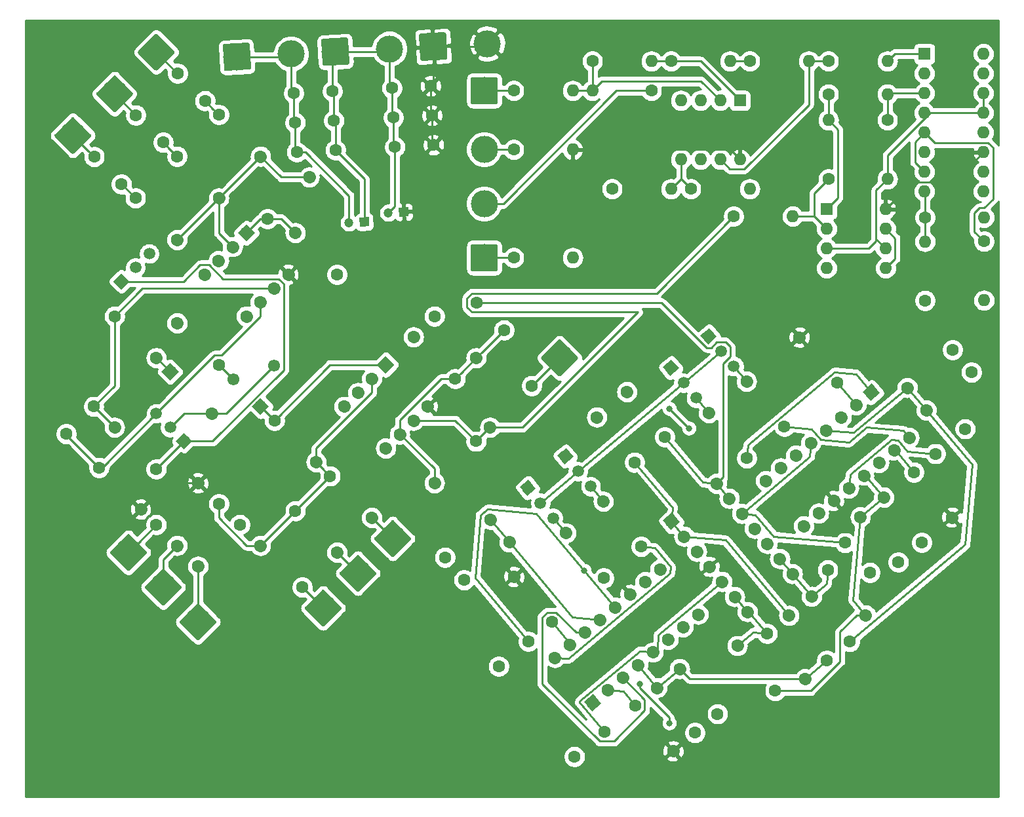
<source format=gbr>
%TF.GenerationSoftware,KiCad,Pcbnew,(5.1.2-1)-1*%
%TF.CreationDate,2021-01-24T21:42:30-05:00*%
%TF.ProjectId,VCF - MFOS,56434620-2d20-44d4-964f-532e6b696361,rev?*%
%TF.SameCoordinates,Original*%
%TF.FileFunction,Copper,L1,Top*%
%TF.FilePolarity,Positive*%
%FSLAX46Y46*%
G04 Gerber Fmt 4.6, Leading zero omitted, Abs format (unit mm)*
G04 Created by KiCad (PCBNEW (5.1.2-1)-1) date 2021-01-24 21:42:30*
%MOMM*%
%LPD*%
G04 APERTURE LIST*
%TA.AperFunction,ComponentPad*%
%ADD10C,1.600000*%
%TD*%
%TA.AperFunction,ComponentPad*%
%ADD11C,1.200000*%
%TD*%
%TA.AperFunction,Conductor*%
%ADD12C,0.100000*%
%TD*%
%TA.AperFunction,Conductor*%
%ADD13C,1.600000*%
%TD*%
%TA.AperFunction,ComponentPad*%
%ADD14C,3.500000*%
%TD*%
%TA.AperFunction,ComponentPad*%
%ADD15C,1.500000*%
%TD*%
%TA.AperFunction,ComponentPad*%
%ADD16O,1.600000X1.600000*%
%TD*%
%TA.AperFunction,ComponentPad*%
%ADD17C,1.550000*%
%TD*%
%TA.AperFunction,ComponentPad*%
%ADD18R,1.600000X1.600000*%
%TD*%
%TA.AperFunction,ViaPad*%
%ADD19C,0.800000*%
%TD*%
%TA.AperFunction,Conductor*%
%ADD20C,0.250000*%
%TD*%
%TA.AperFunction,Conductor*%
%ADD21C,0.254000*%
%TD*%
G04 APERTURE END LIST*
D10*
%TO.P,C1,1*%
%TO.N,Net-(C1-Pad1)*%
X36548281Y-23720640D03*
%TO.P,C1,2*%
%TO.N,Net-(C1-Pad2)*%
X33012747Y-20185106D03*
%TD*%
%TO.P,C2,1*%
%TO.N,Net-(C2-Pad1)*%
X31160128Y-29108795D03*
%TO.P,C2,2*%
%TO.N,Net-(C2-Pad2)*%
X27624594Y-25573261D03*
%TD*%
%TO.P,C3,2*%
%TO.N,Net-(C3-Pad2)*%
X22236440Y-30961414D03*
%TO.P,C3,1*%
%TO.N,Net-(C3-Pad1)*%
X25771974Y-34496948D03*
%TD*%
%TO.P,C4,1*%
%TO.N,Net-(C4-Pad1)*%
X78308527Y-93578346D03*
%TO.P,C4,2*%
%TO.N,Earth*%
X74478305Y-96792284D03*
%TD*%
%TO.P,C5,2*%
%TO.N,Earth*%
X84274379Y-108466803D03*
%TO.P,C5,1*%
%TO.N,Net-(C5-Pad1)*%
X88104601Y-105252865D03*
%TD*%
%TO.P,C6,1*%
%TO.N,Net-(C6-Pad1)*%
X22179872Y-63233768D03*
%TO.P,C6,2*%
%TO.N,Net-(C6-Pad2)*%
X18644338Y-66769302D03*
%TD*%
%TO.P,C7,2*%
%TO.N,Net-(C7-Pad2)*%
X75163383Y-53355486D03*
%TO.P,C7,1*%
%TO.N,Net-(C7-Pad1)*%
X71627849Y-49819952D03*
%TD*%
%TO.P,C8,1*%
%TO.N,Net-(C8-Pad1)*%
X130911173Y-69333891D03*
%TO.P,C8,2*%
%TO.N,Earth*%
X134741395Y-66119953D03*
%TD*%
%TO.P,C9,2*%
%TO.N,Earth*%
X122424370Y-84675789D03*
%TO.P,C9,1*%
%TO.N,Net-(C9-Pad1)*%
X119210432Y-80845567D03*
%TD*%
%TO.P,C10,1*%
%TO.N,+12V*%
X65682372Y-21823438D03*
%TO.P,C10,2*%
%TO.N,Earth*%
X60689224Y-22085118D03*
%TD*%
%TO.P,C11,2*%
%TO.N,-12V*%
X48006628Y-22749784D03*
%TO.P,C11,1*%
%TO.N,Earth*%
X52999776Y-22488104D03*
%TD*%
%TO.P,C12,2*%
%TO.N,Earth*%
X60888623Y-25889896D03*
%TO.P,C12,1*%
%TO.N,+12V*%
X65881771Y-25628216D03*
%TD*%
%TO.P,C13,2*%
%TO.N,-12V*%
X48206028Y-26554562D03*
%TO.P,C13,1*%
%TO.N,Earth*%
X53199176Y-26292882D03*
%TD*%
%TO.P,C14,1*%
%TO.N,+12V*%
X66081171Y-29432995D03*
%TO.P,C14,2*%
%TO.N,Earth*%
X61088023Y-29694675D03*
%TD*%
%TO.P,C15,1*%
%TO.N,Earth*%
X53398576Y-30097661D03*
%TO.P,C15,2*%
%TO.N,-12V*%
X48405428Y-30359341D03*
%TD*%
D11*
%TO.P,C16,1*%
%TO.N,+12V*%
X62230000Y-38100000D03*
D12*
%TD*%
%TO.N,+12V*%
%TO.C,C16*%
G36*
X62797776Y-37469421D02*
G01*
X62860579Y-38667776D01*
X61662224Y-38730579D01*
X61599421Y-37532224D01*
X62797776Y-37469421D01*
X62797776Y-37469421D01*
G37*
D11*
%TO.P,C16,2*%
%TO.N,Earth*%
X60232741Y-38204672D03*
%TD*%
%TO.P,C17,2*%
%TO.N,-12V*%
X55152741Y-39474672D03*
%TO.P,C17,1*%
%TO.N,Earth*%
X57150000Y-39370000D03*
D12*
%TD*%
%TO.N,Earth*%
%TO.C,C17*%
G36*
X57717776Y-38739421D02*
G01*
X57780579Y-39937776D01*
X56582224Y-40000579D01*
X56519421Y-38802224D01*
X57717776Y-38739421D01*
X57717776Y-38739421D01*
G37*
D10*
%TO.P,D1,1*%
%TO.N,Net-(D1-Pad1)*%
X32058153Y-58743639D03*
D12*
%TD*%
%TO.N,Net-(D1-Pad1)*%
%TO.C,D1*%
G36*
X30926782Y-58743639D02*
G01*
X32058153Y-57612268D01*
X33189524Y-58743639D01*
X32058153Y-59875010D01*
X30926782Y-58743639D01*
X30926782Y-58743639D01*
G37*
D10*
%TO.P,D1,2*%
%TO.N,Net-(D1-Pad2)*%
X37446307Y-64131793D03*
D13*
%TD*%
%TO.N,Net-(D1-Pad2)*%
%TO.C,D1*%
X37446307Y-64131793D02*
X37446307Y-64131793D01*
D12*
%TO.N,Net-(C1-Pad2)*%
%TO.C,J1*%
G36*
X30286606Y-15064345D02*
G01*
X30310875Y-15067945D01*
X30334673Y-15073906D01*
X30357773Y-15082171D01*
X30379952Y-15092661D01*
X30400995Y-15105274D01*
X30420701Y-15119889D01*
X30438879Y-15136365D01*
X32560198Y-17257684D01*
X32576674Y-17275862D01*
X32591289Y-17295568D01*
X32603902Y-17316611D01*
X32614392Y-17338790D01*
X32622657Y-17361890D01*
X32628618Y-17385688D01*
X32632218Y-17409957D01*
X32633422Y-17434461D01*
X32632218Y-17458965D01*
X32628618Y-17483234D01*
X32622657Y-17507032D01*
X32614392Y-17530132D01*
X32603902Y-17552311D01*
X32591289Y-17573354D01*
X32576674Y-17593060D01*
X32560198Y-17611238D01*
X30438879Y-19732557D01*
X30420701Y-19749033D01*
X30400995Y-19763648D01*
X30379952Y-19776261D01*
X30357773Y-19786751D01*
X30334673Y-19795016D01*
X30310875Y-19800977D01*
X30286606Y-19804577D01*
X30262102Y-19805781D01*
X30237598Y-19804577D01*
X30213329Y-19800977D01*
X30189531Y-19795016D01*
X30166431Y-19786751D01*
X30144252Y-19776261D01*
X30123209Y-19763648D01*
X30103503Y-19749033D01*
X30085325Y-19732557D01*
X27964006Y-17611238D01*
X27947530Y-17593060D01*
X27932915Y-17573354D01*
X27920302Y-17552311D01*
X27909812Y-17530132D01*
X27901547Y-17507032D01*
X27895586Y-17483234D01*
X27891986Y-17458965D01*
X27890782Y-17434461D01*
X27891986Y-17409957D01*
X27895586Y-17385688D01*
X27901547Y-17361890D01*
X27909812Y-17338790D01*
X27920302Y-17316611D01*
X27932915Y-17295568D01*
X27947530Y-17275862D01*
X27964006Y-17257684D01*
X30085325Y-15136365D01*
X30103503Y-15119889D01*
X30123209Y-15105274D01*
X30144252Y-15092661D01*
X30166431Y-15082171D01*
X30189531Y-15073906D01*
X30213329Y-15067945D01*
X30237598Y-15064345D01*
X30262102Y-15063141D01*
X30286606Y-15064345D01*
X30286606Y-15064345D01*
G37*
D14*
%TD*%
%TO.P,J1,1*%
%TO.N,Net-(C1-Pad2)*%
X30262102Y-17434461D03*
D12*
%TO.N,Net-(C2-Pad2)*%
%TO.C,J2*%
G36*
X24898452Y-20452499D02*
G01*
X24922721Y-20456099D01*
X24946519Y-20462060D01*
X24969619Y-20470325D01*
X24991798Y-20480815D01*
X25012841Y-20493428D01*
X25032547Y-20508043D01*
X25050725Y-20524519D01*
X27172044Y-22645838D01*
X27188520Y-22664016D01*
X27203135Y-22683722D01*
X27215748Y-22704765D01*
X27226238Y-22726944D01*
X27234503Y-22750044D01*
X27240464Y-22773842D01*
X27244064Y-22798111D01*
X27245268Y-22822615D01*
X27244064Y-22847119D01*
X27240464Y-22871388D01*
X27234503Y-22895186D01*
X27226238Y-22918286D01*
X27215748Y-22940465D01*
X27203135Y-22961508D01*
X27188520Y-22981214D01*
X27172044Y-22999392D01*
X25050725Y-25120711D01*
X25032547Y-25137187D01*
X25012841Y-25151802D01*
X24991798Y-25164415D01*
X24969619Y-25174905D01*
X24946519Y-25183170D01*
X24922721Y-25189131D01*
X24898452Y-25192731D01*
X24873948Y-25193935D01*
X24849444Y-25192731D01*
X24825175Y-25189131D01*
X24801377Y-25183170D01*
X24778277Y-25174905D01*
X24756098Y-25164415D01*
X24735055Y-25151802D01*
X24715349Y-25137187D01*
X24697171Y-25120711D01*
X22575852Y-22999392D01*
X22559376Y-22981214D01*
X22544761Y-22961508D01*
X22532148Y-22940465D01*
X22521658Y-22918286D01*
X22513393Y-22895186D01*
X22507432Y-22871388D01*
X22503832Y-22847119D01*
X22502628Y-22822615D01*
X22503832Y-22798111D01*
X22507432Y-22773842D01*
X22513393Y-22750044D01*
X22521658Y-22726944D01*
X22532148Y-22704765D01*
X22544761Y-22683722D01*
X22559376Y-22664016D01*
X22575852Y-22645838D01*
X24697171Y-20524519D01*
X24715349Y-20508043D01*
X24735055Y-20493428D01*
X24756098Y-20480815D01*
X24778277Y-20470325D01*
X24801377Y-20462060D01*
X24825175Y-20456099D01*
X24849444Y-20452499D01*
X24873948Y-20451295D01*
X24898452Y-20452499D01*
X24898452Y-20452499D01*
G37*
D14*
%TD*%
%TO.P,J2,1*%
%TO.N,Net-(C2-Pad2)*%
X24873948Y-22822615D03*
D12*
%TO.N,Net-(C3-Pad2)*%
%TO.C,J3*%
G36*
X19510299Y-25840652D02*
G01*
X19534568Y-25844252D01*
X19558366Y-25850213D01*
X19581466Y-25858478D01*
X19603645Y-25868968D01*
X19624688Y-25881581D01*
X19644394Y-25896196D01*
X19662572Y-25912672D01*
X21783891Y-28033991D01*
X21800367Y-28052169D01*
X21814982Y-28071875D01*
X21827595Y-28092918D01*
X21838085Y-28115097D01*
X21846350Y-28138197D01*
X21852311Y-28161995D01*
X21855911Y-28186264D01*
X21857115Y-28210768D01*
X21855911Y-28235272D01*
X21852311Y-28259541D01*
X21846350Y-28283339D01*
X21838085Y-28306439D01*
X21827595Y-28328618D01*
X21814982Y-28349661D01*
X21800367Y-28369367D01*
X21783891Y-28387545D01*
X19662572Y-30508864D01*
X19644394Y-30525340D01*
X19624688Y-30539955D01*
X19603645Y-30552568D01*
X19581466Y-30563058D01*
X19558366Y-30571323D01*
X19534568Y-30577284D01*
X19510299Y-30580884D01*
X19485795Y-30582088D01*
X19461291Y-30580884D01*
X19437022Y-30577284D01*
X19413224Y-30571323D01*
X19390124Y-30563058D01*
X19367945Y-30552568D01*
X19346902Y-30539955D01*
X19327196Y-30525340D01*
X19309018Y-30508864D01*
X17187699Y-28387545D01*
X17171223Y-28369367D01*
X17156608Y-28349661D01*
X17143995Y-28328618D01*
X17133505Y-28306439D01*
X17125240Y-28283339D01*
X17119279Y-28259541D01*
X17115679Y-28235272D01*
X17114475Y-28210768D01*
X17115679Y-28186264D01*
X17119279Y-28161995D01*
X17125240Y-28138197D01*
X17133505Y-28115097D01*
X17143995Y-28092918D01*
X17156608Y-28071875D01*
X17171223Y-28052169D01*
X17187699Y-28033991D01*
X19309018Y-25912672D01*
X19327196Y-25896196D01*
X19346902Y-25881581D01*
X19367945Y-25868968D01*
X19390124Y-25858478D01*
X19413224Y-25850213D01*
X19437022Y-25844252D01*
X19461291Y-25840652D01*
X19485795Y-25839448D01*
X19510299Y-25840652D01*
X19510299Y-25840652D01*
G37*
D14*
%TD*%
%TO.P,J3,1*%
%TO.N,Net-(C3-Pad2)*%
X19485795Y-28210768D03*
D12*
%TO.N,Net-(J4-Pad1)*%
%TO.C,J4*%
G36*
X51839221Y-86906395D02*
G01*
X51863490Y-86909995D01*
X51887288Y-86915956D01*
X51910388Y-86924221D01*
X51932567Y-86934711D01*
X51953610Y-86947324D01*
X51973316Y-86961939D01*
X51991494Y-86978415D01*
X54112813Y-89099734D01*
X54129289Y-89117912D01*
X54143904Y-89137618D01*
X54156517Y-89158661D01*
X54167007Y-89180840D01*
X54175272Y-89203940D01*
X54181233Y-89227738D01*
X54184833Y-89252007D01*
X54186037Y-89276511D01*
X54184833Y-89301015D01*
X54181233Y-89325284D01*
X54175272Y-89349082D01*
X54167007Y-89372182D01*
X54156517Y-89394361D01*
X54143904Y-89415404D01*
X54129289Y-89435110D01*
X54112813Y-89453288D01*
X51991494Y-91574607D01*
X51973316Y-91591083D01*
X51953610Y-91605698D01*
X51932567Y-91618311D01*
X51910388Y-91628801D01*
X51887288Y-91637066D01*
X51863490Y-91643027D01*
X51839221Y-91646627D01*
X51814717Y-91647831D01*
X51790213Y-91646627D01*
X51765944Y-91643027D01*
X51742146Y-91637066D01*
X51719046Y-91628801D01*
X51696867Y-91618311D01*
X51675824Y-91605698D01*
X51656118Y-91591083D01*
X51637940Y-91574607D01*
X49516621Y-89453288D01*
X49500145Y-89435110D01*
X49485530Y-89415404D01*
X49472917Y-89394361D01*
X49462427Y-89372182D01*
X49454162Y-89349082D01*
X49448201Y-89325284D01*
X49444601Y-89301015D01*
X49443397Y-89276511D01*
X49444601Y-89252007D01*
X49448201Y-89227738D01*
X49454162Y-89203940D01*
X49462427Y-89180840D01*
X49472917Y-89158661D01*
X49485530Y-89137618D01*
X49500145Y-89117912D01*
X49516621Y-89099734D01*
X51637940Y-86978415D01*
X51656118Y-86961939D01*
X51675824Y-86947324D01*
X51696867Y-86934711D01*
X51719046Y-86924221D01*
X51742146Y-86915956D01*
X51765944Y-86909995D01*
X51790213Y-86906395D01*
X51814717Y-86905191D01*
X51839221Y-86906395D01*
X51839221Y-86906395D01*
G37*
D14*
%TD*%
%TO.P,J4,1*%
%TO.N,Net-(J4-Pad1)*%
X51814717Y-89276511D03*
D12*
%TO.N,Net-(J5-Pad1)*%
%TO.C,J5*%
G36*
X56329350Y-82416267D02*
G01*
X56353619Y-82419867D01*
X56377417Y-82425828D01*
X56400517Y-82434093D01*
X56422696Y-82444583D01*
X56443739Y-82457196D01*
X56463445Y-82471811D01*
X56481623Y-82488287D01*
X58602942Y-84609606D01*
X58619418Y-84627784D01*
X58634033Y-84647490D01*
X58646646Y-84668533D01*
X58657136Y-84690712D01*
X58665401Y-84713812D01*
X58671362Y-84737610D01*
X58674962Y-84761879D01*
X58676166Y-84786383D01*
X58674962Y-84810887D01*
X58671362Y-84835156D01*
X58665401Y-84858954D01*
X58657136Y-84882054D01*
X58646646Y-84904233D01*
X58634033Y-84925276D01*
X58619418Y-84944982D01*
X58602942Y-84963160D01*
X56481623Y-87084479D01*
X56463445Y-87100955D01*
X56443739Y-87115570D01*
X56422696Y-87128183D01*
X56400517Y-87138673D01*
X56377417Y-87146938D01*
X56353619Y-87152899D01*
X56329350Y-87156499D01*
X56304846Y-87157703D01*
X56280342Y-87156499D01*
X56256073Y-87152899D01*
X56232275Y-87146938D01*
X56209175Y-87138673D01*
X56186996Y-87128183D01*
X56165953Y-87115570D01*
X56146247Y-87100955D01*
X56128069Y-87084479D01*
X54006750Y-84963160D01*
X53990274Y-84944982D01*
X53975659Y-84925276D01*
X53963046Y-84904233D01*
X53952556Y-84882054D01*
X53944291Y-84858954D01*
X53938330Y-84835156D01*
X53934730Y-84810887D01*
X53933526Y-84786383D01*
X53934730Y-84761879D01*
X53938330Y-84737610D01*
X53944291Y-84713812D01*
X53952556Y-84690712D01*
X53963046Y-84668533D01*
X53975659Y-84647490D01*
X53990274Y-84627784D01*
X54006750Y-84609606D01*
X56128069Y-82488287D01*
X56146247Y-82471811D01*
X56165953Y-82457196D01*
X56186996Y-82444583D01*
X56209175Y-82434093D01*
X56232275Y-82425828D01*
X56256073Y-82419867D01*
X56280342Y-82416267D01*
X56304846Y-82415063D01*
X56329350Y-82416267D01*
X56329350Y-82416267D01*
G37*
D14*
%TD*%
%TO.P,J5,1*%
%TO.N,Net-(J5-Pad1)*%
X56304846Y-84786383D03*
D12*
%TO.N,Net-(J6-Pad1)*%
%TO.C,J6*%
G36*
X60819478Y-77926137D02*
G01*
X60843747Y-77929737D01*
X60867545Y-77935698D01*
X60890645Y-77943963D01*
X60912824Y-77954453D01*
X60933867Y-77967066D01*
X60953573Y-77981681D01*
X60971751Y-77998157D01*
X63093070Y-80119476D01*
X63109546Y-80137654D01*
X63124161Y-80157360D01*
X63136774Y-80178403D01*
X63147264Y-80200582D01*
X63155529Y-80223682D01*
X63161490Y-80247480D01*
X63165090Y-80271749D01*
X63166294Y-80296253D01*
X63165090Y-80320757D01*
X63161490Y-80345026D01*
X63155529Y-80368824D01*
X63147264Y-80391924D01*
X63136774Y-80414103D01*
X63124161Y-80435146D01*
X63109546Y-80454852D01*
X63093070Y-80473030D01*
X60971751Y-82594349D01*
X60953573Y-82610825D01*
X60933867Y-82625440D01*
X60912824Y-82638053D01*
X60890645Y-82648543D01*
X60867545Y-82656808D01*
X60843747Y-82662769D01*
X60819478Y-82666369D01*
X60794974Y-82667573D01*
X60770470Y-82666369D01*
X60746201Y-82662769D01*
X60722403Y-82656808D01*
X60699303Y-82648543D01*
X60677124Y-82638053D01*
X60656081Y-82625440D01*
X60636375Y-82610825D01*
X60618197Y-82594349D01*
X58496878Y-80473030D01*
X58480402Y-80454852D01*
X58465787Y-80435146D01*
X58453174Y-80414103D01*
X58442684Y-80391924D01*
X58434419Y-80368824D01*
X58428458Y-80345026D01*
X58424858Y-80320757D01*
X58423654Y-80296253D01*
X58424858Y-80271749D01*
X58428458Y-80247480D01*
X58434419Y-80223682D01*
X58442684Y-80200582D01*
X58453174Y-80178403D01*
X58465787Y-80157360D01*
X58480402Y-80137654D01*
X58496878Y-80119476D01*
X60618197Y-77998157D01*
X60636375Y-77981681D01*
X60656081Y-77967066D01*
X60677124Y-77954453D01*
X60699303Y-77943963D01*
X60722403Y-77935698D01*
X60746201Y-77929737D01*
X60770470Y-77926137D01*
X60794974Y-77924933D01*
X60819478Y-77926137D01*
X60819478Y-77926137D01*
G37*
D14*
%TD*%
%TO.P,J6,1*%
%TO.N,Net-(J6-Pad1)*%
X60794974Y-80296253D03*
D12*
%TO.N,Net-(J7-Pad1)*%
%TO.C,J7*%
G36*
X26694504Y-79722190D02*
G01*
X26718773Y-79725790D01*
X26742571Y-79731751D01*
X26765671Y-79740016D01*
X26787850Y-79750506D01*
X26808893Y-79763119D01*
X26828599Y-79777734D01*
X26846777Y-79794210D01*
X28968096Y-81915529D01*
X28984572Y-81933707D01*
X28999187Y-81953413D01*
X29011800Y-81974456D01*
X29022290Y-81996635D01*
X29030555Y-82019735D01*
X29036516Y-82043533D01*
X29040116Y-82067802D01*
X29041320Y-82092306D01*
X29040116Y-82116810D01*
X29036516Y-82141079D01*
X29030555Y-82164877D01*
X29022290Y-82187977D01*
X29011800Y-82210156D01*
X28999187Y-82231199D01*
X28984572Y-82250905D01*
X28968096Y-82269083D01*
X26846777Y-84390402D01*
X26828599Y-84406878D01*
X26808893Y-84421493D01*
X26787850Y-84434106D01*
X26765671Y-84444596D01*
X26742571Y-84452861D01*
X26718773Y-84458822D01*
X26694504Y-84462422D01*
X26670000Y-84463626D01*
X26645496Y-84462422D01*
X26621227Y-84458822D01*
X26597429Y-84452861D01*
X26574329Y-84444596D01*
X26552150Y-84434106D01*
X26531107Y-84421493D01*
X26511401Y-84406878D01*
X26493223Y-84390402D01*
X24371904Y-82269083D01*
X24355428Y-82250905D01*
X24340813Y-82231199D01*
X24328200Y-82210156D01*
X24317710Y-82187977D01*
X24309445Y-82164877D01*
X24303484Y-82141079D01*
X24299884Y-82116810D01*
X24298680Y-82092306D01*
X24299884Y-82067802D01*
X24303484Y-82043533D01*
X24309445Y-82019735D01*
X24317710Y-81996635D01*
X24328200Y-81974456D01*
X24340813Y-81953413D01*
X24355428Y-81933707D01*
X24371904Y-81915529D01*
X26493223Y-79794210D01*
X26511401Y-79777734D01*
X26531107Y-79763119D01*
X26552150Y-79750506D01*
X26574329Y-79740016D01*
X26597429Y-79731751D01*
X26621227Y-79725790D01*
X26645496Y-79722190D01*
X26670000Y-79720986D01*
X26694504Y-79722190D01*
X26694504Y-79722190D01*
G37*
D14*
%TD*%
%TO.P,J7,1*%
%TO.N,Net-(J7-Pad1)*%
X26670000Y-82092306D03*
D12*
%TO.N,Net-(J8-Pad1)*%
%TO.C,J8*%
G36*
X31184632Y-84212318D02*
G01*
X31208901Y-84215918D01*
X31232699Y-84221879D01*
X31255799Y-84230144D01*
X31277978Y-84240634D01*
X31299021Y-84253247D01*
X31318727Y-84267862D01*
X31336905Y-84284338D01*
X33458224Y-86405657D01*
X33474700Y-86423835D01*
X33489315Y-86443541D01*
X33501928Y-86464584D01*
X33512418Y-86486763D01*
X33520683Y-86509863D01*
X33526644Y-86533661D01*
X33530244Y-86557930D01*
X33531448Y-86582434D01*
X33530244Y-86606938D01*
X33526644Y-86631207D01*
X33520683Y-86655005D01*
X33512418Y-86678105D01*
X33501928Y-86700284D01*
X33489315Y-86721327D01*
X33474700Y-86741033D01*
X33458224Y-86759211D01*
X31336905Y-88880530D01*
X31318727Y-88897006D01*
X31299021Y-88911621D01*
X31277978Y-88924234D01*
X31255799Y-88934724D01*
X31232699Y-88942989D01*
X31208901Y-88948950D01*
X31184632Y-88952550D01*
X31160128Y-88953754D01*
X31135624Y-88952550D01*
X31111355Y-88948950D01*
X31087557Y-88942989D01*
X31064457Y-88934724D01*
X31042278Y-88924234D01*
X31021235Y-88911621D01*
X31001529Y-88897006D01*
X30983351Y-88880530D01*
X28862032Y-86759211D01*
X28845556Y-86741033D01*
X28830941Y-86721327D01*
X28818328Y-86700284D01*
X28807838Y-86678105D01*
X28799573Y-86655005D01*
X28793612Y-86631207D01*
X28790012Y-86606938D01*
X28788808Y-86582434D01*
X28790012Y-86557930D01*
X28793612Y-86533661D01*
X28799573Y-86509863D01*
X28807838Y-86486763D01*
X28818328Y-86464584D01*
X28830941Y-86443541D01*
X28845556Y-86423835D01*
X28862032Y-86405657D01*
X30983351Y-84284338D01*
X31001529Y-84267862D01*
X31021235Y-84253247D01*
X31042278Y-84240634D01*
X31064457Y-84230144D01*
X31087557Y-84221879D01*
X31111355Y-84215918D01*
X31135624Y-84212318D01*
X31160128Y-84211114D01*
X31184632Y-84212318D01*
X31184632Y-84212318D01*
G37*
D14*
%TD*%
%TO.P,J8,1*%
%TO.N,Net-(J8-Pad1)*%
X31160128Y-86582434D03*
D12*
%TO.N,Net-(J9-Pad1)*%
%TO.C,J9*%
G36*
X35674760Y-88702446D02*
G01*
X35699029Y-88706046D01*
X35722827Y-88712007D01*
X35745927Y-88720272D01*
X35768106Y-88730762D01*
X35789149Y-88743375D01*
X35808855Y-88757990D01*
X35827033Y-88774466D01*
X37948352Y-90895785D01*
X37964828Y-90913963D01*
X37979443Y-90933669D01*
X37992056Y-90954712D01*
X38002546Y-90976891D01*
X38010811Y-90999991D01*
X38016772Y-91023789D01*
X38020372Y-91048058D01*
X38021576Y-91072562D01*
X38020372Y-91097066D01*
X38016772Y-91121335D01*
X38010811Y-91145133D01*
X38002546Y-91168233D01*
X37992056Y-91190412D01*
X37979443Y-91211455D01*
X37964828Y-91231161D01*
X37948352Y-91249339D01*
X35827033Y-93370658D01*
X35808855Y-93387134D01*
X35789149Y-93401749D01*
X35768106Y-93414362D01*
X35745927Y-93424852D01*
X35722827Y-93433117D01*
X35699029Y-93439078D01*
X35674760Y-93442678D01*
X35650256Y-93443882D01*
X35625752Y-93442678D01*
X35601483Y-93439078D01*
X35577685Y-93433117D01*
X35554585Y-93424852D01*
X35532406Y-93414362D01*
X35511363Y-93401749D01*
X35491657Y-93387134D01*
X35473479Y-93370658D01*
X33352160Y-91249339D01*
X33335684Y-91231161D01*
X33321069Y-91211455D01*
X33308456Y-91190412D01*
X33297966Y-91168233D01*
X33289701Y-91145133D01*
X33283740Y-91121335D01*
X33280140Y-91097066D01*
X33278936Y-91072562D01*
X33280140Y-91048058D01*
X33283740Y-91023789D01*
X33289701Y-90999991D01*
X33297966Y-90976891D01*
X33308456Y-90954712D01*
X33321069Y-90933669D01*
X33335684Y-90913963D01*
X33352160Y-90895785D01*
X35473479Y-88774466D01*
X35491657Y-88757990D01*
X35511363Y-88743375D01*
X35532406Y-88730762D01*
X35554585Y-88720272D01*
X35577685Y-88712007D01*
X35601483Y-88706046D01*
X35625752Y-88702446D01*
X35650256Y-88701242D01*
X35674760Y-88702446D01*
X35674760Y-88702446D01*
G37*
D14*
%TD*%
%TO.P,J9,1*%
%TO.N,Net-(J9-Pad1)*%
X35650256Y-91072562D03*
D12*
%TO.N,Net-(J10-Pad1)*%
%TO.C,J10*%
G36*
X82372092Y-54577473D02*
G01*
X82396361Y-54581073D01*
X82420159Y-54587034D01*
X82443259Y-54595299D01*
X82465438Y-54605789D01*
X82486481Y-54618402D01*
X82506187Y-54633017D01*
X82524365Y-54649493D01*
X84645684Y-56770812D01*
X84662160Y-56788990D01*
X84676775Y-56808696D01*
X84689388Y-56829739D01*
X84699878Y-56851918D01*
X84708143Y-56875018D01*
X84714104Y-56898816D01*
X84717704Y-56923085D01*
X84718908Y-56947589D01*
X84717704Y-56972093D01*
X84714104Y-56996362D01*
X84708143Y-57020160D01*
X84699878Y-57043260D01*
X84689388Y-57065439D01*
X84676775Y-57086482D01*
X84662160Y-57106188D01*
X84645684Y-57124366D01*
X82524365Y-59245685D01*
X82506187Y-59262161D01*
X82486481Y-59276776D01*
X82465438Y-59289389D01*
X82443259Y-59299879D01*
X82420159Y-59308144D01*
X82396361Y-59314105D01*
X82372092Y-59317705D01*
X82347588Y-59318909D01*
X82323084Y-59317705D01*
X82298815Y-59314105D01*
X82275017Y-59308144D01*
X82251917Y-59299879D01*
X82229738Y-59289389D01*
X82208695Y-59276776D01*
X82188989Y-59262161D01*
X82170811Y-59245685D01*
X80049492Y-57124366D01*
X80033016Y-57106188D01*
X80018401Y-57086482D01*
X80005788Y-57065439D01*
X79995298Y-57043260D01*
X79987033Y-57020160D01*
X79981072Y-56996362D01*
X79977472Y-56972093D01*
X79976268Y-56947589D01*
X79977472Y-56923085D01*
X79981072Y-56898816D01*
X79987033Y-56875018D01*
X79995298Y-56851918D01*
X80005788Y-56829739D01*
X80018401Y-56808696D01*
X80033016Y-56788990D01*
X80049492Y-56770812D01*
X82170811Y-54649493D01*
X82188989Y-54633017D01*
X82208695Y-54618402D01*
X82229738Y-54605789D01*
X82251917Y-54595299D01*
X82275017Y-54587034D01*
X82298815Y-54581073D01*
X82323084Y-54577473D01*
X82347588Y-54576269D01*
X82372092Y-54577473D01*
X82372092Y-54577473D01*
G37*
D14*
%TD*%
%TO.P,J10,1*%
%TO.N,Net-(J10-Pad1)*%
X82347588Y-56947589D03*
D12*
%TO.N,Net-(J11-Pad1)*%
%TO.C,J11*%
G36*
X74137497Y-20667698D02*
G01*
X74161766Y-20671298D01*
X74185564Y-20677259D01*
X74208664Y-20685524D01*
X74230843Y-20696014D01*
X74251886Y-20708627D01*
X74271592Y-20723242D01*
X74289770Y-20739718D01*
X74306246Y-20757896D01*
X74320861Y-20777602D01*
X74333474Y-20798645D01*
X74343964Y-20820824D01*
X74352229Y-20843924D01*
X74358190Y-20867722D01*
X74361790Y-20891991D01*
X74362994Y-20916495D01*
X74362994Y-23916493D01*
X74361790Y-23940997D01*
X74358190Y-23965266D01*
X74352229Y-23989064D01*
X74343964Y-24012164D01*
X74333474Y-24034343D01*
X74320861Y-24055386D01*
X74306246Y-24075092D01*
X74289770Y-24093270D01*
X74271592Y-24109746D01*
X74251886Y-24124361D01*
X74230843Y-24136974D01*
X74208664Y-24147464D01*
X74185564Y-24155729D01*
X74161766Y-24161690D01*
X74137497Y-24165290D01*
X74112993Y-24166494D01*
X71112995Y-24166494D01*
X71088491Y-24165290D01*
X71064222Y-24161690D01*
X71040424Y-24155729D01*
X71017324Y-24147464D01*
X70995145Y-24136974D01*
X70974102Y-24124361D01*
X70954396Y-24109746D01*
X70936218Y-24093270D01*
X70919742Y-24075092D01*
X70905127Y-24055386D01*
X70892514Y-24034343D01*
X70882024Y-24012164D01*
X70873759Y-23989064D01*
X70867798Y-23965266D01*
X70864198Y-23940997D01*
X70862994Y-23916493D01*
X70862994Y-20916495D01*
X70864198Y-20891991D01*
X70867798Y-20867722D01*
X70873759Y-20843924D01*
X70882024Y-20820824D01*
X70892514Y-20798645D01*
X70905127Y-20777602D01*
X70919742Y-20757896D01*
X70936218Y-20739718D01*
X70954396Y-20723242D01*
X70974102Y-20708627D01*
X70995145Y-20696014D01*
X71017324Y-20685524D01*
X71040424Y-20677259D01*
X71064222Y-20671298D01*
X71088491Y-20667698D01*
X71112995Y-20666494D01*
X74112993Y-20666494D01*
X74137497Y-20667698D01*
X74137497Y-20667698D01*
G37*
D14*
%TD*%
%TO.P,J11,1*%
%TO.N,Net-(J11-Pad1)*%
X72612994Y-22416494D03*
D12*
%TO.N,+12V*%
%TO.C,J12*%
G36*
X67490966Y-14894090D02*
G01*
X67515044Y-14898798D01*
X67538545Y-14905843D01*
X67561242Y-14915157D01*
X67582917Y-14926652D01*
X67603360Y-14940215D01*
X67622376Y-14955717D01*
X67639781Y-14973008D01*
X67655407Y-14991922D01*
X67669104Y-15012277D01*
X67680740Y-15033876D01*
X67690203Y-15056511D01*
X67697402Y-15079965D01*
X67702267Y-15104012D01*
X67704751Y-15128420D01*
X67861759Y-18124306D01*
X67861840Y-18148840D01*
X67859515Y-18173263D01*
X67854807Y-18197341D01*
X67847762Y-18220842D01*
X67838448Y-18243539D01*
X67826953Y-18265214D01*
X67813390Y-18285657D01*
X67797888Y-18304673D01*
X67780597Y-18322078D01*
X67761683Y-18337704D01*
X67741328Y-18351401D01*
X67719729Y-18363037D01*
X67697094Y-18372500D01*
X67673640Y-18379699D01*
X67649593Y-18384564D01*
X67625185Y-18387048D01*
X64629299Y-18544056D01*
X64604765Y-18544137D01*
X64580342Y-18541812D01*
X64556264Y-18537104D01*
X64532763Y-18530059D01*
X64510066Y-18520745D01*
X64488391Y-18509250D01*
X64467948Y-18495687D01*
X64448932Y-18480185D01*
X64431527Y-18462894D01*
X64415901Y-18443980D01*
X64402204Y-18423625D01*
X64390568Y-18402026D01*
X64381105Y-18379391D01*
X64373906Y-18355937D01*
X64369041Y-18331890D01*
X64366557Y-18307482D01*
X64209549Y-15311596D01*
X64209468Y-15287062D01*
X64211793Y-15262639D01*
X64216501Y-15238561D01*
X64223546Y-15215060D01*
X64232860Y-15192363D01*
X64244355Y-15170688D01*
X64257918Y-15150245D01*
X64273420Y-15131229D01*
X64290711Y-15113824D01*
X64309625Y-15098198D01*
X64329980Y-15084501D01*
X64351579Y-15072865D01*
X64374214Y-15063402D01*
X64397668Y-15056203D01*
X64421715Y-15051338D01*
X64446123Y-15048854D01*
X67442009Y-14891846D01*
X67466543Y-14891765D01*
X67490966Y-14894090D01*
X67490966Y-14894090D01*
G37*
D14*
%TD*%
%TO.P,J12,1*%
%TO.N,+12V*%
X66035654Y-16717951D03*
%TO.P,J12,2*%
%TO.N,+12V*%
X73026061Y-16351599D03*
%TD*%
%TO.P,J13,2*%
%TO.N,Earth*%
X60378419Y-17014433D03*
D12*
%TD*%
%TO.N,Earth*%
%TO.C,J13*%
G36*
X54843324Y-15556924D02*
G01*
X54867402Y-15561632D01*
X54890903Y-15568677D01*
X54913600Y-15577991D01*
X54935275Y-15589486D01*
X54955718Y-15603049D01*
X54974734Y-15618551D01*
X54992139Y-15635842D01*
X55007765Y-15654756D01*
X55021462Y-15675111D01*
X55033098Y-15696710D01*
X55042561Y-15719345D01*
X55049760Y-15742799D01*
X55054625Y-15766846D01*
X55057109Y-15791254D01*
X55214117Y-18787140D01*
X55214198Y-18811674D01*
X55211873Y-18836097D01*
X55207165Y-18860175D01*
X55200120Y-18883676D01*
X55190806Y-18906373D01*
X55179311Y-18928048D01*
X55165748Y-18948491D01*
X55150246Y-18967507D01*
X55132955Y-18984912D01*
X55114041Y-19000538D01*
X55093686Y-19014235D01*
X55072087Y-19025871D01*
X55049452Y-19035334D01*
X55025998Y-19042533D01*
X55001951Y-19047398D01*
X54977543Y-19049882D01*
X51981657Y-19206890D01*
X51957123Y-19206971D01*
X51932700Y-19204646D01*
X51908622Y-19199938D01*
X51885121Y-19192893D01*
X51862424Y-19183579D01*
X51840749Y-19172084D01*
X51820306Y-19158521D01*
X51801290Y-19143019D01*
X51783885Y-19125728D01*
X51768259Y-19106814D01*
X51754562Y-19086459D01*
X51742926Y-19064860D01*
X51733463Y-19042225D01*
X51726264Y-19018771D01*
X51721399Y-18994724D01*
X51718915Y-18970316D01*
X51561907Y-15974430D01*
X51561826Y-15949896D01*
X51564151Y-15925473D01*
X51568859Y-15901395D01*
X51575904Y-15877894D01*
X51585218Y-15855197D01*
X51596713Y-15833522D01*
X51610276Y-15813079D01*
X51625778Y-15794063D01*
X51643069Y-15776658D01*
X51661983Y-15761032D01*
X51682338Y-15747335D01*
X51703937Y-15735699D01*
X51726572Y-15726236D01*
X51750026Y-15719037D01*
X51774073Y-15714172D01*
X51798481Y-15711688D01*
X54794367Y-15554680D01*
X54818901Y-15554599D01*
X54843324Y-15556924D01*
X54843324Y-15556924D01*
G37*
D14*
%TO.P,J13,1*%
%TO.N,Earth*%
X53388012Y-17380785D03*
%TD*%
D12*
%TO.N,-12V*%
%TO.C,J14*%
G36*
X42125776Y-16223423D02*
G01*
X42149854Y-16228131D01*
X42173355Y-16235176D01*
X42196052Y-16244490D01*
X42217727Y-16255985D01*
X42238170Y-16269548D01*
X42257186Y-16285050D01*
X42274591Y-16302341D01*
X42290217Y-16321255D01*
X42303914Y-16341610D01*
X42315550Y-16363209D01*
X42325013Y-16385844D01*
X42332212Y-16409298D01*
X42337077Y-16433345D01*
X42339561Y-16457753D01*
X42496569Y-19453639D01*
X42496650Y-19478173D01*
X42494325Y-19502596D01*
X42489617Y-19526674D01*
X42482572Y-19550175D01*
X42473258Y-19572872D01*
X42461763Y-19594547D01*
X42448200Y-19614990D01*
X42432698Y-19634006D01*
X42415407Y-19651411D01*
X42396493Y-19667037D01*
X42376138Y-19680734D01*
X42354539Y-19692370D01*
X42331904Y-19701833D01*
X42308450Y-19709032D01*
X42284403Y-19713897D01*
X42259995Y-19716381D01*
X39264109Y-19873389D01*
X39239575Y-19873470D01*
X39215152Y-19871145D01*
X39191074Y-19866437D01*
X39167573Y-19859392D01*
X39144876Y-19850078D01*
X39123201Y-19838583D01*
X39102758Y-19825020D01*
X39083742Y-19809518D01*
X39066337Y-19792227D01*
X39050711Y-19773313D01*
X39037014Y-19752958D01*
X39025378Y-19731359D01*
X39015915Y-19708724D01*
X39008716Y-19685270D01*
X39003851Y-19661223D01*
X39001367Y-19636815D01*
X38844359Y-16640929D01*
X38844278Y-16616395D01*
X38846603Y-16591972D01*
X38851311Y-16567894D01*
X38858356Y-16544393D01*
X38867670Y-16521696D01*
X38879165Y-16500021D01*
X38892728Y-16479578D01*
X38908230Y-16460562D01*
X38925521Y-16443157D01*
X38944435Y-16427531D01*
X38964790Y-16413834D01*
X38986389Y-16402198D01*
X39009024Y-16392735D01*
X39032478Y-16385536D01*
X39056525Y-16380671D01*
X39080933Y-16378187D01*
X42076819Y-16221179D01*
X42101353Y-16221098D01*
X42125776Y-16223423D01*
X42125776Y-16223423D01*
G37*
D14*
%TD*%
%TO.P,J14,1*%
%TO.N,-12V*%
X40670464Y-18047284D03*
%TO.P,J14,2*%
%TO.N,-12V*%
X47660871Y-17680932D03*
%TD*%
D15*
%TO.P,Q1,2*%
%TO.N,Net-(Q1-Pad2)*%
X84738267Y-71604485D03*
%TO.P,Q1,3*%
%TO.N,Net-(Q1-Pad3)*%
X86370947Y-73550238D03*
%TO.P,Q1,1*%
%TO.N,Earth*%
X83105586Y-69658732D03*
D12*
%TD*%
%TO.N,Earth*%
%TO.C,Q1*%
G36*
X82048962Y-69566289D02*
G01*
X83198029Y-68602108D01*
X84162210Y-69751175D01*
X83013143Y-70715356D01*
X82048962Y-69566289D01*
X82048962Y-69566289D01*
G37*
D15*
%TO.P,Q2,1*%
%TO.N,Earth*%
X78241204Y-73740431D03*
D12*
%TD*%
%TO.N,Earth*%
%TO.C,Q2*%
G36*
X77184580Y-73647988D02*
G01*
X78333647Y-72683807D01*
X79297828Y-73832874D01*
X78148761Y-74797055D01*
X77184580Y-73647988D01*
X77184580Y-73647988D01*
G37*
D15*
%TO.P,Q2,3*%
%TO.N,Net-(Q2-Pad3)*%
X81506565Y-77631937D03*
%TO.P,Q2,2*%
%TO.N,Net-(Q1-Pad2)*%
X79873885Y-75686184D03*
%TD*%
%TO.P,Q3,2*%
%TO.N,Net-(Q1-Pad2)*%
X103222923Y-56094014D03*
%TO.P,Q3,3*%
%TO.N,Net-(Q3-Pad3)*%
X104855603Y-58039767D03*
%TO.P,Q3,1*%
%TO.N,Earth*%
X101590242Y-54148261D03*
D12*
%TD*%
%TO.N,Earth*%
%TO.C,Q3*%
G36*
X100533618Y-54055818D02*
G01*
X101682685Y-53091637D01*
X102646866Y-54240704D01*
X101497799Y-55204885D01*
X100533618Y-54055818D01*
X100533618Y-54055818D01*
G37*
D15*
%TO.P,Q4,2*%
%TO.N,Net-(D1-Pad2)*%
X32058154Y-65927845D03*
%TO.P,Q4,3*%
%TO.N,Net-(C6-Pad2)*%
X30262103Y-64131794D03*
%TO.P,Q4,1*%
%TO.N,Net-(Q4-Pad1)*%
X33854205Y-67723896D03*
D12*
%TD*%
%TO.N,Net-(Q4-Pad1)*%
%TO.C,Q4*%
G36*
X34914865Y-67723896D02*
G01*
X33854205Y-68784556D01*
X32793545Y-67723896D01*
X33854205Y-66663236D01*
X34914865Y-67723896D01*
X34914865Y-67723896D01*
G37*
D15*
%TO.P,Q5,2*%
%TO.N,Earth*%
X27568025Y-45273255D03*
%TO.P,Q5,3*%
%TO.N,Net-(Q1-Pad2)*%
X29364076Y-43477204D03*
%TO.P,Q5,1*%
%TO.N,Net-(Q4-Pad1)*%
X25771974Y-47069306D03*
D12*
%TD*%
%TO.N,Net-(Q4-Pad1)*%
%TO.C,Q5*%
G36*
X25771974Y-48129966D02*
G01*
X24711314Y-47069306D01*
X25771974Y-46008646D01*
X26832634Y-47069306D01*
X25771974Y-48129966D01*
X25771974Y-48129966D01*
G37*
D15*
%TO.P,Q6,2*%
%TO.N,Net-(Q1-Pad2)*%
X98358538Y-60175718D03*
%TO.P,Q6,3*%
%TO.N,Net-(Q6-Pad3)*%
X99991218Y-62121471D03*
%TO.P,Q6,1*%
%TO.N,Earth*%
X96725857Y-58229965D03*
D12*
%TD*%
%TO.N,Earth*%
%TO.C,Q6*%
G36*
X95669233Y-58137522D02*
G01*
X96818300Y-57173341D01*
X97782481Y-58322408D01*
X96633414Y-59286589D01*
X95669233Y-58137522D01*
X95669233Y-58137522D01*
G37*
D10*
%TO.P,R1,2*%
%TO.N,RB*%
X73376820Y-77822132D03*
D13*
%TD*%
%TO.N,RB*%
%TO.C,R1*%
X73376820Y-77822132D02*
X73376820Y-77822132D01*
D10*
%TO.P,R1,1*%
%TO.N,-12V*%
X67539561Y-82720174D03*
%TD*%
%TO.P,R2,1*%
%TO.N,Net-(R2-Pad1)*%
X81357470Y-91055698D03*
%TO.P,R2,2*%
%TO.N,+12V*%
X76459428Y-85218439D03*
D13*
%TD*%
%TO.N,+12V*%
%TO.C,R2*%
X76459428Y-85218439D02*
X76459428Y-85218439D01*
D10*
%TO.P,R3,1*%
%TO.N,RB*%
X53610768Y-46171281D03*
%TO.P,R3,2*%
%TO.N,Net-(R15-Pad1)*%
X48222614Y-40783127D03*
D13*
%TD*%
%TO.N,Net-(R15-Pad1)*%
%TO.C,R3*%
X48222614Y-40783127D02*
X48222614Y-40783127D01*
D10*
%TO.P,R4,2*%
%TO.N,RB*%
X75843433Y-80761720D03*
D13*
%TD*%
%TO.N,RB*%
%TO.C,R4*%
X75843433Y-80761720D02*
X75843433Y-80761720D01*
D10*
%TO.P,R4,1*%
%TO.N,Earth*%
X70006174Y-85659762D03*
%TD*%
%TO.P,R5,2*%
%TO.N,RB*%
X87153623Y-64604153D03*
D13*
%TD*%
%TO.N,RB*%
%TO.C,R5*%
X87153623Y-64604153D02*
X87153623Y-64604153D01*
D10*
%TO.P,R5,1*%
%TO.N,Net-(R20-Pad2)*%
X92051665Y-70441412D03*
%TD*%
%TO.P,R6,2*%
%TO.N,Net-(R15-Pad2)*%
X43732487Y-30904845D03*
D13*
%TD*%
%TO.N,Net-(R15-Pad2)*%
%TO.C,R6*%
X43732487Y-30904845D02*
X43732487Y-30904845D01*
D10*
%TO.P,R6,1*%
%TO.N,Net-(C1-Pad1)*%
X38344333Y-25516691D03*
%TD*%
%TO.P,R7,2*%
%TO.N,Net-(R15-Pad2)*%
X38344333Y-36292999D03*
D13*
%TD*%
%TO.N,Net-(R15-Pad2)*%
%TO.C,R7*%
X38344333Y-36292999D02*
X38344333Y-36292999D01*
D10*
%TO.P,R7,1*%
%TO.N,Net-(C2-Pad1)*%
X32956179Y-30904845D03*
%TD*%
%TO.P,R8,2*%
%TO.N,Net-(R15-Pad2)*%
X32956179Y-41681153D03*
D13*
%TD*%
%TO.N,Net-(R15-Pad2)*%
%TO.C,R8*%
X32956179Y-41681153D02*
X32956179Y-41681153D01*
D10*
%TO.P,R8,1*%
%TO.N,Net-(C3-Pad1)*%
X27568025Y-36292999D03*
%TD*%
%TO.P,R9,2*%
%TO.N,Net-(R10-Pad1)*%
X43732486Y-81194279D03*
D13*
%TD*%
%TO.N,Net-(R10-Pad1)*%
%TO.C,R9*%
X43732486Y-81194279D02*
X43732486Y-81194279D01*
D10*
%TO.P,R9,1*%
%TO.N,Net-(J4-Pad1)*%
X49120640Y-86582433D03*
%TD*%
%TO.P,R10,1*%
%TO.N,Net-(R10-Pad1)*%
X48222614Y-76704151D03*
%TO.P,R10,2*%
%TO.N,Net-(J5-Pad1)*%
X53610768Y-82092305D03*
D13*
%TD*%
%TO.N,Net-(J5-Pad1)*%
%TO.C,R10*%
X53610768Y-82092305D02*
X53610768Y-82092305D01*
D10*
%TO.P,R11,2*%
%TO.N,Net-(J6-Pad1)*%
X58100896Y-77602177D03*
D13*
%TD*%
%TO.N,Net-(J6-Pad1)*%
%TO.C,R11*%
X58100896Y-77602177D02*
X58100896Y-77602177D01*
D10*
%TO.P,R11,1*%
%TO.N,Net-(R10-Pad1)*%
X52712742Y-72214023D03*
%TD*%
%TO.P,R12,2*%
%TO.N,Net-(Q1-Pad3)*%
X88003629Y-75495988D03*
D13*
%TD*%
%TO.N,Net-(Q1-Pad3)*%
%TO.C,R12*%
X88003629Y-75495988D02*
X88003629Y-75495988D01*
D10*
%TO.P,R12,1*%
%TO.N,Net-(R12-Pad1)*%
X92901671Y-81333247D03*
%TD*%
%TO.P,R13,2*%
%TO.N,Net-(J9-Pad1)*%
X35650256Y-83888356D03*
D13*
%TD*%
%TO.N,Net-(J9-Pad1)*%
%TO.C,R13*%
X35650256Y-83888356D02*
X35650256Y-83888356D01*
D10*
%TO.P,R13,1*%
%TO.N,-12V*%
X41038410Y-78500202D03*
%TD*%
%TO.P,R14,1*%
%TO.N,Net-(J7-Pad1)*%
X30262102Y-78500203D03*
%TO.P,R14,2*%
%TO.N,+12V*%
X35650256Y-73112049D03*
D13*
%TD*%
%TO.N,+12V*%
%TO.C,R14*%
X35650256Y-73112049D02*
X35650256Y-73112049D01*
D10*
%TO.P,R15,1*%
%TO.N,Net-(R15-Pad1)*%
X44630512Y-38987076D03*
%TO.P,R15,2*%
%TO.N,Net-(R15-Pad2)*%
X50018666Y-33598922D03*
D13*
%TD*%
%TO.N,Net-(R15-Pad2)*%
%TO.C,R15*%
X50018666Y-33598922D02*
X50018666Y-33598922D01*
D10*
%TO.P,R16,1*%
%TO.N,Net-(R10-Pad1)*%
X38344333Y-75806125D03*
%TO.P,R16,2*%
%TO.N,Net-(J8-Pad1)*%
X32956179Y-81194279D03*
D13*
%TD*%
%TO.N,Net-(J8-Pad1)*%
%TO.C,R16*%
X32956179Y-81194279D02*
X32956179Y-81194279D01*
D10*
%TO.P,R17,1*%
%TO.N,-12V*%
X102749005Y-102947681D03*
%TO.P,R17,2*%
%TO.N,Net-(R17-Pad2)*%
X97850963Y-97110422D03*
D13*
%TD*%
%TO.N,Net-(R17-Pad2)*%
%TO.C,R17*%
X97850963Y-97110422D02*
X97850963Y-97110422D01*
D10*
%TO.P,R18,2*%
%TO.N,Net-(R10-Pad1)*%
X50916693Y-70417972D03*
D13*
%TD*%
%TO.N,Net-(R10-Pad1)*%
%TO.C,R18*%
X50916693Y-70417972D02*
X50916693Y-70417972D01*
D10*
%TO.P,R18,1*%
%TO.N,Net-(R18-Pad1)*%
X45528539Y-65029818D03*
%TD*%
%TO.P,R19,1*%
%TO.N,Net-(R19-Pad1)*%
X92126428Y-101913878D03*
%TO.P,R19,2*%
%TO.N,+12V*%
X97024470Y-107751137D03*
D13*
%TD*%
%TO.N,+12V*%
%TO.C,R19*%
X97024470Y-107751137D02*
X97024470Y-107751137D01*
D10*
%TO.P,R20,1*%
%TO.N,Net-(R17-Pad2)*%
X116872544Y-96070228D03*
%TO.P,R20,2*%
%TO.N,Net-(R20-Pad2)*%
X111974502Y-90232969D03*
D13*
%TD*%
%TO.N,Net-(R20-Pad2)*%
%TO.C,R20*%
X111974502Y-90232969D02*
X111974502Y-90232969D01*
D10*
%TO.P,R21,2*%
%TO.N,Net-(R17-Pad2)*%
X94932331Y-99559445D03*
D13*
%TD*%
%TO.N,Net-(R17-Pad2)*%
%TO.C,R21*%
X94932331Y-99559445D02*
X94932331Y-99559445D01*
D10*
%TO.P,R21,1*%
%TO.N,Earth*%
X99830373Y-105396704D03*
%TD*%
%TO.P,R22,2*%
%TO.N,Net-(R17-Pad2)*%
X114066639Y-98424659D03*
D13*
%TD*%
%TO.N,Net-(R17-Pad2)*%
%TO.C,R22*%
X114066639Y-98424659D02*
X114066639Y-98424659D01*
D10*
%TO.P,R22,1*%
%TO.N,Net-(R22-Pad1)*%
X109168597Y-92587400D03*
%TD*%
%TO.P,R23,2*%
%TO.N,Net-(Q2-Pad3)*%
X83139242Y-79577693D03*
D13*
%TD*%
%TO.N,Net-(Q2-Pad3)*%
%TO.C,R23*%
X83139242Y-79577693D02*
X83139242Y-79577693D01*
D10*
%TO.P,R23,1*%
%TO.N,Net-(R23-Pad1)*%
X88037284Y-85414952D03*
%TD*%
%TO.P,R24,1*%
%TO.N,Net-(R24-Pad1)*%
X38344333Y-57845613D03*
%TO.P,R24,2*%
%TO.N,Earth*%
X32956179Y-52457459D03*
D13*
%TD*%
%TO.N,Earth*%
%TO.C,R24*%
X32956179Y-52457459D02*
X32956179Y-52457459D01*
D10*
%TO.P,R25,1*%
%TO.N,Earth*%
X66183127Y-51559435D03*
%TO.P,R25,2*%
%TO.N,Net-(C7-Pad2)*%
X71571281Y-56947589D03*
D13*
%TD*%
%TO.N,Net-(C7-Pad2)*%
%TO.C,R25*%
X71571281Y-56947589D02*
X71571281Y-56947589D01*
D10*
%TO.P,R26,1*%
%TO.N,Net-(C7-Pad2)*%
X68877203Y-59641665D03*
%TO.P,R26,2*%
%TO.N,Earth*%
X63489049Y-54253511D03*
D13*
%TD*%
%TO.N,Earth*%
%TO.C,R26*%
X63489049Y-54253511D02*
X63489049Y-54253511D01*
D10*
%TO.P,R27,1*%
%TO.N,-12V*%
X129129395Y-80811907D03*
%TO.P,R27,2*%
%TO.N,Net-(R27-Pad2)*%
X124231353Y-74974648D03*
D13*
%TD*%
%TO.N,Net-(R27-Pad2)*%
%TO.C,R27*%
X124231353Y-74974648D02*
X124231353Y-74974648D01*
D10*
%TO.P,R28,2*%
%TO.N,Net-(C7-Pad2)*%
X66183126Y-73112049D03*
D13*
%TD*%
%TO.N,Net-(C7-Pad2)*%
%TO.C,R28*%
X66183126Y-73112049D02*
X66183126Y-73112049D01*
D10*
%TO.P,R28,1*%
%TO.N,RA*%
X71571280Y-67723895D03*
%TD*%
%TO.P,R29,2*%
%TO.N,+12V*%
X133020896Y-77546547D03*
D13*
%TD*%
%TO.N,+12V*%
%TO.C,R29*%
X133020896Y-77546547D02*
X133020896Y-77546547D01*
D10*
%TO.P,R29,1*%
%TO.N,Net-(R29-Pad1)*%
X128122854Y-71709288D03*
%TD*%
%TO.P,R30,1*%
%TO.N,Net-(C6-Pad1)*%
X24873948Y-51559434D03*
%TO.P,R30,2*%
%TO.N,Net-(D1-Pad1)*%
X30262102Y-56947588D03*
D13*
%TD*%
%TO.N,Net-(D1-Pad1)*%
%TO.C,R30*%
X30262102Y-56947588D02*
X30262102Y-56947588D01*
D10*
%TO.P,R31,2*%
%TO.N,Net-(R22-Pad1)*%
X105303304Y-94137172D03*
D13*
%TD*%
%TO.N,Net-(R22-Pad1)*%
%TO.C,R31*%
X105303304Y-94137172D02*
X105303304Y-94137172D01*
D10*
%TO.P,R31,1*%
%TO.N,Net-(R27-Pad2)*%
X110201346Y-99974431D03*
%TD*%
%TO.P,R32,2*%
%TO.N,Net-(R27-Pad2)*%
X121199992Y-77518265D03*
D13*
%TD*%
%TO.N,Net-(R27-Pad2)*%
%TO.C,R32*%
X121199992Y-77518265D02*
X121199992Y-77518265D01*
D10*
%TO.P,R32,1*%
%TO.N,Earth*%
X126098034Y-83355524D03*
%TD*%
%TO.P,R33,2*%
%TO.N,Net-(R27-Pad2)*%
X121875866Y-90178349D03*
D13*
%TD*%
%TO.N,Net-(R27-Pad2)*%
%TO.C,R33*%
X121875866Y-90178349D02*
X121875866Y-90178349D01*
D10*
%TO.P,R33,1*%
%TO.N,Net-(R33-Pad1)*%
X116977824Y-84341090D03*
%TD*%
%TO.P,R34,1*%
%TO.N,Net-(J10-Pad1)*%
X78755485Y-60539690D03*
%TO.P,R34,2*%
%TO.N,RA*%
X73367331Y-65927844D03*
D13*
%TD*%
%TO.N,RA*%
%TO.C,R34*%
X73367331Y-65927844D02*
X73367331Y-65927844D01*
D10*
%TO.P,R35,2*%
%TO.N,Net-(C6-Pad1)*%
X24873948Y-65927844D03*
D13*
%TD*%
%TO.N,Net-(C6-Pad1)*%
%TO.C,R35*%
X24873948Y-65927844D02*
X24873948Y-65927844D01*
D10*
%TO.P,R35,1*%
%TO.N,Net-(Q4-Pad1)*%
X30262102Y-71315998D03*
%TD*%
%TO.P,R36,2*%
%TO.N,+12V*%
X28248154Y-76508154D03*
D13*
%TD*%
%TO.N,+12V*%
%TO.C,R36*%
X28248154Y-76508154D02*
X28248154Y-76508154D01*
D10*
%TO.P,R36,1*%
%TO.N,Net-(C6-Pad2)*%
X22860000Y-71120000D03*
%TD*%
%TO.P,R37,1*%
%TO.N,Net-(R37-Pad1)*%
X111386321Y-65822779D03*
%TO.P,R37,2*%
%TO.N,Net-(Q3-Pad3)*%
X106488279Y-59985520D03*
D13*
%TD*%
%TO.N,Net-(Q3-Pad3)*%
%TO.C,R37*%
X106488279Y-59985520D02*
X106488279Y-59985520D01*
D10*
%TO.P,R38,1*%
%TO.N,-12V*%
X133092525Y-55898446D03*
%TO.P,R38,2*%
%TO.N,Net-(R38-Pad2)*%
X127255266Y-60796488D03*
D13*
%TD*%
%TO.N,Net-(R38-Pad2)*%
%TO.C,R38*%
X127255266Y-60796488D02*
X127255266Y-60796488D01*
D10*
%TO.P,R39,2*%
%TO.N,+12V*%
X113315999Y-54292101D03*
D13*
%TD*%
%TO.N,+12V*%
%TO.C,R39*%
X113315999Y-54292101D02*
X113315999Y-54292101D01*
D10*
%TO.P,R39,1*%
%TO.N,Net-(R39-Pad1)*%
X118214041Y-60129360D03*
%TD*%
%TO.P,R40,1*%
%TO.N,Net-(R38-Pad2)*%
X119791165Y-93621213D03*
%TO.P,R40,2*%
%TO.N,Net-(R33-Pad1)*%
X114893123Y-87783954D03*
D13*
%TD*%
%TO.N,Net-(R33-Pad1)*%
%TO.C,R40*%
X114893123Y-87783954D02*
X114893123Y-87783954D01*
D10*
%TO.P,R41,1*%
%TO.N,Earth*%
X135541548Y-58817075D03*
%TO.P,R41,2*%
%TO.N,Net-(R38-Pad2)*%
X129704289Y-63715117D03*
D13*
%TD*%
%TO.N,Net-(R38-Pad2)*%
%TO.C,R41*%
X129704289Y-63715117D02*
X129704289Y-63715117D01*
D10*
%TO.P,R42,2*%
%TO.N,Net-(R38-Pad2)*%
X91045142Y-61338797D03*
D13*
%TD*%
%TO.N,Net-(R38-Pad2)*%
%TO.C,R42*%
X91045142Y-61338797D02*
X91045142Y-61338797D01*
D10*
%TO.P,R42,1*%
%TO.N,Net-(C7-Pad1)*%
X95943184Y-67176056D03*
%TD*%
%TO.P,R43,1*%
%TO.N,Net-(R43-Pad1)*%
X106521938Y-69904479D03*
%TO.P,R43,2*%
%TO.N,Net-(Q6-Pad3)*%
X101623896Y-64067220D03*
D13*
%TD*%
%TO.N,Net-(Q6-Pad3)*%
%TO.C,R43*%
X101623896Y-64067220D02*
X101623896Y-64067220D01*
D10*
%TO.P,R44,1*%
%TO.N,Net-(J11-Pad1)*%
X76422995Y-22416495D03*
D16*
%TO.P,R44,2*%
%TO.N,Net-(R44-Pad2)*%
X84042995Y-22416495D03*
%TD*%
%TO.P,R45,2*%
%TO.N,+12V*%
X84042992Y-30036494D03*
D10*
%TO.P,R45,1*%
%TO.N,Net-(R45-Pad1)*%
X76422992Y-30036494D03*
%TD*%
D16*
%TO.P,R46,2*%
%TO.N,Net-(R44-Pad2)*%
X86582993Y-22416495D03*
D10*
%TO.P,R46,1*%
%TO.N,Net-(R46-Pad1)*%
X94202993Y-22416495D03*
%TD*%
%TO.P,R47,1*%
%TO.N,Net-(R47-Pad1)*%
X76422993Y-44006491D03*
D16*
%TO.P,R47,2*%
%TO.N,-12V*%
X84042993Y-44006491D03*
%TD*%
%TO.P,R48,2*%
%TO.N,Net-(R48-Pad2)*%
X94202994Y-18606494D03*
D10*
%TO.P,R48,1*%
%TO.N,Net-(R44-Pad2)*%
X86582994Y-18606494D03*
%TD*%
D16*
%TO.P,R49,2*%
%TO.N,Net-(R49-Pad2)*%
X104362993Y-18606497D03*
D10*
%TO.P,R49,1*%
%TO.N,Net-(R48-Pad2)*%
X96742993Y-18606497D03*
%TD*%
%TO.P,R50,1*%
%TO.N,-12V*%
X89122994Y-35116496D03*
D16*
%TO.P,R50,2*%
%TO.N,Net-(R50-Pad2)*%
X96742994Y-35116496D03*
%TD*%
D10*
%TO.P,R51,1*%
%TO.N,Net-(R50-Pad2)*%
X99282995Y-35116497D03*
D16*
%TO.P,R51,2*%
%TO.N,Earth*%
X106902995Y-35116497D03*
%TD*%
D10*
%TO.P,R52,1*%
%TO.N,Net-(R49-Pad2)*%
X106902991Y-18606496D03*
D16*
%TO.P,R52,2*%
%TO.N,Net-(R52-Pad2)*%
X114522991Y-18606496D03*
%TD*%
D10*
%TO.P,R53,1*%
%TO.N,Net-(R53-Pad1)*%
X117062993Y-22860000D03*
D16*
%TO.P,R53,2*%
%TO.N,Net-(R53-Pad2)*%
X124682993Y-22860000D03*
%TD*%
%TO.P,R54,2*%
%TO.N,Net-(R54-Pad2)*%
X124682993Y-18606496D03*
D10*
%TO.P,R54,1*%
%TO.N,Net-(R52-Pad2)*%
X117062993Y-18606496D03*
%TD*%
%TO.P,R55,1*%
%TO.N,Net-(R53-Pad2)*%
X124682996Y-26226496D03*
D16*
%TO.P,R55,2*%
%TO.N,Earth*%
X124682996Y-33846496D03*
%TD*%
D10*
%TO.P,R56,1*%
%TO.N,RA*%
X104831214Y-38658092D03*
D16*
%TO.P,R56,2*%
%TO.N,Net-(R56-Pad2)*%
X112451214Y-38658092D03*
%TD*%
D10*
%TO.P,R57,1*%
%TO.N,Net-(R56-Pad2)*%
X117062996Y-33846496D03*
D16*
%TO.P,R57,2*%
%TO.N,Net-(R53-Pad1)*%
X117062996Y-26226496D03*
%TD*%
%TO.P,R58,2*%
%TO.N,Earth*%
X137160000Y-49511036D03*
D10*
%TO.P,R58,1*%
%TO.N,Net-(R58-Pad1)*%
X137160000Y-41891036D03*
%TD*%
%TO.P,R59,1*%
%TO.N,Net-(R59-Pad1)*%
X129540000Y-38801560D03*
D16*
%TO.P,R59,2*%
%TO.N,-12V*%
X137160000Y-38801560D03*
%TD*%
%TO.P,R60,2*%
%TO.N,Net-(R59-Pad1)*%
X129540000Y-41910000D03*
D10*
%TO.P,R60,1*%
%TO.N,RB*%
X129540000Y-49530000D03*
%TD*%
D17*
%TO.P,RV2,3*%
%TO.N,Net-(R24-Pad1)*%
X40196952Y-59698233D03*
%TO.P,RV2,1*%
%TO.N,Net-(R18-Pad1)*%
X43732486Y-63233767D03*
D12*
%TD*%
%TO.N,Net-(R18-Pad1)*%
%TO.C,RV2*%
G36*
X44828502Y-63233767D02*
G01*
X43732486Y-64329783D01*
X42636470Y-63233767D01*
X43732486Y-62137751D01*
X44828502Y-63233767D01*
X44828502Y-63233767D01*
G37*
D17*
%TO.P,RV2,2*%
%TO.N,Net-(D1-Pad2)*%
X45500253Y-57930466D03*
%TD*%
D12*
%TO.N,Net-(R47-Pad1)*%
%TO.C,RV3*%
G36*
X74137497Y-42257699D02*
G01*
X74161766Y-42261299D01*
X74185564Y-42267260D01*
X74208664Y-42275525D01*
X74230843Y-42286015D01*
X74251886Y-42298628D01*
X74271592Y-42313243D01*
X74289770Y-42329719D01*
X74306246Y-42347897D01*
X74320861Y-42367603D01*
X74333474Y-42388646D01*
X74343964Y-42410825D01*
X74352229Y-42433925D01*
X74358190Y-42457723D01*
X74361790Y-42481992D01*
X74362994Y-42506496D01*
X74362994Y-45506494D01*
X74361790Y-45530998D01*
X74358190Y-45555267D01*
X74352229Y-45579065D01*
X74343964Y-45602165D01*
X74333474Y-45624344D01*
X74320861Y-45645387D01*
X74306246Y-45665093D01*
X74289770Y-45683271D01*
X74271592Y-45699747D01*
X74251886Y-45714362D01*
X74230843Y-45726975D01*
X74208664Y-45737465D01*
X74185564Y-45745730D01*
X74161766Y-45751691D01*
X74137497Y-45755291D01*
X74112993Y-45756495D01*
X71112995Y-45756495D01*
X71088491Y-45755291D01*
X71064222Y-45751691D01*
X71040424Y-45745730D01*
X71017324Y-45737465D01*
X70995145Y-45726975D01*
X70974102Y-45714362D01*
X70954396Y-45699747D01*
X70936218Y-45683271D01*
X70919742Y-45665093D01*
X70905127Y-45645387D01*
X70892514Y-45624344D01*
X70882024Y-45602165D01*
X70873759Y-45579065D01*
X70867798Y-45555267D01*
X70864198Y-45530998D01*
X70862994Y-45506494D01*
X70862994Y-42506496D01*
X70864198Y-42481992D01*
X70867798Y-42457723D01*
X70873759Y-42433925D01*
X70882024Y-42410825D01*
X70892514Y-42388646D01*
X70905127Y-42367603D01*
X70919742Y-42347897D01*
X70936218Y-42329719D01*
X70954396Y-42313243D01*
X70974102Y-42298628D01*
X70995145Y-42286015D01*
X71017324Y-42275525D01*
X71040424Y-42267260D01*
X71064222Y-42261299D01*
X71088491Y-42257699D01*
X71112995Y-42256495D01*
X74112993Y-42256495D01*
X74137497Y-42257699D01*
X74137497Y-42257699D01*
G37*
D14*
%TD*%
%TO.P,RV3,1*%
%TO.N,Net-(R47-Pad1)*%
X72612994Y-44006495D03*
%TO.P,RV3,2*%
%TO.N,Net-(R46-Pad1)*%
X72612994Y-37006495D03*
%TO.P,RV3,3*%
%TO.N,Net-(R45-Pad1)*%
X72612994Y-30006495D03*
%TD*%
D10*
%TO.P,U1,14*%
%TO.N,Net-(C7-Pad1)*%
X102630438Y-73169847D03*
D13*
%TD*%
%TO.N,Net-(C7-Pad1)*%
%TO.C,U1*%
X102630438Y-73169847D02*
X102630438Y-73169847D01*
D10*
%TO.P,U1,7*%
%TO.N,Net-(R22-Pad1)*%
X106589262Y-89742406D03*
D13*
%TD*%
%TO.N,Net-(R22-Pad1)*%
%TO.C,U1*%
X106589262Y-89742406D02*
X106589262Y-89742406D01*
D10*
%TO.P,U1,13*%
%TO.N,Net-(C7-Pad1)*%
X104263118Y-75115600D03*
D13*
%TD*%
%TO.N,Net-(C7-Pad1)*%
%TO.C,U1*%
X104263118Y-75115600D02*
X104263118Y-75115600D01*
D10*
%TO.P,U1,6*%
%TO.N,Net-(R22-Pad1)*%
X104956582Y-87796653D03*
D13*
%TD*%
%TO.N,Net-(R22-Pad1)*%
%TO.C,U1*%
X104956582Y-87796653D02*
X104956582Y-87796653D01*
D10*
%TO.P,U1,12*%
%TO.N,Net-(C9-Pad1)*%
X105895799Y-77061353D03*
D13*
%TD*%
%TO.N,Net-(C9-Pad1)*%
%TO.C,U1*%
X105895799Y-77061353D02*
X105895799Y-77061353D01*
D10*
%TO.P,U1,5*%
%TO.N,Net-(C5-Pad1)*%
X103323901Y-85850901D03*
D13*
%TD*%
%TO.N,Net-(C5-Pad1)*%
%TO.C,U1*%
X103323901Y-85850901D02*
X103323901Y-85850901D01*
D10*
%TO.P,U1,11*%
%TO.N,-12V*%
X107528479Y-79007106D03*
D13*
%TD*%
%TO.N,-12V*%
%TO.C,U1*%
X107528479Y-79007106D02*
X107528479Y-79007106D01*
D10*
%TO.P,U1,4*%
%TO.N,+12V*%
X101691221Y-83905148D03*
D13*
%TD*%
%TO.N,+12V*%
%TO.C,U1*%
X101691221Y-83905148D02*
X101691221Y-83905148D01*
D10*
%TO.P,U1,10*%
%TO.N,Net-(C8-Pad1)*%
X109161160Y-80952859D03*
D13*
%TD*%
%TO.N,Net-(C8-Pad1)*%
%TO.C,U1*%
X109161160Y-80952859D02*
X109161160Y-80952859D01*
D10*
%TO.P,U1,3*%
%TO.N,Net-(C4-Pad1)*%
X100058540Y-81959395D03*
D13*
%TD*%
%TO.N,Net-(C4-Pad1)*%
%TO.C,U1*%
X100058540Y-81959395D02*
X100058540Y-81959395D01*
D10*
%TO.P,U1,9*%
%TO.N,Net-(R33-Pad1)*%
X110793840Y-82898612D03*
D13*
%TD*%
%TO.N,Net-(R33-Pad1)*%
%TO.C,U1*%
X110793840Y-82898612D02*
X110793840Y-82898612D01*
D10*
%TO.P,U1,2*%
%TO.N,Net-(R20-Pad2)*%
X98425860Y-80013642D03*
D13*
%TD*%
%TO.N,Net-(R20-Pad2)*%
%TO.C,U1*%
X98425860Y-80013642D02*
X98425860Y-80013642D01*
D10*
%TO.P,U1,8*%
%TO.N,Net-(R33-Pad1)*%
X112426521Y-84844365D03*
D13*
%TD*%
%TO.N,Net-(R33-Pad1)*%
%TO.C,U1*%
X112426521Y-84844365D02*
X112426521Y-84844365D01*
D10*
%TO.P,U1,1*%
%TO.N,Net-(R20-Pad2)*%
X96793179Y-78067889D03*
D12*
%TD*%
%TO.N,Net-(R20-Pad2)*%
%TO.C,U1*%
G36*
X96694574Y-79194955D02*
G01*
X95666113Y-77969284D01*
X96891784Y-76940823D01*
X97920245Y-78166494D01*
X96694574Y-79194955D01*
X96694574Y-79194955D01*
G37*
D10*
%TO.P,U2,1*%
%TO.N,Net-(R23-Pad1)*%
X86628464Y-101517904D03*
D12*
%TD*%
%TO.N,Net-(R23-Pad1)*%
%TO.C,U2*%
G36*
X87755530Y-101616509D02*
G01*
X86529859Y-102644970D01*
X85501398Y-101419299D01*
X86727069Y-100390838D01*
X87755530Y-101616509D01*
X87755530Y-101616509D01*
G37*
D10*
%TO.P,U2,9*%
%TO.N,Net-(U2-Pad9)*%
X95350693Y-84251882D03*
D13*
%TD*%
%TO.N,Net-(U2-Pad9)*%
%TO.C,U2*%
X95350693Y-84251882D02*
X95350693Y-84251882D01*
D10*
%TO.P,U2,2*%
%TO.N,Net-(R19-Pad1)*%
X88574217Y-99885223D03*
D13*
%TD*%
%TO.N,Net-(R19-Pad1)*%
%TO.C,U2*%
X88574217Y-99885223D02*
X88574217Y-99885223D01*
D10*
%TO.P,U2,10*%
%TO.N,Net-(U2-Pad10)*%
X93404940Y-85884562D03*
D13*
%TD*%
%TO.N,Net-(U2-Pad10)*%
%TO.C,U2*%
X93404940Y-85884562D02*
X93404940Y-85884562D01*
D10*
%TO.P,U2,3*%
%TO.N,Earth*%
X90519970Y-98252543D03*
D13*
%TD*%
%TO.N,Earth*%
%TO.C,U2*%
X90519970Y-98252543D02*
X90519970Y-98252543D01*
D10*
%TO.P,U2,11*%
%TO.N,+12V*%
X91459187Y-87517243D03*
D13*
%TD*%
%TO.N,+12V*%
%TO.C,U2*%
X91459187Y-87517243D02*
X91459187Y-87517243D01*
D10*
%TO.P,U2,4*%
%TO.N,Net-(R17-Pad2)*%
X92465723Y-96619862D03*
D13*
%TD*%
%TO.N,Net-(R17-Pad2)*%
%TO.C,U2*%
X92465723Y-96619862D02*
X92465723Y-96619862D01*
D10*
%TO.P,U2,12*%
%TO.N,Net-(C4-Pad1)*%
X89513434Y-89149923D03*
D13*
%TD*%
%TO.N,Net-(C4-Pad1)*%
%TO.C,U2*%
X89513434Y-89149923D02*
X89513434Y-89149923D01*
D10*
%TO.P,U2,5*%
%TO.N,Net-(C5-Pad1)*%
X94411476Y-94987182D03*
D13*
%TD*%
%TO.N,Net-(C5-Pad1)*%
%TO.C,U2*%
X94411476Y-94987182D02*
X94411476Y-94987182D01*
D10*
%TO.P,U2,13*%
%TO.N,RB*%
X87567681Y-90782604D03*
D13*
%TD*%
%TO.N,RB*%
%TO.C,U2*%
X87567681Y-90782604D02*
X87567681Y-90782604D01*
D10*
%TO.P,U2,6*%
%TO.N,-12V*%
X96357228Y-93354501D03*
D13*
%TD*%
%TO.N,-12V*%
%TO.C,U2*%
X96357228Y-93354501D02*
X96357228Y-93354501D01*
D10*
%TO.P,U2,14*%
%TO.N,Earth*%
X85621928Y-92415284D03*
D13*
%TD*%
%TO.N,Earth*%
%TO.C,U2*%
X85621928Y-92415284D02*
X85621928Y-92415284D01*
D10*
%TO.P,U2,7*%
%TO.N,Net-(U2-Pad7)*%
X98302981Y-91721821D03*
D13*
%TD*%
%TO.N,Net-(U2-Pad7)*%
%TO.C,U2*%
X98302981Y-91721821D02*
X98302981Y-91721821D01*
D10*
%TO.P,U2,15*%
%TO.N,Net-(R2-Pad1)*%
X83676175Y-94047965D03*
D13*
%TD*%
%TO.N,Net-(R2-Pad1)*%
%TO.C,U2*%
X83676175Y-94047965D02*
X83676175Y-94047965D01*
D10*
%TO.P,U2,8*%
%TO.N,Net-(U2-Pad8)*%
X100248734Y-90089140D03*
D13*
%TD*%
%TO.N,Net-(U2-Pad8)*%
%TO.C,U2*%
X100248734Y-90089140D02*
X100248734Y-90089140D01*
D10*
%TO.P,U2,16*%
%TO.N,Net-(R12-Pad1)*%
X81730422Y-95680645D03*
D13*
%TD*%
%TO.N,Net-(R12-Pad1)*%
%TO.C,U2*%
X81730422Y-95680645D02*
X81730422Y-95680645D01*
D10*
%TO.P,U3,1*%
%TO.N,Net-(R15-Pad1)*%
X41910000Y-40783128D03*
D12*
%TD*%
%TO.N,Net-(R15-Pad1)*%
%TO.C,U3*%
G36*
X40778629Y-40783128D02*
G01*
X41910000Y-39651757D01*
X43041371Y-40783128D01*
X41910000Y-41914499D01*
X40778629Y-40783128D01*
X40778629Y-40783128D01*
G37*
D10*
%TO.P,U3,5*%
%TO.N,Earth*%
X41910000Y-51559435D03*
D13*
%TD*%
%TO.N,Earth*%
%TO.C,U3*%
X41910000Y-51559435D02*
X41910000Y-51559435D01*
D10*
%TO.P,U3,2*%
%TO.N,Net-(R15-Pad2)*%
X40113949Y-42579179D03*
D13*
%TD*%
%TO.N,Net-(R15-Pad2)*%
%TO.C,U3*%
X40113949Y-42579179D02*
X40113949Y-42579179D01*
D10*
%TO.P,U3,6*%
%TO.N,Net-(C6-Pad2)*%
X43706051Y-49763384D03*
D13*
%TD*%
%TO.N,Net-(C6-Pad2)*%
%TO.C,U3*%
X43706051Y-49763384D02*
X43706051Y-49763384D01*
D10*
%TO.P,U3,3*%
%TO.N,Earth*%
X38317898Y-44375230D03*
D13*
%TD*%
%TO.N,Earth*%
%TO.C,U3*%
X38317898Y-44375230D02*
X38317898Y-44375230D01*
D10*
%TO.P,U3,7*%
%TO.N,Net-(C6-Pad1)*%
X45502102Y-47967333D03*
D13*
%TD*%
%TO.N,Net-(C6-Pad1)*%
%TO.C,U3*%
X45502102Y-47967333D02*
X45502102Y-47967333D01*
D10*
%TO.P,U3,4*%
%TO.N,-12V*%
X36521846Y-46171282D03*
D13*
%TD*%
%TO.N,-12V*%
%TO.C,U3*%
X36521846Y-46171282D02*
X36521846Y-46171282D01*
D10*
%TO.P,U3,8*%
%TO.N,+12V*%
X47298154Y-46171282D03*
D13*
%TD*%
%TO.N,+12V*%
%TO.C,U3*%
X47298154Y-46171282D02*
X47298154Y-46171282D01*
D10*
%TO.P,U4,8*%
%TO.N,+12V*%
X65285101Y-63233767D03*
D13*
%TD*%
%TO.N,+12V*%
%TO.C,U4*%
X65285101Y-63233767D02*
X65285101Y-63233767D01*
D10*
%TO.P,U4,4*%
%TO.N,-12V*%
X54508793Y-63233767D03*
D13*
%TD*%
%TO.N,-12V*%
%TO.C,U4*%
X54508793Y-63233767D02*
X54508793Y-63233767D01*
D10*
%TO.P,U4,7*%
%TO.N,RA*%
X63489049Y-65029818D03*
D13*
%TD*%
%TO.N,RA*%
%TO.C,U4*%
X63489049Y-65029818D02*
X63489049Y-65029818D01*
D10*
%TO.P,U4,3*%
%TO.N,Earth*%
X56304845Y-61437715D03*
D13*
%TD*%
%TO.N,Earth*%
%TO.C,U4*%
X56304845Y-61437715D02*
X56304845Y-61437715D01*
D10*
%TO.P,U4,6*%
%TO.N,Net-(C7-Pad2)*%
X61692998Y-66825869D03*
D13*
%TD*%
%TO.N,Net-(C7-Pad2)*%
%TO.C,U4*%
X61692998Y-66825869D02*
X61692998Y-66825869D01*
D10*
%TO.P,U4,2*%
%TO.N,Net-(R10-Pad1)*%
X58100896Y-59641664D03*
D13*
%TD*%
%TO.N,Net-(R10-Pad1)*%
%TO.C,U4*%
X58100896Y-59641664D02*
X58100896Y-59641664D01*
D10*
%TO.P,U4,5*%
%TO.N,Earth*%
X59896947Y-68621920D03*
D13*
%TD*%
%TO.N,Earth*%
%TO.C,U4*%
X59896947Y-68621920D02*
X59896947Y-68621920D01*
D10*
%TO.P,U4,1*%
%TO.N,Net-(R18-Pad1)*%
X59896947Y-57845613D03*
D12*
%TD*%
%TO.N,Net-(R18-Pad1)*%
%TO.C,U4*%
G36*
X58765576Y-57845613D02*
G01*
X59896947Y-56714242D01*
X61028318Y-57845613D01*
X59896947Y-58976984D01*
X58765576Y-57845613D01*
X58765576Y-57845613D01*
G37*
D10*
%TO.P,U5,16*%
%TO.N,Net-(R37-Pad1)*%
X127489278Y-67231607D03*
D13*
%TD*%
%TO.N,Net-(R37-Pad1)*%
%TO.C,U5*%
X127489278Y-67231607D02*
X127489278Y-67231607D01*
D10*
%TO.P,U5,8*%
%TO.N,Net-(U5-Pad8)*%
X108970966Y-72823112D03*
D13*
%TD*%
%TO.N,Net-(U5-Pad8)*%
%TO.C,U5*%
X108970966Y-72823112D02*
X108970966Y-72823112D01*
D10*
%TO.P,U5,15*%
%TO.N,Net-(R29-Pad1)*%
X125543525Y-68864287D03*
D13*
%TD*%
%TO.N,Net-(R29-Pad1)*%
%TO.C,U5*%
X125543525Y-68864287D02*
X125543525Y-68864287D01*
D10*
%TO.P,U5,7*%
%TO.N,Net-(U5-Pad7)*%
X110916719Y-71190431D03*
D13*
%TD*%
%TO.N,Net-(U5-Pad7)*%
%TO.C,U5*%
X110916719Y-71190431D02*
X110916719Y-71190431D01*
D10*
%TO.P,U5,14*%
%TO.N,Earth*%
X123597772Y-70496968D03*
D13*
%TD*%
%TO.N,Earth*%
%TO.C,U5*%
X123597772Y-70496968D02*
X123597772Y-70496968D01*
D10*
%TO.P,U5,6*%
%TO.N,-12V*%
X112862472Y-69557751D03*
D13*
%TD*%
%TO.N,-12V*%
%TO.C,U5*%
X112862472Y-69557751D02*
X112862472Y-69557751D01*
D10*
%TO.P,U5,13*%
%TO.N,Net-(R27-Pad2)*%
X121652019Y-72129648D03*
D13*
%TD*%
%TO.N,Net-(R27-Pad2)*%
%TO.C,U5*%
X121652019Y-72129648D02*
X121652019Y-72129648D01*
D10*
%TO.P,U5,5*%
%TO.N,Net-(C9-Pad1)*%
X114808224Y-67925070D03*
D13*
%TD*%
%TO.N,Net-(C9-Pad1)*%
%TO.C,U5*%
X114808224Y-67925070D02*
X114808224Y-67925070D01*
D10*
%TO.P,U5,12*%
%TO.N,Net-(C8-Pad1)*%
X119706266Y-73762329D03*
D13*
%TD*%
%TO.N,Net-(C8-Pad1)*%
%TO.C,U5*%
X119706266Y-73762329D02*
X119706266Y-73762329D01*
D10*
%TO.P,U5,4*%
%TO.N,Net-(R38-Pad2)*%
X116753977Y-66292390D03*
D13*
%TD*%
%TO.N,Net-(R38-Pad2)*%
%TO.C,U5*%
X116753977Y-66292390D02*
X116753977Y-66292390D01*
D10*
%TO.P,U5,11*%
%TO.N,+12V*%
X117760513Y-75395009D03*
D13*
%TD*%
%TO.N,+12V*%
%TO.C,U5*%
X117760513Y-75395009D02*
X117760513Y-75395009D01*
D10*
%TO.P,U5,3*%
%TO.N,Earth*%
X118699730Y-64659709D03*
D13*
%TD*%
%TO.N,Earth*%
%TO.C,U5*%
X118699730Y-64659709D02*
X118699730Y-64659709D01*
D10*
%TO.P,U5,10*%
%TO.N,Net-(U5-Pad10)*%
X115814760Y-77027690D03*
D13*
%TD*%
%TO.N,Net-(U5-Pad10)*%
%TO.C,U5*%
X115814760Y-77027690D02*
X115814760Y-77027690D01*
D10*
%TO.P,U5,2*%
%TO.N,Net-(R39-Pad1)*%
X120645483Y-63027029D03*
D13*
%TD*%
%TO.N,Net-(R39-Pad1)*%
%TO.C,U5*%
X120645483Y-63027029D02*
X120645483Y-63027029D01*
D10*
%TO.P,U5,9*%
%TO.N,Net-(U5-Pad9)*%
X113869007Y-78660370D03*
D13*
%TD*%
%TO.N,Net-(U5-Pad9)*%
%TO.C,U5*%
X113869007Y-78660370D02*
X113869007Y-78660370D01*
D10*
%TO.P,U5,1*%
%TO.N,Net-(R43-Pad1)*%
X122591236Y-61394348D03*
D12*
%TD*%
%TO.N,Net-(R43-Pad1)*%
%TO.C,U5*%
G36*
X121464170Y-61295743D02*
G01*
X122689841Y-60267282D01*
X123718302Y-61492953D01*
X122492631Y-62521414D01*
X121464170Y-61295743D01*
X121464170Y-61295743D01*
G37*
D16*
%TO.P,U6,8*%
%TO.N,+12V*%
X105632997Y-31306495D03*
%TO.P,U6,4*%
%TO.N,-12V*%
X98012997Y-23686495D03*
%TO.P,U6,7*%
%TO.N,Net-(R52-Pad2)*%
X103092997Y-31306495D03*
%TO.P,U6,3*%
%TO.N,Earth*%
X100552997Y-23686495D03*
%TO.P,U6,6*%
%TO.N,Net-(R49-Pad2)*%
X100552997Y-31306495D03*
%TO.P,U6,2*%
%TO.N,Net-(R44-Pad2)*%
X103092997Y-23686495D03*
%TO.P,U6,5*%
%TO.N,Net-(R50-Pad2)*%
X98012997Y-31306495D03*
D18*
%TO.P,U6,1*%
%TO.N,Net-(R48-Pad2)*%
X105632997Y-23686495D03*
%TD*%
D16*
%TO.P,U7,16*%
%TO.N,Net-(U7-Pad16)*%
X137094220Y-17655540D03*
%TO.P,U7,8*%
%TO.N,Net-(R59-Pad1)*%
X129474220Y-35435540D03*
%TO.P,U7,15*%
%TO.N,Net-(U7-Pad15)*%
X137094220Y-20195540D03*
%TO.P,U7,7*%
%TO.N,Net-(R58-Pad1)*%
X129474220Y-32895540D03*
%TO.P,U7,14*%
%TO.N,Earth*%
X137094220Y-22735540D03*
%TO.P,U7,6*%
%TO.N,-12V*%
X129474220Y-30355540D03*
%TO.P,U7,13*%
%TO.N,Earth*%
X137094220Y-25275540D03*
%TO.P,U7,5*%
%TO.N,Net-(R58-Pad1)*%
X129474220Y-27815540D03*
%TO.P,U7,12*%
%TO.N,Net-(U7-Pad12)*%
X137094220Y-27815540D03*
%TO.P,U7,4*%
%TO.N,Earth*%
X129474220Y-25275540D03*
%TO.P,U7,11*%
%TO.N,+12V*%
X137094220Y-30355540D03*
%TO.P,U7,3*%
%TO.N,Net-(R53-Pad2)*%
X129474220Y-22735540D03*
%TO.P,U7,10*%
%TO.N,Net-(U7-Pad10)*%
X137094220Y-32895540D03*
%TO.P,U7,2*%
%TO.N,Net-(U7-Pad2)*%
X129474220Y-20195540D03*
%TO.P,U7,9*%
%TO.N,Net-(U7-Pad9)*%
X137094220Y-35435540D03*
D18*
%TO.P,U7,1*%
%TO.N,Net-(R54-Pad2)*%
X129474220Y-17655540D03*
%TD*%
%TO.P,U8,1*%
%TO.N,Net-(R53-Pad1)*%
X116840000Y-37714573D03*
D16*
%TO.P,U8,5*%
%TO.N,Net-(U8-Pad5)*%
X124460000Y-45334573D03*
%TO.P,U8,2*%
%TO.N,Net-(R56-Pad2)*%
X116840000Y-40254573D03*
%TO.P,U8,6*%
%TO.N,Earth*%
X124460000Y-42794573D03*
%TO.P,U8,3*%
X116840000Y-42794573D03*
%TO.P,U8,7*%
%TO.N,Net-(U8-Pad5)*%
X124460000Y-40254573D03*
%TO.P,U8,4*%
%TO.N,-12V*%
X116840000Y-45334573D03*
%TO.P,U8,8*%
%TO.N,+12V*%
X124460000Y-37714573D03*
%TD*%
D19*
%TO.N,Earth*%
X92710000Y-99060000D03*
X96520000Y-104140000D03*
%TO.N,Net-(C4-Pad1)*%
X85543907Y-84419220D03*
%TO.N,+12V*%
X123190000Y-67310000D03*
X125730000Y-64770000D03*
X130810000Y-87630000D03*
X128270000Y-83820000D03*
X105410000Y-72390000D03*
X101600000Y-69850000D03*
X69850000Y-78740000D03*
X73660000Y-81280000D03*
%TO.N,Net-(R38-Pad2)*%
X96520000Y-63500000D03*
X99060000Y-66040000D03*
%TD*%
D20*
%TO.N,Net-(C1-Pad1)*%
X37544333Y-24716692D02*
X36548281Y-23720640D01*
X38344333Y-25516691D02*
X37544333Y-24716692D01*
%TO.N,Net-(C1-Pad2)*%
X30262102Y-17434461D02*
X33012747Y-20185106D01*
%TO.N,Net-(C2-Pad1)*%
X31960128Y-29908794D02*
X32956179Y-30904845D01*
X31160128Y-29108795D02*
X31960128Y-29908794D01*
%TO.N,Net-(C2-Pad2)*%
X24873948Y-22822615D02*
X27624594Y-25573261D01*
%TO.N,Net-(C3-Pad2)*%
X21436441Y-30161414D02*
X19485795Y-28210768D01*
X22236440Y-30961414D02*
X21436441Y-30161414D01*
%TO.N,Net-(C3-Pad1)*%
X25771974Y-34496948D02*
X27568025Y-36292999D01*
%TO.N,Earth*%
X137094220Y-22735540D02*
X137094220Y-25275540D01*
X124682996Y-30793762D02*
X124682996Y-33846496D01*
X130201218Y-25275540D02*
X124682996Y-30793762D01*
X130934460Y-25275540D02*
X130201218Y-25275540D01*
X129474220Y-25275540D02*
X130934460Y-25275540D01*
X130934460Y-25275540D02*
X137094220Y-25275540D01*
X123234999Y-41569572D02*
X124460000Y-42794573D01*
X123234999Y-35294493D02*
X123234999Y-41569572D01*
X124682996Y-33846496D02*
X123234999Y-35294493D01*
X123234999Y-41865001D02*
X123234999Y-41569572D01*
X122305427Y-42794573D02*
X123234999Y-41865001D01*
X116840000Y-42794573D02*
X122305427Y-42794573D01*
X60012067Y-17380785D02*
X60378419Y-17014433D01*
X53388012Y-17380785D02*
X60012067Y-17380785D01*
X60378419Y-21774313D02*
X60689224Y-22085118D01*
X60378419Y-17014433D02*
X60378419Y-21774313D01*
X60689224Y-25690497D02*
X60888623Y-25889896D01*
X60689224Y-22085118D02*
X60689224Y-25690497D01*
X60888623Y-29495275D02*
X61088023Y-29694675D01*
X60888623Y-25889896D02*
X60888623Y-29495275D01*
X53398576Y-26492282D02*
X53199176Y-26292882D01*
X53398576Y-30097661D02*
X53398576Y-26492282D01*
X53199176Y-22687504D02*
X52999776Y-22488104D01*
X53199176Y-26292882D02*
X53199176Y-22687504D01*
X52999776Y-17769021D02*
X53388012Y-17380785D01*
X52999776Y-22488104D02*
X52999776Y-17769021D01*
X61088023Y-37349390D02*
X60232741Y-38204672D01*
X61088023Y-29694675D02*
X61088023Y-37349390D01*
X57150000Y-33849085D02*
X57150000Y-39370000D01*
X53398576Y-30097661D02*
X57150000Y-33849085D01*
X96520000Y-103435685D02*
X96520000Y-104140000D01*
X92710000Y-99625685D02*
X96520000Y-103435685D01*
X92710000Y-99060000D02*
X92710000Y-99625685D01*
X93351429Y-101084002D02*
X90519970Y-98252543D01*
X87516600Y-106477866D02*
X89375442Y-106477866D01*
X80132469Y-99093735D02*
X87516600Y-106477866D01*
X80132469Y-90467697D02*
X80132469Y-99093735D01*
X80769469Y-89830697D02*
X80132469Y-90467697D01*
X93351429Y-102501879D02*
X93351429Y-101084002D01*
X81905971Y-89830697D02*
X80769469Y-89830697D01*
X84490558Y-92415284D02*
X81905971Y-89830697D01*
X89375442Y-106477866D02*
X93351429Y-102501879D01*
X85621928Y-92415284D02*
X84490558Y-92415284D01*
%TO.N,Net-(C4-Pad1)*%
X71428765Y-85379364D02*
X78308527Y-93578346D01*
X72138970Y-77261687D02*
X71428765Y-85379364D01*
X73039839Y-76505761D02*
X72138970Y-77261687D01*
X79368313Y-77059436D02*
X73039839Y-76505761D01*
X89513434Y-89149921D02*
X85543907Y-84419220D01*
X85543907Y-84419220D02*
X79368313Y-77059436D01*
%TO.N,Net-(C5-Pad1)*%
X92685657Y-94836187D02*
X94411474Y-94987177D01*
X84951729Y-101495417D02*
X84967755Y-101312272D01*
X84967755Y-101312272D02*
X92685657Y-94836187D01*
X88104601Y-105252865D02*
X84951729Y-101495417D01*
X94968382Y-94519873D02*
X94411474Y-94987177D01*
X95124922Y-92730654D02*
X94968382Y-94519873D01*
X103323897Y-85850897D02*
X95124922Y-92730654D01*
%TO.N,Net-(C6-Pad1)*%
X24873948Y-60539692D02*
X22179872Y-63233768D01*
X24873948Y-51559434D02*
X24873948Y-60539692D01*
X22179872Y-63233768D02*
X24873948Y-65927844D01*
X28466049Y-47967333D02*
X28056691Y-48376691D01*
X45502102Y-47967333D02*
X28466049Y-47967333D01*
X28056691Y-48376691D02*
X28173382Y-48260000D01*
X24873948Y-51559434D02*
X28056691Y-48376691D01*
%TO.N,Net-(C6-Pad2)*%
X38661825Y-56620612D02*
X37773285Y-56620612D01*
X37773285Y-56620612D02*
X30262103Y-64131794D01*
X43706051Y-51576386D02*
X38661825Y-56620612D01*
X43706051Y-49763384D02*
X43706051Y-51576386D01*
X18644338Y-66904338D02*
X18644338Y-66769302D01*
X22860000Y-71120000D02*
X18644338Y-66904338D01*
X23273897Y-71120000D02*
X22860000Y-71120000D01*
X30262103Y-64131794D02*
X23273897Y-71120000D01*
%TO.N,Net-(C7-Pad2)*%
X69677204Y-58841666D02*
X71571281Y-56947589D01*
X68877203Y-59641665D02*
X69677204Y-58841666D01*
X72371280Y-56147589D02*
X75163383Y-53355486D01*
X71571281Y-56947589D02*
X72371280Y-56147589D01*
X66183126Y-73112049D02*
X66183126Y-71263126D01*
X61745869Y-66825869D02*
X61692998Y-66825869D01*
X66183126Y-71263126D02*
X61745869Y-66825869D01*
X61692998Y-65012868D02*
X61692998Y-66825869D01*
X67064201Y-59641665D02*
X61692998Y-65012868D01*
X68877203Y-59641665D02*
X67064201Y-59641665D01*
%TO.N,Net-(C7-Pad1)*%
X100841219Y-73013307D02*
X102630437Y-73169844D01*
X95943184Y-67176056D02*
X100841219Y-73013307D01*
X102630437Y-73169844D02*
X104263116Y-75115597D01*
X103430437Y-72369848D02*
X102630438Y-73169847D01*
X104397924Y-56758444D02*
X103430437Y-57725931D01*
X104397924Y-55530013D02*
X104397924Y-56758444D01*
X103430437Y-57725931D02*
X103430437Y-72369848D01*
X102658922Y-54919013D02*
X103786924Y-54919013D01*
X101948040Y-55629895D02*
X102658922Y-54919013D01*
X103786924Y-54919013D02*
X104397924Y-55530013D01*
X101321752Y-55629895D02*
X101948040Y-55629895D01*
X95511809Y-49819952D02*
X101321752Y-55629895D01*
X71627849Y-49819952D02*
X95511809Y-49819952D01*
%TO.N,Net-(C8-Pad1)*%
X119857251Y-72036506D02*
X119706261Y-73762327D01*
X125206538Y-67547917D02*
X119857251Y-72036506D01*
X126103966Y-67626440D02*
X125206538Y-67547917D01*
X127269336Y-69015277D02*
X126103966Y-67626440D01*
X130911173Y-69333891D02*
X127269336Y-69015277D01*
%TO.N,Net-(C9-Pad1)*%
X114651685Y-69714291D02*
X105895794Y-77061352D01*
X114808220Y-67925070D02*
X114651685Y-69714291D01*
X107621611Y-77212341D02*
X105895794Y-77061352D01*
X109993637Y-80039203D02*
X107621611Y-77212341D01*
X119210432Y-80845567D02*
X109993637Y-80039203D01*
%TO.N,+12V*%
X104362996Y-30036494D02*
X105632997Y-31306495D01*
X84042992Y-30036494D02*
X104362996Y-30036494D01*
X133239221Y-34210539D02*
X137094220Y-30355540D01*
X127964034Y-34210539D02*
X133239221Y-34210539D01*
X124460000Y-37714573D02*
X127964034Y-34210539D01*
X66035654Y-21470156D02*
X65682372Y-21823438D01*
X66035654Y-16717951D02*
X66035654Y-21470156D01*
X65682372Y-25428817D02*
X65881771Y-25628216D01*
X65682372Y-21823438D02*
X65682372Y-25428817D01*
X65881771Y-29233595D02*
X66081171Y-29432995D01*
X65881771Y-25628216D02*
X65881771Y-29233595D01*
X72659709Y-16717951D02*
X73026061Y-16351599D01*
X66035654Y-16717951D02*
X72659709Y-16717951D01*
X62230000Y-33284166D02*
X66081171Y-29432995D01*
X62230000Y-38100000D02*
X62230000Y-33284166D01*
X31644259Y-73112049D02*
X28248154Y-76508154D01*
X35650256Y-73112049D02*
X31644259Y-73112049D01*
%TO.N,-12V*%
X47660871Y-22404027D02*
X48006628Y-22749784D01*
X47660871Y-17680932D02*
X47660871Y-22404027D01*
X48006628Y-26355162D02*
X48206028Y-26554562D01*
X48006628Y-22749784D02*
X48006628Y-26355162D01*
X48206028Y-30159941D02*
X48405428Y-30359341D01*
X48206028Y-26554562D02*
X48206028Y-30159941D01*
X55152741Y-35975284D02*
X55152741Y-39474672D01*
X49536798Y-30359341D02*
X55152741Y-35975284D01*
X48405428Y-30359341D02*
X49536798Y-30359341D01*
X47294519Y-18047284D02*
X47660871Y-17680932D01*
X40670464Y-18047284D02*
X47294519Y-18047284D01*
%TO.N,Net-(D1-Pad1)*%
X30262102Y-56947588D02*
X32058153Y-58743639D01*
%TO.N,Net-(D1-Pad2)*%
X39298926Y-64131793D02*
X37446307Y-64131793D01*
X45500253Y-57930466D02*
X39298926Y-64131793D01*
X33854206Y-64131793D02*
X32058154Y-65927845D01*
X37446307Y-64131793D02*
X33854206Y-64131793D01*
%TO.N,Net-(J4-Pad1)*%
X49920639Y-87382433D02*
X51814717Y-89276511D01*
X49120640Y-86582433D02*
X49920639Y-87382433D01*
%TO.N,Net-(J5-Pad1)*%
X56304846Y-84786383D02*
X53610768Y-82092305D01*
%TO.N,Net-(J6-Pad1)*%
X58900897Y-78402176D02*
X60794974Y-80296253D01*
X58100896Y-77602177D02*
X58900897Y-78402176D01*
%TO.N,Net-(J7-Pad1)*%
X27907436Y-80854869D02*
X30262102Y-78500203D01*
X26670000Y-82092306D02*
X27907436Y-80854869D01*
%TO.N,Net-(J8-Pad1)*%
X31160128Y-82990330D02*
X32956179Y-81194279D01*
X31160128Y-86582434D02*
X31160128Y-82990330D01*
%TO.N,Net-(J9-Pad1)*%
X35650256Y-91072562D02*
X35650256Y-83888356D01*
%TO.N,Net-(J10-Pad1)*%
X81110150Y-58185025D02*
X78755485Y-60539690D01*
X82347588Y-56947589D02*
X81110150Y-58185025D01*
%TO.N,Net-(J11-Pad1)*%
X74362995Y-22416495D02*
X76422995Y-22416495D01*
X72612994Y-22416494D02*
X74362995Y-22416495D01*
%TO.N,Net-(Q1-Pad3)*%
X88003625Y-75495987D02*
X86370945Y-73550240D01*
%TO.N,Net-(Q1-Pad2)*%
X84738267Y-71604479D02*
X84738266Y-71604482D01*
X79873883Y-75686176D02*
X84738267Y-71604479D01*
X98358532Y-60175721D02*
X98358531Y-60175716D01*
X84738266Y-71604482D02*
X98358532Y-60175721D01*
X103222918Y-56094015D02*
X103222924Y-56094016D01*
X98358531Y-60175716D02*
X103222918Y-56094015D01*
%TO.N,Net-(Q2-Pad3)*%
X83139238Y-79577680D02*
X83139238Y-79577690D01*
X81506569Y-77631938D02*
X83139238Y-79577680D01*
%TO.N,Net-(Q3-Pad3)*%
X106488280Y-59985516D02*
X106488280Y-59985521D01*
X104855604Y-58039769D02*
X106488280Y-59985516D01*
%TO.N,Net-(Q4-Pad1)*%
X31062102Y-70515999D02*
X33854205Y-67723896D01*
X30262102Y-71315998D02*
X31062102Y-70515999D01*
X37545285Y-67723896D02*
X33854205Y-67723896D01*
X46727103Y-47379332D02*
X46727103Y-58542078D01*
X38905898Y-46742332D02*
X46090103Y-46742332D01*
X37109847Y-44946281D02*
X38905898Y-46742332D01*
X46727103Y-58542078D02*
X37545285Y-67723896D01*
X35933845Y-44946281D02*
X37109847Y-44946281D01*
X46090103Y-46742332D02*
X46727103Y-47379332D01*
X33810820Y-47069306D02*
X35933845Y-44946281D01*
X25771974Y-47069306D02*
X33810820Y-47069306D01*
%TO.N,Net-(Q6-Pad3)*%
X100672996Y-62933986D02*
X101623895Y-64067223D01*
X99991215Y-62121469D02*
X100672996Y-62933986D01*
%TO.N,RB*%
X75843427Y-80761720D02*
X75843428Y-80761721D01*
X73376821Y-77822130D02*
X75843427Y-80761720D01*
X83989254Y-90469526D02*
X87567679Y-90782599D01*
X75843428Y-80761721D02*
X83989254Y-90469526D01*
%TO.N,Net-(R2-Pad1)*%
X83694310Y-93840642D02*
X83676176Y-94047961D01*
X81357470Y-91055698D02*
X83694310Y-93840642D01*
%TO.N,Net-(R15-Pad1)*%
X43706052Y-38987076D02*
X44630512Y-38987076D01*
X41910000Y-40783128D02*
X43706052Y-38987076D01*
X46426563Y-38987076D02*
X48222614Y-40783127D01*
X44630512Y-38987076D02*
X46426563Y-38987076D01*
%TO.N,Net-(R20-Pad2)*%
X96949709Y-76278665D02*
X96793179Y-78067889D01*
X92051665Y-70441412D02*
X96949709Y-76278665D01*
X96793179Y-78067889D02*
X98425856Y-80013637D01*
X103793505Y-80483250D02*
X98425856Y-80013637D01*
X111974493Y-90232973D02*
X103793505Y-80483250D01*
%TO.N,Net-(R15-Pad2)*%
X46426564Y-33598922D02*
X43732487Y-30904845D01*
X50018666Y-33598922D02*
X46426564Y-33598922D01*
X38344333Y-40809563D02*
X40113949Y-42579179D01*
X38344333Y-36292999D02*
X38344333Y-40809563D01*
X38344333Y-36292999D02*
X43732487Y-30904845D01*
X32956179Y-41681153D02*
X38344333Y-36292999D01*
%TO.N,Net-(R10-Pad1)*%
X51716692Y-71217973D02*
X52712742Y-72214023D01*
X50916693Y-70417972D02*
X51716692Y-71217973D01*
X48222614Y-76704151D02*
X52712742Y-72214023D01*
X48222614Y-76704151D02*
X43732486Y-81194279D01*
X38344333Y-77619127D02*
X38344333Y-75806125D01*
X41919485Y-81194279D02*
X38344333Y-77619127D01*
X43732486Y-81194279D02*
X41919485Y-81194279D01*
X50916693Y-68638869D02*
X50916693Y-70417972D01*
X58100896Y-61454666D02*
X50916693Y-68638869D01*
X58100896Y-59641664D02*
X58100896Y-61454666D01*
%TO.N,Net-(R12-Pad1)*%
X94627494Y-81484238D02*
X92901671Y-81333247D01*
X96667058Y-83914899D02*
X94627494Y-81484238D01*
X96588540Y-84812322D02*
X96667058Y-83914899D01*
X83456242Y-95831630D02*
X96588540Y-84812322D01*
X81730421Y-95680640D02*
X83456242Y-95831630D01*
%TO.N,Net-(R17-Pad2)*%
X97850964Y-97110426D02*
X94932335Y-99559444D01*
X92465726Y-96619860D02*
X92465718Y-96619860D01*
X94932335Y-99559444D02*
X92465726Y-96619860D01*
X114066642Y-98424661D02*
X116872544Y-96070228D01*
X99165200Y-98424659D02*
X97850963Y-97110422D01*
X114066639Y-98424659D02*
X99165200Y-98424659D01*
%TO.N,Net-(R18-Pad1)*%
X44280496Y-63781775D02*
X45528539Y-65029818D01*
X43732486Y-63233767D02*
X44280496Y-63781775D01*
X52712744Y-57845613D02*
X59896947Y-57845613D01*
X45528539Y-65029818D02*
X52712744Y-57845613D01*
%TO.N,Net-(R19-Pad1)*%
X90570748Y-100059893D02*
X88574219Y-99885221D01*
X92126428Y-101913878D02*
X90570748Y-100059893D01*
%TO.N,Net-(R22-Pad1)*%
X106796576Y-89760538D02*
X106589258Y-89742402D01*
X109168597Y-92587400D02*
X106796576Y-89760538D01*
X104956578Y-87796651D02*
X106589258Y-89742402D01*
X107340823Y-92427494D02*
X109168597Y-92587400D01*
X105303309Y-94137167D02*
X107340823Y-92427494D01*
%TO.N,RA*%
X73367331Y-65927844D02*
X71571280Y-67723895D01*
X68877203Y-65029818D02*
X71571280Y-67723895D01*
X63489049Y-65029818D02*
X68877203Y-65029818D01*
X94894355Y-48594951D02*
X104831214Y-38658092D01*
X71039848Y-48594951D02*
X94894355Y-48594951D01*
X70402848Y-49231951D02*
X71039848Y-48594951D01*
X70402848Y-50407953D02*
X70402848Y-49231951D01*
X71039848Y-51044953D02*
X70402848Y-50407953D01*
X77561462Y-65927844D02*
X92444353Y-51044953D01*
X73367331Y-65927844D02*
X77561462Y-65927844D01*
X92444353Y-51044953D02*
X71039848Y-51044953D01*
%TO.N,Net-(R46-Pad1)*%
X89677867Y-22416495D02*
X94202993Y-22416495D01*
X75087867Y-37006495D02*
X89677867Y-22416495D01*
X72612994Y-37006495D02*
X75087867Y-37006495D01*
%TO.N,Net-(R47-Pad1)*%
X76422989Y-44006495D02*
X76422993Y-44006491D01*
X72612994Y-44006495D02*
X76422989Y-44006495D01*
%TO.N,Net-(R49-Pad2)*%
X105494364Y-18606496D02*
X106902991Y-18606496D01*
X104362993Y-18606497D02*
X105494364Y-18606496D01*
%TO.N,Net-(R50-Pad2)*%
X98012997Y-33846493D02*
X96742994Y-35116496D01*
X98012997Y-31306495D02*
X98012997Y-33846493D01*
X98012997Y-33846499D02*
X98012997Y-33846493D01*
X99282995Y-35116497D02*
X98012997Y-33846499D01*
%TO.N,Net-(R53-Pad2)*%
X124807453Y-22735540D02*
X124682993Y-22860000D01*
X129474220Y-22735540D02*
X124807453Y-22735540D01*
X124682996Y-22860003D02*
X124682993Y-22860000D01*
X124682996Y-26226496D02*
X124682996Y-22860003D01*
%TO.N,Net-(R54-Pad2)*%
X125633949Y-17655540D02*
X124682993Y-18606496D01*
X129474220Y-17655540D02*
X125633949Y-17655540D01*
%TO.N,Net-(R59-Pad1)*%
X129540000Y-41910000D02*
X129540000Y-38801560D01*
X129540000Y-35501320D02*
X129474220Y-35435540D01*
X129540000Y-38801560D02*
X129540000Y-35501320D01*
%TO.N,Net-(U8-Pad5)*%
X125685001Y-41479574D02*
X124460000Y-40254573D01*
X125685001Y-44109572D02*
X125685001Y-41479574D01*
X124460000Y-45334573D02*
X125685001Y-44109572D01*
%TO.N,Net-(R24-Pad1)*%
X39144332Y-58645613D02*
X40196952Y-59698233D01*
X38344333Y-57845613D02*
X39144332Y-58645613D01*
%TO.N,Net-(R27-Pad2)*%
X120260775Y-88253557D02*
X121199992Y-77518261D01*
X121875865Y-90178350D02*
X120260775Y-88253557D01*
X121859324Y-72147786D02*
X121652013Y-72129643D01*
X124231350Y-74974650D02*
X121859324Y-72147786D01*
X121199992Y-77518261D02*
X124231350Y-74974650D01*
X120744496Y-90178349D02*
X121875866Y-90178349D01*
X118566164Y-92356681D02*
X120744496Y-90178349D01*
X118566164Y-96189610D02*
X118566164Y-92356681D01*
X114781343Y-99974431D02*
X118566164Y-96189610D01*
X110201346Y-99974431D02*
X114781343Y-99974431D01*
%TO.N,Net-(R29-Pad1)*%
X125750838Y-68882423D02*
X125543521Y-68864286D01*
X128122854Y-71709288D02*
X125750838Y-68882423D01*
%TO.N,Net-(R33-Pad1)*%
X114893120Y-87783950D02*
X114893128Y-87783948D01*
X112426518Y-84844357D02*
X114893120Y-87783950D01*
X110793841Y-82898609D02*
X112426518Y-84844357D01*
X116817910Y-86168864D02*
X116977824Y-84341090D01*
X114893128Y-87783948D02*
X116817910Y-86168864D01*
%TO.N,Net-(R37-Pad1)*%
X126762042Y-66364925D02*
X127489275Y-67231603D01*
X121973960Y-65946021D02*
X126762042Y-66364925D01*
X119718442Y-67838630D02*
X121973960Y-65946021D01*
X116066730Y-67519147D02*
X119718442Y-67838630D01*
X114901361Y-66130307D02*
X116066730Y-67519147D01*
X111386321Y-65822779D02*
X114901361Y-66130307D01*
%TO.N,Net-(R38-Pad2)*%
X96520000Y-63500000D02*
X99060000Y-66040000D01*
X129704286Y-63715117D02*
X127255269Y-60796487D01*
X120332403Y-66605463D02*
X127255269Y-60796487D01*
X116753974Y-66292384D02*
X120332403Y-66605463D01*
X135621694Y-70767214D02*
X129704286Y-63715117D01*
X134718035Y-81096080D02*
X135621694Y-70767214D01*
X119791165Y-93621213D02*
X134718035Y-81096080D01*
%TO.N,Net-(R39-Pad1)*%
X120645476Y-63027026D02*
X120645478Y-63027027D01*
X118214041Y-60129360D02*
X120645476Y-63027026D01*
%TO.N,Net-(R43-Pad1)*%
X120627106Y-59053592D02*
X122591236Y-61394348D01*
X117838512Y-58809623D02*
X120627106Y-59053592D01*
X106672921Y-68178658D02*
X117838512Y-58809623D01*
X106521938Y-69904479D02*
X106672921Y-68178658D01*
%TO.N,Net-(R44-Pad2)*%
X84042995Y-22416495D02*
X86582993Y-22416495D01*
X86582993Y-19737865D02*
X86582993Y-22416495D01*
X86582994Y-18606494D02*
X86582993Y-19737865D01*
X100597996Y-21191494D02*
X87807994Y-21191494D01*
X87807994Y-21191494D02*
X86582993Y-22416495D01*
X103092997Y-23686495D02*
X100597996Y-21191494D01*
%TO.N,Net-(R45-Pad1)*%
X76392993Y-30006495D02*
X76422992Y-30036494D01*
X72612994Y-30006495D02*
X76392993Y-30006495D01*
%TO.N,Net-(R48-Pad2)*%
X96742990Y-18606494D02*
X96742993Y-18606497D01*
X94202994Y-18606494D02*
X96742990Y-18606494D01*
X100552999Y-18606497D02*
X105632997Y-23686495D01*
X96742993Y-18606497D02*
X100552999Y-18606497D01*
%TO.N,Net-(R52-Pad2)*%
X114522991Y-24229503D02*
X114522991Y-18606496D01*
X106220998Y-32531496D02*
X114522991Y-24229503D01*
X104317998Y-32531496D02*
X106220998Y-32531496D01*
X103092997Y-31306495D02*
X104317998Y-32531496D01*
X117062993Y-18606496D02*
X114522991Y-18606496D01*
%TO.N,Net-(R53-Pad1)*%
X118287997Y-27451497D02*
X117062996Y-26226496D01*
X118287997Y-36266576D02*
X118287997Y-27451497D01*
X116840000Y-37714573D02*
X118287997Y-36266576D01*
X117062993Y-26226493D02*
X117062996Y-26226496D01*
X117062993Y-22860000D02*
X117062993Y-26226493D01*
%TO.N,Net-(R56-Pad2)*%
X115243519Y-38658092D02*
X116840000Y-40254573D01*
X112451214Y-38658092D02*
X115243519Y-38658092D01*
X115243519Y-35665973D02*
X115243519Y-38658092D01*
X117062996Y-33846496D02*
X115243519Y-35665973D01*
%TO.N,Net-(R58-Pad1)*%
X128249219Y-29040541D02*
X129474220Y-27815540D01*
X128249219Y-31670539D02*
X128249219Y-29040541D01*
X129474220Y-32895540D02*
X128249219Y-31670539D01*
X135934999Y-40666035D02*
X137160000Y-41891036D01*
X138319221Y-29767539D02*
X138319221Y-36417338D01*
X135934999Y-38213559D02*
X135934999Y-40666035D01*
X137682221Y-29130539D02*
X138319221Y-29767539D01*
X138319221Y-36417338D02*
X137160000Y-37576559D01*
X130789219Y-29130539D02*
X137682221Y-29130539D01*
X136571999Y-37576559D02*
X135934999Y-38213559D01*
X137160000Y-37576559D02*
X136571999Y-37576559D01*
X129474220Y-27815540D02*
X130789219Y-29130539D01*
%TD*%
D21*
%TO.N,+12V*%
G36*
X139040001Y-29525512D02*
G01*
X139024767Y-29475292D01*
X138994108Y-29417934D01*
X138954195Y-29343262D01*
X138883020Y-29256536D01*
X138859222Y-29227538D01*
X138830225Y-29203741D01*
X138270602Y-28644119D01*
X138293152Y-28616641D01*
X138426402Y-28367348D01*
X138508456Y-28096849D01*
X138536163Y-27815540D01*
X138508456Y-27534231D01*
X138426402Y-27263732D01*
X138293152Y-27014439D01*
X138113828Y-26795932D01*
X137895321Y-26616608D01*
X137762362Y-26545540D01*
X137895321Y-26474472D01*
X138113828Y-26295148D01*
X138293152Y-26076641D01*
X138426402Y-25827348D01*
X138508456Y-25556849D01*
X138536163Y-25275540D01*
X138508456Y-24994231D01*
X138426402Y-24723732D01*
X138293152Y-24474439D01*
X138113828Y-24255932D01*
X137895321Y-24076608D01*
X137854220Y-24054639D01*
X137854220Y-23956441D01*
X137895321Y-23934472D01*
X138113828Y-23755148D01*
X138293152Y-23536641D01*
X138426402Y-23287348D01*
X138508456Y-23016849D01*
X138536163Y-22735540D01*
X138508456Y-22454231D01*
X138426402Y-22183732D01*
X138293152Y-21934439D01*
X138113828Y-21715932D01*
X137895321Y-21536608D01*
X137762362Y-21465540D01*
X137895321Y-21394472D01*
X138113828Y-21215148D01*
X138293152Y-20996641D01*
X138426402Y-20747348D01*
X138508456Y-20476849D01*
X138536163Y-20195540D01*
X138508456Y-19914231D01*
X138426402Y-19643732D01*
X138293152Y-19394439D01*
X138113828Y-19175932D01*
X137895321Y-18996608D01*
X137762362Y-18925540D01*
X137895321Y-18854472D01*
X138113828Y-18675148D01*
X138293152Y-18456641D01*
X138426402Y-18207348D01*
X138508456Y-17936849D01*
X138536163Y-17655540D01*
X138508456Y-17374231D01*
X138426402Y-17103732D01*
X138293152Y-16854439D01*
X138113828Y-16635932D01*
X137895321Y-16456608D01*
X137646028Y-16323358D01*
X137375529Y-16241304D01*
X137164712Y-16220540D01*
X137023728Y-16220540D01*
X136812911Y-16241304D01*
X136542412Y-16323358D01*
X136293119Y-16456608D01*
X136074612Y-16635932D01*
X135895288Y-16854439D01*
X135762038Y-17103732D01*
X135679984Y-17374231D01*
X135652277Y-17655540D01*
X135679984Y-17936849D01*
X135762038Y-18207348D01*
X135895288Y-18456641D01*
X136074612Y-18675148D01*
X136293119Y-18854472D01*
X136426078Y-18925540D01*
X136293119Y-18996608D01*
X136074612Y-19175932D01*
X135895288Y-19394439D01*
X135762038Y-19643732D01*
X135679984Y-19914231D01*
X135652277Y-20195540D01*
X135679984Y-20476849D01*
X135762038Y-20747348D01*
X135895288Y-20996641D01*
X136074612Y-21215148D01*
X136293119Y-21394472D01*
X136426078Y-21465540D01*
X136293119Y-21536608D01*
X136074612Y-21715932D01*
X135895288Y-21934439D01*
X135762038Y-22183732D01*
X135679984Y-22454231D01*
X135652277Y-22735540D01*
X135679984Y-23016849D01*
X135762038Y-23287348D01*
X135895288Y-23536641D01*
X136074612Y-23755148D01*
X136293119Y-23934472D01*
X136334220Y-23956441D01*
X136334221Y-24054639D01*
X136293119Y-24076608D01*
X136074612Y-24255932D01*
X135895288Y-24474439D01*
X135873319Y-24515540D01*
X130695121Y-24515540D01*
X130673152Y-24474439D01*
X130493828Y-24255932D01*
X130275321Y-24076608D01*
X130142362Y-24005540D01*
X130275321Y-23934472D01*
X130493828Y-23755148D01*
X130673152Y-23536641D01*
X130806402Y-23287348D01*
X130888456Y-23016849D01*
X130916163Y-22735540D01*
X130888456Y-22454231D01*
X130806402Y-22183732D01*
X130673152Y-21934439D01*
X130493828Y-21715932D01*
X130275321Y-21536608D01*
X130142362Y-21465540D01*
X130275321Y-21394472D01*
X130493828Y-21215148D01*
X130673152Y-20996641D01*
X130806402Y-20747348D01*
X130888456Y-20476849D01*
X130916163Y-20195540D01*
X130888456Y-19914231D01*
X130806402Y-19643732D01*
X130673152Y-19394439D01*
X130493828Y-19175932D01*
X130380738Y-19083121D01*
X130398702Y-19081352D01*
X130518400Y-19045042D01*
X130628714Y-18986077D01*
X130725405Y-18906725D01*
X130804757Y-18810034D01*
X130863722Y-18699720D01*
X130900032Y-18580022D01*
X130912292Y-18455540D01*
X130912292Y-16855540D01*
X130900032Y-16731058D01*
X130863722Y-16611360D01*
X130804757Y-16501046D01*
X130725405Y-16404355D01*
X130628714Y-16325003D01*
X130518400Y-16266038D01*
X130398702Y-16229728D01*
X130274220Y-16217468D01*
X128674220Y-16217468D01*
X128549738Y-16229728D01*
X128430040Y-16266038D01*
X128319726Y-16325003D01*
X128223035Y-16404355D01*
X128143683Y-16501046D01*
X128084718Y-16611360D01*
X128048408Y-16731058D01*
X128036148Y-16855540D01*
X128036148Y-16895540D01*
X125671272Y-16895540D01*
X125633949Y-16891864D01*
X125596626Y-16895540D01*
X125596616Y-16895540D01*
X125484963Y-16906537D01*
X125341702Y-16949994D01*
X125209673Y-17020566D01*
X125093948Y-17115539D01*
X125070150Y-17144537D01*
X125008899Y-17205788D01*
X124964302Y-17192260D01*
X124753485Y-17171496D01*
X124612501Y-17171496D01*
X124401684Y-17192260D01*
X124131185Y-17274314D01*
X123881892Y-17407564D01*
X123663385Y-17586888D01*
X123484061Y-17805395D01*
X123350811Y-18054688D01*
X123268757Y-18325187D01*
X123241050Y-18606496D01*
X123268757Y-18887805D01*
X123350811Y-19158304D01*
X123484061Y-19407597D01*
X123663385Y-19626104D01*
X123881892Y-19805428D01*
X124131185Y-19938678D01*
X124401684Y-20020732D01*
X124612501Y-20041496D01*
X124753485Y-20041496D01*
X124964302Y-20020732D01*
X125234801Y-19938678D01*
X125484094Y-19805428D01*
X125702601Y-19626104D01*
X125881925Y-19407597D01*
X126015175Y-19158304D01*
X126097229Y-18887805D01*
X126124936Y-18606496D01*
X126106128Y-18415540D01*
X128036148Y-18415540D01*
X128036148Y-18455540D01*
X128048408Y-18580022D01*
X128084718Y-18699720D01*
X128143683Y-18810034D01*
X128223035Y-18906725D01*
X128319726Y-18986077D01*
X128430040Y-19045042D01*
X128549738Y-19081352D01*
X128567702Y-19083121D01*
X128454612Y-19175932D01*
X128275288Y-19394439D01*
X128142038Y-19643732D01*
X128059984Y-19914231D01*
X128032277Y-20195540D01*
X128059984Y-20476849D01*
X128142038Y-20747348D01*
X128275288Y-20996641D01*
X128454612Y-21215148D01*
X128673119Y-21394472D01*
X128806078Y-21465540D01*
X128673119Y-21536608D01*
X128454612Y-21715932D01*
X128275288Y-21934439D01*
X128253319Y-21975540D01*
X125813514Y-21975540D01*
X125702601Y-21840392D01*
X125484094Y-21661068D01*
X125234801Y-21527818D01*
X124964302Y-21445764D01*
X124753485Y-21425000D01*
X124612501Y-21425000D01*
X124401684Y-21445764D01*
X124131185Y-21527818D01*
X123881892Y-21661068D01*
X123663385Y-21840392D01*
X123484061Y-22058899D01*
X123350811Y-22308192D01*
X123268757Y-22578691D01*
X123241050Y-22860000D01*
X123268757Y-23141309D01*
X123350811Y-23411808D01*
X123484061Y-23661101D01*
X123663385Y-23879608D01*
X123881892Y-24058932D01*
X123922997Y-24080903D01*
X123922996Y-25008452D01*
X123768237Y-25111859D01*
X123568359Y-25311737D01*
X123411316Y-25546769D01*
X123303143Y-25807922D01*
X123247996Y-26085161D01*
X123247996Y-26367831D01*
X123303143Y-26645070D01*
X123411316Y-26906223D01*
X123568359Y-27141255D01*
X123768237Y-27341133D01*
X124003269Y-27498176D01*
X124264422Y-27606349D01*
X124541661Y-27661496D01*
X124824331Y-27661496D01*
X125101570Y-27606349D01*
X125362723Y-27498176D01*
X125597755Y-27341133D01*
X125797633Y-27141255D01*
X125954676Y-26906223D01*
X126062849Y-26645070D01*
X126117996Y-26367831D01*
X126117996Y-26085161D01*
X126062849Y-25807922D01*
X125954676Y-25546769D01*
X125797633Y-25311737D01*
X125597755Y-25111859D01*
X125442996Y-25008453D01*
X125442996Y-24080899D01*
X125484094Y-24058932D01*
X125702601Y-23879608D01*
X125881925Y-23661101D01*
X125970419Y-23495540D01*
X128253319Y-23495540D01*
X128275288Y-23536641D01*
X128454612Y-23755148D01*
X128673119Y-23934472D01*
X128806078Y-24005540D01*
X128673119Y-24076608D01*
X128454612Y-24255932D01*
X128275288Y-24474439D01*
X128142038Y-24723732D01*
X128059984Y-24994231D01*
X128032277Y-25275540D01*
X128059984Y-25556849D01*
X128142038Y-25827348D01*
X128275288Y-26076641D01*
X128297838Y-26104118D01*
X124171999Y-30229958D01*
X124142995Y-30253761D01*
X124098860Y-30307540D01*
X124048022Y-30369486D01*
X123988646Y-30480570D01*
X123977450Y-30501516D01*
X123933993Y-30644777D01*
X123922996Y-30756430D01*
X123922996Y-30756440D01*
X123919320Y-30793762D01*
X123922996Y-30831085D01*
X123922997Y-32625595D01*
X123881895Y-32647564D01*
X123663388Y-32826888D01*
X123484064Y-33045395D01*
X123350814Y-33294688D01*
X123268760Y-33565187D01*
X123241053Y-33846496D01*
X123268760Y-34127805D01*
X123282288Y-34172402D01*
X122724002Y-34730689D01*
X122694998Y-34754492D01*
X122639870Y-34821667D01*
X122600025Y-34870217D01*
X122548020Y-34967511D01*
X122529453Y-35002247D01*
X122485996Y-35145508D01*
X122474999Y-35257161D01*
X122474999Y-35257171D01*
X122471323Y-35294493D01*
X122474999Y-35331816D01*
X122475000Y-41532229D01*
X122474999Y-41532239D01*
X122474999Y-41532250D01*
X122473038Y-41552160D01*
X121990626Y-42034573D01*
X118060901Y-42034573D01*
X118038932Y-41993472D01*
X117859608Y-41774965D01*
X117641101Y-41595641D01*
X117508142Y-41524573D01*
X117641101Y-41453505D01*
X117859608Y-41274181D01*
X118038932Y-41055674D01*
X118172182Y-40806381D01*
X118254236Y-40535882D01*
X118281943Y-40254573D01*
X118254236Y-39973264D01*
X118172182Y-39702765D01*
X118038932Y-39453472D01*
X117859608Y-39234965D01*
X117746518Y-39142154D01*
X117764482Y-39140385D01*
X117884180Y-39104075D01*
X117994494Y-39045110D01*
X118091185Y-38965758D01*
X118170537Y-38869067D01*
X118229502Y-38758753D01*
X118265812Y-38639055D01*
X118278072Y-38514573D01*
X118278072Y-37351303D01*
X118799001Y-36830374D01*
X118827998Y-36806577D01*
X118856709Y-36771593D01*
X118922971Y-36690853D01*
X118993543Y-36558823D01*
X119006750Y-36515285D01*
X119037000Y-36415562D01*
X119047997Y-36303909D01*
X119047997Y-36303899D01*
X119051673Y-36266576D01*
X119047997Y-36229254D01*
X119047997Y-27488819D01*
X119051673Y-27451496D01*
X119047997Y-27414173D01*
X119047997Y-27414164D01*
X119037000Y-27302511D01*
X118993543Y-27159250D01*
X118943987Y-27066538D01*
X118922971Y-27027220D01*
X118851796Y-26940494D01*
X118827998Y-26911496D01*
X118799000Y-26887698D01*
X118463704Y-26552402D01*
X118477232Y-26507805D01*
X118504939Y-26226496D01*
X118477232Y-25945187D01*
X118395178Y-25674688D01*
X118261928Y-25425395D01*
X118082604Y-25206888D01*
X117864097Y-25027564D01*
X117822993Y-25005593D01*
X117822993Y-24078043D01*
X117977752Y-23974637D01*
X118177630Y-23774759D01*
X118334673Y-23539727D01*
X118442846Y-23278574D01*
X118497993Y-23001335D01*
X118497993Y-22718665D01*
X118442846Y-22441426D01*
X118334673Y-22180273D01*
X118177630Y-21945241D01*
X117977752Y-21745363D01*
X117742720Y-21588320D01*
X117481567Y-21480147D01*
X117204328Y-21425000D01*
X116921658Y-21425000D01*
X116644419Y-21480147D01*
X116383266Y-21588320D01*
X116148234Y-21745363D01*
X115948356Y-21945241D01*
X115791313Y-22180273D01*
X115683140Y-22441426D01*
X115627993Y-22718665D01*
X115627993Y-23001335D01*
X115683140Y-23278574D01*
X115791313Y-23539727D01*
X115948356Y-23774759D01*
X116148234Y-23974637D01*
X116302993Y-24078044D01*
X116302994Y-25005596D01*
X116261895Y-25027564D01*
X116043388Y-25206888D01*
X115864064Y-25425395D01*
X115730814Y-25674688D01*
X115648760Y-25945187D01*
X115621053Y-26226496D01*
X115648760Y-26507805D01*
X115730814Y-26778304D01*
X115864064Y-27027597D01*
X116043388Y-27246104D01*
X116261895Y-27425428D01*
X116511188Y-27558678D01*
X116781687Y-27640732D01*
X116992504Y-27661496D01*
X117133488Y-27661496D01*
X117344305Y-27640732D01*
X117388902Y-27627204D01*
X117527998Y-27766300D01*
X117527997Y-32485874D01*
X117481570Y-32466643D01*
X117204331Y-32411496D01*
X116921661Y-32411496D01*
X116644422Y-32466643D01*
X116383269Y-32574816D01*
X116148237Y-32731859D01*
X115948359Y-32931737D01*
X115791316Y-33166769D01*
X115683143Y-33427922D01*
X115627996Y-33705161D01*
X115627996Y-33987831D01*
X115664308Y-34170382D01*
X114732522Y-35102169D01*
X114703518Y-35125972D01*
X114661908Y-35176675D01*
X114608545Y-35241697D01*
X114595832Y-35265482D01*
X114537973Y-35373727D01*
X114494516Y-35516988D01*
X114483519Y-35628641D01*
X114483519Y-35628651D01*
X114479843Y-35665973D01*
X114483519Y-35703296D01*
X114483520Y-37898092D01*
X113672115Y-37898092D01*
X113650146Y-37856991D01*
X113470822Y-37638484D01*
X113252315Y-37459160D01*
X113003022Y-37325910D01*
X112732523Y-37243856D01*
X112521706Y-37223092D01*
X112380722Y-37223092D01*
X112169905Y-37243856D01*
X111899406Y-37325910D01*
X111650113Y-37459160D01*
X111431606Y-37638484D01*
X111252282Y-37856991D01*
X111119032Y-38106284D01*
X111036978Y-38376783D01*
X111009271Y-38658092D01*
X111036978Y-38939401D01*
X111119032Y-39209900D01*
X111252282Y-39459193D01*
X111431606Y-39677700D01*
X111650113Y-39857024D01*
X111899406Y-39990274D01*
X112169905Y-40072328D01*
X112380722Y-40093092D01*
X112521706Y-40093092D01*
X112732523Y-40072328D01*
X113003022Y-39990274D01*
X113252315Y-39857024D01*
X113470822Y-39677700D01*
X113650146Y-39459193D01*
X113672115Y-39418092D01*
X114928718Y-39418092D01*
X115439292Y-39928667D01*
X115425764Y-39973264D01*
X115398057Y-40254573D01*
X115425764Y-40535882D01*
X115507818Y-40806381D01*
X115641068Y-41055674D01*
X115820392Y-41274181D01*
X116038899Y-41453505D01*
X116171858Y-41524573D01*
X116038899Y-41595641D01*
X115820392Y-41774965D01*
X115641068Y-41993472D01*
X115507818Y-42242765D01*
X115425764Y-42513264D01*
X115398057Y-42794573D01*
X115425764Y-43075882D01*
X115507818Y-43346381D01*
X115641068Y-43595674D01*
X115820392Y-43814181D01*
X116038899Y-43993505D01*
X116171858Y-44064573D01*
X116038899Y-44135641D01*
X115820392Y-44314965D01*
X115641068Y-44533472D01*
X115507818Y-44782765D01*
X115425764Y-45053264D01*
X115398057Y-45334573D01*
X115425764Y-45615882D01*
X115507818Y-45886381D01*
X115641068Y-46135674D01*
X115820392Y-46354181D01*
X116038899Y-46533505D01*
X116288192Y-46666755D01*
X116558691Y-46748809D01*
X116769508Y-46769573D01*
X116910492Y-46769573D01*
X117121309Y-46748809D01*
X117391808Y-46666755D01*
X117641101Y-46533505D01*
X117859608Y-46354181D01*
X118038932Y-46135674D01*
X118172182Y-45886381D01*
X118254236Y-45615882D01*
X118281943Y-45334573D01*
X118254236Y-45053264D01*
X118172182Y-44782765D01*
X118038932Y-44533472D01*
X117859608Y-44314965D01*
X117641101Y-44135641D01*
X117508142Y-44064573D01*
X117641101Y-43993505D01*
X117859608Y-43814181D01*
X118038932Y-43595674D01*
X118060901Y-43554573D01*
X122268105Y-43554573D01*
X122305427Y-43558249D01*
X122342749Y-43554573D01*
X122342760Y-43554573D01*
X122454413Y-43543576D01*
X122597674Y-43500119D01*
X122729703Y-43429547D01*
X122845428Y-43334574D01*
X122869230Y-43305571D01*
X123058135Y-43116666D01*
X123127818Y-43346381D01*
X123261068Y-43595674D01*
X123440392Y-43814181D01*
X123658899Y-43993505D01*
X123791858Y-44064573D01*
X123658899Y-44135641D01*
X123440392Y-44314965D01*
X123261068Y-44533472D01*
X123127818Y-44782765D01*
X123045764Y-45053264D01*
X123018057Y-45334573D01*
X123045764Y-45615882D01*
X123127818Y-45886381D01*
X123261068Y-46135674D01*
X123440392Y-46354181D01*
X123658899Y-46533505D01*
X123908192Y-46666755D01*
X124178691Y-46748809D01*
X124389508Y-46769573D01*
X124530492Y-46769573D01*
X124741309Y-46748809D01*
X125011808Y-46666755D01*
X125261101Y-46533505D01*
X125479608Y-46354181D01*
X125658932Y-46135674D01*
X125792182Y-45886381D01*
X125874236Y-45615882D01*
X125901943Y-45334573D01*
X125874236Y-45053264D01*
X125860708Y-45008667D01*
X126196005Y-44673370D01*
X126225002Y-44649573D01*
X126299909Y-44558299D01*
X126319975Y-44533849D01*
X126390547Y-44401819D01*
X126396413Y-44382482D01*
X126434004Y-44258558D01*
X126445001Y-44146905D01*
X126445001Y-44146896D01*
X126448677Y-44109573D01*
X126445001Y-44072250D01*
X126445001Y-41516896D01*
X126448677Y-41479573D01*
X126445001Y-41442250D01*
X126445001Y-41442241D01*
X126434004Y-41330588D01*
X126390547Y-41187327D01*
X126378582Y-41164943D01*
X126319975Y-41055297D01*
X126248800Y-40968571D01*
X126225002Y-40939573D01*
X126196004Y-40915775D01*
X125860708Y-40580479D01*
X125874236Y-40535882D01*
X125901943Y-40254573D01*
X125874236Y-39973264D01*
X125792182Y-39702765D01*
X125658932Y-39453472D01*
X125479608Y-39234965D01*
X125261101Y-39055641D01*
X125123318Y-38981994D01*
X125315131Y-38866958D01*
X125523519Y-38677987D01*
X125691037Y-38451993D01*
X125811246Y-38197660D01*
X125851904Y-38063612D01*
X125729915Y-37841573D01*
X124587000Y-37841573D01*
X124587000Y-37861573D01*
X124333000Y-37861573D01*
X124333000Y-37841573D01*
X124313000Y-37841573D01*
X124313000Y-37587573D01*
X124333000Y-37587573D01*
X124333000Y-36443949D01*
X124587000Y-36443949D01*
X124587000Y-37587573D01*
X125729915Y-37587573D01*
X125851904Y-37365534D01*
X125811246Y-37231486D01*
X125691037Y-36977153D01*
X125523519Y-36751159D01*
X125315131Y-36562188D01*
X125073881Y-36417503D01*
X124809040Y-36322664D01*
X124587000Y-36443949D01*
X124333000Y-36443949D01*
X124110960Y-36322664D01*
X123994999Y-36364189D01*
X123994999Y-35609294D01*
X124357090Y-35247204D01*
X124401687Y-35260732D01*
X124612504Y-35281496D01*
X124753488Y-35281496D01*
X124964305Y-35260732D01*
X125234804Y-35178678D01*
X125484097Y-35045428D01*
X125702604Y-34866104D01*
X125881928Y-34647597D01*
X126015178Y-34398304D01*
X126097232Y-34127805D01*
X126124939Y-33846496D01*
X126097232Y-33565187D01*
X126015178Y-33294688D01*
X125881928Y-33045395D01*
X125702604Y-32826888D01*
X125484097Y-32647564D01*
X125442996Y-32625595D01*
X125442996Y-31108563D01*
X127487827Y-29063733D01*
X127489220Y-29077873D01*
X127489219Y-31633216D01*
X127485543Y-31670539D01*
X127489219Y-31707861D01*
X127489219Y-31707871D01*
X127500216Y-31819524D01*
X127543673Y-31962785D01*
X127614245Y-32094815D01*
X127654090Y-32143365D01*
X127709218Y-32210540D01*
X127738222Y-32234343D01*
X128073512Y-32569634D01*
X128059984Y-32614231D01*
X128032277Y-32895540D01*
X128059984Y-33176849D01*
X128142038Y-33447348D01*
X128275288Y-33696641D01*
X128454612Y-33915148D01*
X128673119Y-34094472D01*
X128806078Y-34165540D01*
X128673119Y-34236608D01*
X128454612Y-34415932D01*
X128275288Y-34634439D01*
X128142038Y-34883732D01*
X128059984Y-35154231D01*
X128032277Y-35435540D01*
X128059984Y-35716849D01*
X128142038Y-35987348D01*
X128275288Y-36236641D01*
X128454612Y-36455148D01*
X128673119Y-36634472D01*
X128780001Y-36691601D01*
X128780000Y-37583516D01*
X128625241Y-37686923D01*
X128425363Y-37886801D01*
X128268320Y-38121833D01*
X128160147Y-38382986D01*
X128105000Y-38660225D01*
X128105000Y-38942895D01*
X128160147Y-39220134D01*
X128268320Y-39481287D01*
X128425363Y-39716319D01*
X128625241Y-39916197D01*
X128780001Y-40019604D01*
X128780000Y-40689099D01*
X128738899Y-40711068D01*
X128520392Y-40890392D01*
X128341068Y-41108899D01*
X128207818Y-41358192D01*
X128125764Y-41628691D01*
X128098057Y-41910000D01*
X128125764Y-42191309D01*
X128207818Y-42461808D01*
X128341068Y-42711101D01*
X128520392Y-42929608D01*
X128738899Y-43108932D01*
X128988192Y-43242182D01*
X129258691Y-43324236D01*
X129469508Y-43345000D01*
X129610492Y-43345000D01*
X129821309Y-43324236D01*
X130091808Y-43242182D01*
X130341101Y-43108932D01*
X130559608Y-42929608D01*
X130738932Y-42711101D01*
X130872182Y-42461808D01*
X130954236Y-42191309D01*
X130981943Y-41910000D01*
X130954236Y-41628691D01*
X130872182Y-41358192D01*
X130738932Y-41108899D01*
X130559608Y-40890392D01*
X130341101Y-40711068D01*
X130300000Y-40689099D01*
X130300000Y-40019603D01*
X130454759Y-39916197D01*
X130654637Y-39716319D01*
X130811680Y-39481287D01*
X130919853Y-39220134D01*
X130975000Y-38942895D01*
X130975000Y-38660225D01*
X130919853Y-38382986D01*
X130811680Y-38121833D01*
X130654637Y-37886801D01*
X130454759Y-37686923D01*
X130300000Y-37583517D01*
X130300000Y-36614218D01*
X130493828Y-36455148D01*
X130673152Y-36236641D01*
X130806402Y-35987348D01*
X130888456Y-35716849D01*
X130916163Y-35435540D01*
X130888456Y-35154231D01*
X130806402Y-34883732D01*
X130673152Y-34634439D01*
X130493828Y-34415932D01*
X130275321Y-34236608D01*
X130142362Y-34165540D01*
X130275321Y-34094472D01*
X130493828Y-33915148D01*
X130673152Y-33696641D01*
X130806402Y-33447348D01*
X130888456Y-33176849D01*
X130916163Y-32895540D01*
X130888456Y-32614231D01*
X130806402Y-32343732D01*
X130673152Y-32094439D01*
X130493828Y-31875932D01*
X130275321Y-31696608D01*
X130142362Y-31625540D01*
X130275321Y-31554472D01*
X130493828Y-31375148D01*
X130673152Y-31156641D01*
X130806402Y-30907348D01*
X130888456Y-30636849D01*
X130916163Y-30355540D01*
X130888456Y-30074231D01*
X130832734Y-29890539D01*
X135737488Y-29890539D01*
X135702316Y-30006501D01*
X135824305Y-30228540D01*
X136967220Y-30228540D01*
X136967220Y-30208540D01*
X137221220Y-30208540D01*
X137221220Y-30228540D01*
X137241220Y-30228540D01*
X137241220Y-30482540D01*
X137221220Y-30482540D01*
X137221220Y-30502540D01*
X136967220Y-30502540D01*
X136967220Y-30482540D01*
X135824305Y-30482540D01*
X135702316Y-30704579D01*
X135742974Y-30838627D01*
X135863183Y-31092960D01*
X136030701Y-31318954D01*
X136239089Y-31507925D01*
X136430902Y-31622961D01*
X136293119Y-31696608D01*
X136074612Y-31875932D01*
X135895288Y-32094439D01*
X135762038Y-32343732D01*
X135679984Y-32614231D01*
X135652277Y-32895540D01*
X135679984Y-33176849D01*
X135762038Y-33447348D01*
X135895288Y-33696641D01*
X136074612Y-33915148D01*
X136293119Y-34094472D01*
X136426078Y-34165540D01*
X136293119Y-34236608D01*
X136074612Y-34415932D01*
X135895288Y-34634439D01*
X135762038Y-34883732D01*
X135679984Y-35154231D01*
X135652277Y-35435540D01*
X135679984Y-35716849D01*
X135762038Y-35987348D01*
X135895288Y-36236641D01*
X136074612Y-36455148D01*
X136293119Y-36634472D01*
X136542412Y-36767722D01*
X136703408Y-36816559D01*
X136609321Y-36816559D01*
X136571998Y-36812883D01*
X136534675Y-36816559D01*
X136534666Y-36816559D01*
X136423013Y-36827556D01*
X136281311Y-36870540D01*
X136279752Y-36871013D01*
X136147722Y-36941585D01*
X136104383Y-36977153D01*
X136031998Y-37036558D01*
X136008199Y-37065557D01*
X135424001Y-37649756D01*
X135394998Y-37673558D01*
X135360663Y-37715396D01*
X135300025Y-37789283D01*
X135257519Y-37868806D01*
X135229453Y-37921313D01*
X135185996Y-38064574D01*
X135174999Y-38176227D01*
X135174999Y-38176237D01*
X135171323Y-38213559D01*
X135174999Y-38250882D01*
X135175000Y-40628703D01*
X135171323Y-40666035D01*
X135175000Y-40703368D01*
X135185997Y-40815021D01*
X135194970Y-40844600D01*
X135229453Y-40958281D01*
X135300025Y-41090311D01*
X135361275Y-41164943D01*
X135394999Y-41206036D01*
X135423997Y-41229834D01*
X135761312Y-41567150D01*
X135725000Y-41749701D01*
X135725000Y-42032371D01*
X135780147Y-42309610D01*
X135888320Y-42570763D01*
X136045363Y-42805795D01*
X136245241Y-43005673D01*
X136480273Y-43162716D01*
X136741426Y-43270889D01*
X137018665Y-43326036D01*
X137301335Y-43326036D01*
X137578574Y-43270889D01*
X137839727Y-43162716D01*
X138074759Y-43005673D01*
X138274637Y-42805795D01*
X138431680Y-42570763D01*
X138539853Y-42309610D01*
X138595000Y-42032371D01*
X138595000Y-41749701D01*
X138539853Y-41472462D01*
X138431680Y-41211309D01*
X138274637Y-40976277D01*
X138074759Y-40776399D01*
X137839727Y-40619356D01*
X137578574Y-40511183D01*
X137301335Y-40456036D01*
X137018665Y-40456036D01*
X136836114Y-40492348D01*
X136694999Y-40351234D01*
X136694999Y-40160074D01*
X136878691Y-40215796D01*
X137089508Y-40236560D01*
X137230492Y-40236560D01*
X137441309Y-40215796D01*
X137711808Y-40133742D01*
X137961101Y-40000492D01*
X138179608Y-39821168D01*
X138358932Y-39602661D01*
X138492182Y-39353368D01*
X138574236Y-39082869D01*
X138601943Y-38801560D01*
X138574236Y-38520251D01*
X138492182Y-38249752D01*
X138358932Y-38000459D01*
X138179608Y-37781952D01*
X138097111Y-37714249D01*
X138830224Y-36981137D01*
X138859222Y-36957339D01*
X138930068Y-36871013D01*
X138954195Y-36841615D01*
X139024767Y-36709585D01*
X139030450Y-36690851D01*
X139040001Y-36659365D01*
X139040000Y-113640000D01*
X13360000Y-113640000D01*
X13360000Y-108325468D01*
X82839379Y-108325468D01*
X82839379Y-108608138D01*
X82894526Y-108885377D01*
X83002699Y-109146530D01*
X83159742Y-109381562D01*
X83359620Y-109581440D01*
X83594652Y-109738483D01*
X83855805Y-109846656D01*
X84133044Y-109901803D01*
X84415714Y-109901803D01*
X84692953Y-109846656D01*
X84954106Y-109738483D01*
X85189138Y-109581440D01*
X85389016Y-109381562D01*
X85546059Y-109146530D01*
X85654232Y-108885377D01*
X85698035Y-108665166D01*
X96132750Y-108665166D01*
X96182564Y-108913219D01*
X96425452Y-109055138D01*
X96691359Y-109146944D01*
X96970069Y-109185110D01*
X97250869Y-109168170D01*
X97522968Y-109096774D01*
X97651789Y-109041755D01*
X97743468Y-108805582D01*
X97008816Y-107930059D01*
X96132750Y-108665166D01*
X85698035Y-108665166D01*
X85709379Y-108608138D01*
X85709379Y-108325468D01*
X85654232Y-108048229D01*
X85566659Y-107836807D01*
X95592024Y-107836807D01*
X95636262Y-108114617D01*
X95733847Y-108378459D01*
X95969482Y-108470591D01*
X96808236Y-107766791D01*
X97203392Y-107766791D01*
X97938043Y-108642314D01*
X98186548Y-108593039D01*
X98263100Y-108475729D01*
X98380662Y-108220162D01*
X98446105Y-107946569D01*
X98456916Y-107665467D01*
X98412678Y-107387657D01*
X98315093Y-107123815D01*
X98079458Y-107031683D01*
X97203392Y-107766791D01*
X96808236Y-107766791D01*
X96845548Y-107735483D01*
X96110897Y-106859960D01*
X95862392Y-106909235D01*
X95785840Y-107026545D01*
X95668278Y-107282112D01*
X95602835Y-107555705D01*
X95592024Y-107836807D01*
X85566659Y-107836807D01*
X85546059Y-107787076D01*
X85389016Y-107552044D01*
X85189138Y-107352166D01*
X84954106Y-107195123D01*
X84692953Y-107086950D01*
X84415714Y-107031803D01*
X84133044Y-107031803D01*
X83855805Y-107086950D01*
X83594652Y-107195123D01*
X83359620Y-107352166D01*
X83159742Y-107552044D01*
X83002699Y-107787076D01*
X82894526Y-108048229D01*
X82839379Y-108325468D01*
X13360000Y-108325468D01*
X13360000Y-96650949D01*
X73043305Y-96650949D01*
X73043305Y-96933619D01*
X73098452Y-97210858D01*
X73206625Y-97472011D01*
X73363668Y-97707043D01*
X73563546Y-97906921D01*
X73798578Y-98063964D01*
X74059731Y-98172137D01*
X74336970Y-98227284D01*
X74619640Y-98227284D01*
X74896879Y-98172137D01*
X75158032Y-98063964D01*
X75393064Y-97906921D01*
X75592942Y-97707043D01*
X75749985Y-97472011D01*
X75858158Y-97210858D01*
X75913305Y-96933619D01*
X75913305Y-96650949D01*
X75858158Y-96373710D01*
X75749985Y-96112557D01*
X75592942Y-95877525D01*
X75393064Y-95677647D01*
X75158032Y-95520604D01*
X74896879Y-95412431D01*
X74619640Y-95357284D01*
X74336970Y-95357284D01*
X74059731Y-95412431D01*
X73798578Y-95520604D01*
X73563546Y-95677647D01*
X73363668Y-95877525D01*
X73206625Y-96112557D01*
X73098452Y-96373710D01*
X73043305Y-96650949D01*
X13360000Y-96650949D01*
X13360000Y-91072562D01*
X32640864Y-91072562D01*
X32657928Y-91245816D01*
X32708465Y-91412413D01*
X32790531Y-91565949D01*
X32900975Y-91700524D01*
X35022294Y-93821843D01*
X35156869Y-93932287D01*
X35310405Y-94014353D01*
X35477002Y-94064890D01*
X35650256Y-94081954D01*
X35823510Y-94064890D01*
X35990107Y-94014353D01*
X36143643Y-93932287D01*
X36278218Y-93821843D01*
X38399537Y-91700524D01*
X38509981Y-91565949D01*
X38592047Y-91412413D01*
X38642584Y-91245816D01*
X38659648Y-91072562D01*
X38642584Y-90899308D01*
X38592047Y-90732711D01*
X38509981Y-90579175D01*
X38399537Y-90444600D01*
X36410256Y-88455319D01*
X36410256Y-86441098D01*
X47685640Y-86441098D01*
X47685640Y-86723768D01*
X47740787Y-87001007D01*
X47848960Y-87262160D01*
X48006003Y-87497192D01*
X48205881Y-87697070D01*
X48440913Y-87854113D01*
X48702066Y-87962286D01*
X48979305Y-88017433D01*
X49261975Y-88017433D01*
X49444526Y-87981121D01*
X49588695Y-88125290D01*
X49065436Y-88648549D01*
X48954992Y-88783124D01*
X48872926Y-88936660D01*
X48822389Y-89103257D01*
X48805325Y-89276511D01*
X48822389Y-89449765D01*
X48872926Y-89616362D01*
X48954992Y-89769898D01*
X49065436Y-89904473D01*
X51186755Y-92025792D01*
X51321330Y-92136236D01*
X51474866Y-92218302D01*
X51641463Y-92268839D01*
X51814717Y-92285903D01*
X51987971Y-92268839D01*
X52154568Y-92218302D01*
X52308104Y-92136236D01*
X52442679Y-92025792D01*
X54563998Y-89904473D01*
X54674442Y-89769898D01*
X54756508Y-89616362D01*
X54807045Y-89449765D01*
X54824109Y-89276511D01*
X54807045Y-89103257D01*
X54756508Y-88936660D01*
X54674442Y-88783124D01*
X54563998Y-88648549D01*
X52442679Y-86527230D01*
X52308104Y-86416786D01*
X52154568Y-86334720D01*
X51987971Y-86284183D01*
X51814717Y-86267119D01*
X51641463Y-86284183D01*
X51474866Y-86334720D01*
X51321330Y-86416786D01*
X51186755Y-86527230D01*
X50663496Y-87050489D01*
X50519328Y-86906321D01*
X50555640Y-86723768D01*
X50555640Y-86441098D01*
X50500493Y-86163859D01*
X50392320Y-85902706D01*
X50235277Y-85667674D01*
X50035399Y-85467796D01*
X49800367Y-85310753D01*
X49539214Y-85202580D01*
X49261975Y-85147433D01*
X48979305Y-85147433D01*
X48702066Y-85202580D01*
X48440913Y-85310753D01*
X48205881Y-85467796D01*
X48006003Y-85667674D01*
X47848960Y-85902706D01*
X47740787Y-86163859D01*
X47685640Y-86441098D01*
X36410256Y-86441098D01*
X36410256Y-85109257D01*
X36451357Y-85087288D01*
X36669864Y-84907964D01*
X36849188Y-84689457D01*
X36982438Y-84440164D01*
X37064492Y-84169665D01*
X37092199Y-83888356D01*
X37064492Y-83607047D01*
X36982438Y-83336548D01*
X36849188Y-83087255D01*
X36669864Y-82868748D01*
X36451357Y-82689424D01*
X36202064Y-82556174D01*
X35931565Y-82474120D01*
X35720748Y-82453356D01*
X35579764Y-82453356D01*
X35368947Y-82474120D01*
X35098448Y-82556174D01*
X34849155Y-82689424D01*
X34630648Y-82868748D01*
X34451324Y-83087255D01*
X34318074Y-83336548D01*
X34236020Y-83607047D01*
X34208313Y-83888356D01*
X34236020Y-84169665D01*
X34318074Y-84440164D01*
X34451324Y-84689457D01*
X34630648Y-84907964D01*
X34849155Y-85087288D01*
X34890257Y-85109257D01*
X34890256Y-88455319D01*
X32900975Y-90444600D01*
X32790531Y-90579175D01*
X32708465Y-90732711D01*
X32657928Y-90899308D01*
X32640864Y-91072562D01*
X13360000Y-91072562D01*
X13360000Y-86582434D01*
X28150736Y-86582434D01*
X28167800Y-86755688D01*
X28218337Y-86922285D01*
X28300403Y-87075821D01*
X28410847Y-87210396D01*
X30532166Y-89331715D01*
X30666741Y-89442159D01*
X30820277Y-89524225D01*
X30986874Y-89574762D01*
X31160128Y-89591826D01*
X31333382Y-89574762D01*
X31499979Y-89524225D01*
X31653515Y-89442159D01*
X31788090Y-89331715D01*
X33909409Y-87210396D01*
X34019853Y-87075821D01*
X34101919Y-86922285D01*
X34152456Y-86755688D01*
X34169520Y-86582434D01*
X34152456Y-86409180D01*
X34101919Y-86242583D01*
X34019853Y-86089047D01*
X33909409Y-85954472D01*
X31920128Y-83965191D01*
X31920128Y-83305131D01*
X32630273Y-82594987D01*
X32674870Y-82608515D01*
X32885687Y-82629279D01*
X33026671Y-82629279D01*
X33237488Y-82608515D01*
X33507987Y-82526461D01*
X33757280Y-82393211D01*
X33975787Y-82213887D01*
X34155111Y-81995380D01*
X34288361Y-81746087D01*
X34370415Y-81475588D01*
X34398122Y-81194279D01*
X34370415Y-80912970D01*
X34288361Y-80642471D01*
X34155111Y-80393178D01*
X33975787Y-80174671D01*
X33757280Y-79995347D01*
X33507987Y-79862097D01*
X33237488Y-79780043D01*
X33026671Y-79759279D01*
X32885687Y-79759279D01*
X32674870Y-79780043D01*
X32404371Y-79862097D01*
X32155078Y-79995347D01*
X31936571Y-80174671D01*
X31757247Y-80393178D01*
X31623997Y-80642471D01*
X31541943Y-80912970D01*
X31514236Y-81194279D01*
X31541943Y-81475588D01*
X31555471Y-81520185D01*
X30649126Y-82426531D01*
X30620128Y-82450329D01*
X30596330Y-82479327D01*
X30596329Y-82479328D01*
X30525154Y-82566054D01*
X30454582Y-82698084D01*
X30411126Y-82841345D01*
X30396452Y-82990330D01*
X30400129Y-83027662D01*
X30400129Y-83965190D01*
X28410847Y-85954472D01*
X28300403Y-86089047D01*
X28218337Y-86242583D01*
X28167800Y-86409180D01*
X28150736Y-86582434D01*
X13360000Y-86582434D01*
X13360000Y-82092306D01*
X23660608Y-82092306D01*
X23677672Y-82265560D01*
X23728209Y-82432157D01*
X23810275Y-82585693D01*
X23920719Y-82720268D01*
X26042038Y-84841587D01*
X26176613Y-84952031D01*
X26330149Y-85034097D01*
X26496746Y-85084634D01*
X26670000Y-85101698D01*
X26843254Y-85084634D01*
X27009851Y-85034097D01*
X27163387Y-84952031D01*
X27297962Y-84841587D01*
X29419281Y-82720268D01*
X29529725Y-82585693D01*
X29611791Y-82432157D01*
X29662328Y-82265560D01*
X29679392Y-82092306D01*
X29662328Y-81919052D01*
X29611791Y-81752455D01*
X29529725Y-81598919D01*
X29419281Y-81464344D01*
X28896022Y-80941085D01*
X29938216Y-79898891D01*
X30120767Y-79935203D01*
X30403437Y-79935203D01*
X30680676Y-79880056D01*
X30941829Y-79771883D01*
X31176861Y-79614840D01*
X31376739Y-79414962D01*
X31533782Y-79179930D01*
X31641955Y-78918777D01*
X31697102Y-78641538D01*
X31697102Y-78358868D01*
X31641955Y-78081629D01*
X31533782Y-77820476D01*
X31376739Y-77585444D01*
X31176861Y-77385566D01*
X30941829Y-77228523D01*
X30680676Y-77120350D01*
X30403437Y-77065203D01*
X30120767Y-77065203D01*
X29843528Y-77120350D01*
X29582375Y-77228523D01*
X29347343Y-77385566D01*
X29326259Y-77406651D01*
X29235924Y-77316316D01*
X29479187Y-77245571D01*
X29545223Y-77122035D01*
X29640063Y-76857194D01*
X29681412Y-76578939D01*
X29667682Y-76297964D01*
X29599400Y-76025066D01*
X29479191Y-75770734D01*
X29236423Y-75699490D01*
X28427759Y-76508154D01*
X28441902Y-76522297D01*
X28262297Y-76701902D01*
X28248154Y-76687759D01*
X27439490Y-77496423D01*
X27510734Y-77739191D01*
X27765066Y-77859400D01*
X28037964Y-77927682D01*
X28318939Y-77941412D01*
X28597194Y-77900063D01*
X28862035Y-77805223D01*
X28985571Y-77739187D01*
X29056316Y-77495924D01*
X29146813Y-77586421D01*
X28990422Y-77820476D01*
X28882249Y-78081629D01*
X28827102Y-78358868D01*
X28827102Y-78641538D01*
X28863414Y-78824089D01*
X27821220Y-79866283D01*
X27297962Y-79343025D01*
X27163387Y-79232581D01*
X27009851Y-79150515D01*
X26843254Y-79099978D01*
X26670000Y-79082914D01*
X26496746Y-79099978D01*
X26330149Y-79150515D01*
X26176613Y-79232581D01*
X26042038Y-79343025D01*
X23920719Y-81464344D01*
X23810275Y-81598919D01*
X23728209Y-81752455D01*
X23677672Y-81919052D01*
X23660608Y-82092306D01*
X13360000Y-82092306D01*
X13360000Y-76437369D01*
X26814896Y-76437369D01*
X26828626Y-76718344D01*
X26896908Y-76991242D01*
X27017117Y-77245574D01*
X27259885Y-77316818D01*
X28068549Y-76508154D01*
X27260386Y-75699991D01*
X27017121Y-75770737D01*
X26951085Y-75894273D01*
X26856245Y-76159114D01*
X26814896Y-76437369D01*
X13360000Y-76437369D01*
X13360000Y-75520386D01*
X27439991Y-75520386D01*
X28248154Y-76328549D01*
X29056818Y-75519885D01*
X28985574Y-75277117D01*
X28731242Y-75156908D01*
X28458344Y-75088626D01*
X28177369Y-75074896D01*
X27899114Y-75116245D01*
X27634273Y-75211085D01*
X27510737Y-75277121D01*
X27439991Y-75520386D01*
X13360000Y-75520386D01*
X13360000Y-74099817D01*
X34842093Y-74099817D01*
X34912839Y-74343082D01*
X35036375Y-74409118D01*
X35301216Y-74503958D01*
X35579471Y-74545307D01*
X35860446Y-74531577D01*
X36133344Y-74463295D01*
X36387676Y-74343086D01*
X36458920Y-74100318D01*
X35650256Y-73291654D01*
X34842093Y-74099817D01*
X13360000Y-74099817D01*
X13360000Y-73182834D01*
X34216998Y-73182834D01*
X34258347Y-73461089D01*
X34353187Y-73725930D01*
X34419223Y-73849466D01*
X34662488Y-73920212D01*
X35470651Y-73112049D01*
X35829861Y-73112049D01*
X36638525Y-73920713D01*
X36881293Y-73849469D01*
X37001502Y-73595137D01*
X37069784Y-73322239D01*
X37083514Y-73041264D01*
X37042165Y-72763009D01*
X36947325Y-72498168D01*
X36881289Y-72374632D01*
X36638024Y-72303886D01*
X35829861Y-73112049D01*
X35470651Y-73112049D01*
X34661987Y-72303385D01*
X34419219Y-72374629D01*
X34299010Y-72628961D01*
X34230728Y-72901859D01*
X34216998Y-73182834D01*
X13360000Y-73182834D01*
X13360000Y-66627967D01*
X17209338Y-66627967D01*
X17209338Y-66910637D01*
X17264485Y-67187876D01*
X17372658Y-67449029D01*
X17529701Y-67684061D01*
X17729579Y-67883939D01*
X17964611Y-68040982D01*
X18225764Y-68149155D01*
X18503003Y-68204302D01*
X18785673Y-68204302D01*
X18855593Y-68190394D01*
X21461312Y-70796115D01*
X21425000Y-70978665D01*
X21425000Y-71261335D01*
X21480147Y-71538574D01*
X21588320Y-71799727D01*
X21745363Y-72034759D01*
X21945241Y-72234637D01*
X22180273Y-72391680D01*
X22441426Y-72499853D01*
X22718665Y-72555000D01*
X23001335Y-72555000D01*
X23278574Y-72499853D01*
X23539727Y-72391680D01*
X23774759Y-72234637D01*
X23974637Y-72034759D01*
X24131680Y-71799727D01*
X24239853Y-71538574D01*
X24295000Y-71261335D01*
X24295000Y-71173698D01*
X29980738Y-65487961D01*
X30125692Y-65516794D01*
X30398514Y-65516794D01*
X30666092Y-65463569D01*
X30769008Y-65420940D01*
X30726379Y-65523856D01*
X30673154Y-65791434D01*
X30673154Y-66064256D01*
X30726379Y-66331834D01*
X30830783Y-66583888D01*
X30982355Y-66810731D01*
X31175268Y-67003644D01*
X31402111Y-67155216D01*
X31654165Y-67259620D01*
X31921743Y-67312845D01*
X32194565Y-67312845D01*
X32331831Y-67285541D01*
X32263008Y-67369402D01*
X32204043Y-67479716D01*
X32167733Y-67599414D01*
X32155473Y-67723896D01*
X32167733Y-67848378D01*
X32204043Y-67968076D01*
X32263008Y-68078390D01*
X32335986Y-68167314D01*
X30585990Y-69917310D01*
X30403437Y-69880998D01*
X30120767Y-69880998D01*
X29843528Y-69936145D01*
X29582375Y-70044318D01*
X29347343Y-70201361D01*
X29147465Y-70401239D01*
X28990422Y-70636271D01*
X28882249Y-70897424D01*
X28827102Y-71174663D01*
X28827102Y-71457333D01*
X28882249Y-71734572D01*
X28990422Y-71995725D01*
X29147465Y-72230757D01*
X29347343Y-72430635D01*
X29582375Y-72587678D01*
X29843528Y-72695851D01*
X30120767Y-72750998D01*
X30403437Y-72750998D01*
X30680676Y-72695851D01*
X30941829Y-72587678D01*
X31176861Y-72430635D01*
X31376739Y-72230757D01*
X31448218Y-72123780D01*
X34841592Y-72123780D01*
X35650256Y-72932444D01*
X36458419Y-72124281D01*
X36387673Y-71881016D01*
X36264137Y-71814980D01*
X35999296Y-71720140D01*
X35721041Y-71678791D01*
X35440066Y-71692521D01*
X35167168Y-71760803D01*
X34912836Y-71881012D01*
X34841592Y-72123780D01*
X31448218Y-72123780D01*
X31533782Y-71995725D01*
X31641955Y-71734572D01*
X31697102Y-71457333D01*
X31697102Y-71174663D01*
X31660790Y-70992112D01*
X33410787Y-69242115D01*
X33499711Y-69315093D01*
X33610025Y-69374058D01*
X33729723Y-69410368D01*
X33854205Y-69422628D01*
X33978687Y-69410368D01*
X34098385Y-69374058D01*
X34208699Y-69315093D01*
X34305390Y-69235741D01*
X35057235Y-68483896D01*
X37507963Y-68483896D01*
X37545285Y-68487572D01*
X37582607Y-68483896D01*
X37582618Y-68483896D01*
X37694271Y-68472899D01*
X37837532Y-68429442D01*
X37969561Y-68358870D01*
X38085286Y-68263897D01*
X38109089Y-68234893D01*
X42422158Y-63921825D01*
X43281301Y-64780968D01*
X43377992Y-64860320D01*
X43488306Y-64919285D01*
X43608004Y-64955595D01*
X43732486Y-64967855D01*
X43856968Y-64955595D01*
X43976666Y-64919285D01*
X44086980Y-64860320D01*
X44101514Y-64848393D01*
X44093539Y-64888483D01*
X44093539Y-65171153D01*
X44148686Y-65448392D01*
X44256859Y-65709545D01*
X44413902Y-65944577D01*
X44613780Y-66144455D01*
X44848812Y-66301498D01*
X45109965Y-66409671D01*
X45387204Y-66464818D01*
X45669874Y-66464818D01*
X45947113Y-66409671D01*
X46208266Y-66301498D01*
X46443298Y-66144455D01*
X46643176Y-65944577D01*
X46800219Y-65709545D01*
X46908392Y-65448392D01*
X46963539Y-65171153D01*
X46963539Y-64888483D01*
X46927227Y-64705931D01*
X53027546Y-58605613D01*
X57101324Y-58605613D01*
X57081288Y-58622056D01*
X56901964Y-58840563D01*
X56768714Y-59089856D01*
X56686660Y-59360355D01*
X56658953Y-59641664D01*
X56686660Y-59922973D01*
X56730423Y-60067242D01*
X56586154Y-60023479D01*
X56375337Y-60002715D01*
X56234353Y-60002715D01*
X56023536Y-60023479D01*
X55753037Y-60105533D01*
X55503744Y-60238783D01*
X55285237Y-60418107D01*
X55105913Y-60636614D01*
X54972663Y-60885907D01*
X54890609Y-61156406D01*
X54862902Y-61437715D01*
X54890609Y-61719024D01*
X54934372Y-61863294D01*
X54790102Y-61819531D01*
X54579285Y-61798767D01*
X54438301Y-61798767D01*
X54227484Y-61819531D01*
X53956985Y-61901585D01*
X53707692Y-62034835D01*
X53489185Y-62214159D01*
X53309861Y-62432666D01*
X53176611Y-62681959D01*
X53094557Y-62952458D01*
X53066850Y-63233767D01*
X53094557Y-63515076D01*
X53176611Y-63785575D01*
X53309861Y-64034868D01*
X53489185Y-64253375D01*
X53707692Y-64432699D01*
X53929502Y-64551259D01*
X50405696Y-68075065D01*
X50376692Y-68098868D01*
X50336230Y-68148172D01*
X50281719Y-68214593D01*
X50227177Y-68316633D01*
X50211147Y-68346623D01*
X50167690Y-68489884D01*
X50156693Y-68601537D01*
X50156693Y-68601547D01*
X50153017Y-68638869D01*
X50156693Y-68676192D01*
X50156693Y-69197071D01*
X50115592Y-69219040D01*
X49897085Y-69398364D01*
X49717761Y-69616871D01*
X49584511Y-69866164D01*
X49502457Y-70136663D01*
X49474750Y-70417972D01*
X49502457Y-70699281D01*
X49584511Y-70969780D01*
X49717761Y-71219073D01*
X49897085Y-71437580D01*
X50115592Y-71616904D01*
X50364885Y-71750154D01*
X50635384Y-71832208D01*
X50846201Y-71852972D01*
X50987185Y-71852972D01*
X51198002Y-71832208D01*
X51242598Y-71818680D01*
X51314054Y-71890137D01*
X51277742Y-72072688D01*
X51277742Y-72355358D01*
X51314054Y-72537909D01*
X48546501Y-75305463D01*
X48363949Y-75269151D01*
X48081279Y-75269151D01*
X47804040Y-75324298D01*
X47542887Y-75432471D01*
X47307855Y-75589514D01*
X47107977Y-75789392D01*
X46950934Y-76024424D01*
X46842761Y-76285577D01*
X46787614Y-76562816D01*
X46787614Y-76845486D01*
X46823926Y-77028037D01*
X44058392Y-79793571D01*
X44013795Y-79780043D01*
X43802978Y-79759279D01*
X43661994Y-79759279D01*
X43451177Y-79780043D01*
X43180678Y-79862097D01*
X42931385Y-79995347D01*
X42712878Y-80174671D01*
X42533554Y-80393178D01*
X42511585Y-80434279D01*
X42234288Y-80434279D01*
X41614725Y-79814717D01*
X41718137Y-79771882D01*
X41953169Y-79614839D01*
X42153047Y-79414961D01*
X42310090Y-79179929D01*
X42418263Y-78918776D01*
X42473410Y-78641537D01*
X42473410Y-78358867D01*
X42418263Y-78081628D01*
X42310090Y-77820475D01*
X42153047Y-77585443D01*
X41953169Y-77385565D01*
X41718137Y-77228522D01*
X41456984Y-77120349D01*
X41179745Y-77065202D01*
X40897075Y-77065202D01*
X40619836Y-77120349D01*
X40358683Y-77228522D01*
X40123651Y-77385565D01*
X39923773Y-77585443D01*
X39766730Y-77820475D01*
X39723895Y-77923888D01*
X39104333Y-77304326D01*
X39104333Y-77024168D01*
X39259092Y-76920762D01*
X39458970Y-76720884D01*
X39616013Y-76485852D01*
X39724186Y-76224699D01*
X39779333Y-75947460D01*
X39779333Y-75664790D01*
X39724186Y-75387551D01*
X39616013Y-75126398D01*
X39458970Y-74891366D01*
X39259092Y-74691488D01*
X39024060Y-74534445D01*
X38762907Y-74426272D01*
X38485668Y-74371125D01*
X38202998Y-74371125D01*
X37925759Y-74426272D01*
X37664606Y-74534445D01*
X37429574Y-74691488D01*
X37229696Y-74891366D01*
X37072653Y-75126398D01*
X36964480Y-75387551D01*
X36909333Y-75664790D01*
X36909333Y-75947460D01*
X36964480Y-76224699D01*
X37072653Y-76485852D01*
X37229696Y-76720884D01*
X37429574Y-76920762D01*
X37584333Y-77024169D01*
X37584333Y-77581804D01*
X37580657Y-77619127D01*
X37584333Y-77656449D01*
X37584333Y-77656459D01*
X37595330Y-77768112D01*
X37630328Y-77883486D01*
X37638787Y-77911373D01*
X37709359Y-78043403D01*
X37740730Y-78081628D01*
X37804332Y-78159128D01*
X37833336Y-78182931D01*
X41355690Y-81705287D01*
X41379484Y-81734280D01*
X41408477Y-81758074D01*
X41408481Y-81758078D01*
X41436812Y-81781328D01*
X41495209Y-81829253D01*
X41627238Y-81899825D01*
X41770499Y-81943282D01*
X41882152Y-81954279D01*
X41882161Y-81954279D01*
X41919484Y-81957955D01*
X41956807Y-81954279D01*
X42511585Y-81954279D01*
X42533554Y-81995380D01*
X42712878Y-82213887D01*
X42931385Y-82393211D01*
X43180678Y-82526461D01*
X43451177Y-82608515D01*
X43661994Y-82629279D01*
X43802978Y-82629279D01*
X44013795Y-82608515D01*
X44284294Y-82526461D01*
X44533587Y-82393211D01*
X44752094Y-82213887D01*
X44851873Y-82092305D01*
X52168825Y-82092305D01*
X52196532Y-82373614D01*
X52278586Y-82644113D01*
X52411836Y-82893406D01*
X52591160Y-83111913D01*
X52809667Y-83291237D01*
X53058960Y-83424487D01*
X53329459Y-83506541D01*
X53540276Y-83527305D01*
X53681260Y-83527305D01*
X53892077Y-83506541D01*
X53936674Y-83493013D01*
X54078824Y-83635162D01*
X53555565Y-84158421D01*
X53445121Y-84292996D01*
X53363055Y-84446532D01*
X53312518Y-84613129D01*
X53295454Y-84786383D01*
X53312518Y-84959637D01*
X53363055Y-85126234D01*
X53445121Y-85279770D01*
X53555565Y-85414345D01*
X55676884Y-87535664D01*
X55811459Y-87646108D01*
X55964995Y-87728174D01*
X56131592Y-87778711D01*
X56304846Y-87795775D01*
X56478100Y-87778711D01*
X56644697Y-87728174D01*
X56798233Y-87646108D01*
X56932808Y-87535664D01*
X59054127Y-85414345D01*
X59164571Y-85279770D01*
X59246637Y-85126234D01*
X59297174Y-84959637D01*
X59314238Y-84786383D01*
X59297174Y-84613129D01*
X59246637Y-84446532D01*
X59164571Y-84292996D01*
X59054127Y-84158421D01*
X56932808Y-82037102D01*
X56798233Y-81926658D01*
X56644697Y-81844592D01*
X56478100Y-81794055D01*
X56304846Y-81776991D01*
X56131592Y-81794055D01*
X55964995Y-81844592D01*
X55811459Y-81926658D01*
X55676884Y-82037102D01*
X55153625Y-82560361D01*
X55011476Y-82418211D01*
X55025004Y-82373614D01*
X55052711Y-82092305D01*
X55025004Y-81810996D01*
X54942950Y-81540497D01*
X54809700Y-81291204D01*
X54630376Y-81072697D01*
X54411869Y-80893373D01*
X54162576Y-80760123D01*
X53892077Y-80678069D01*
X53681260Y-80657305D01*
X53540276Y-80657305D01*
X53329459Y-80678069D01*
X53058960Y-80760123D01*
X52809667Y-80893373D01*
X52591160Y-81072697D01*
X52411836Y-81291204D01*
X52278586Y-81540497D01*
X52196532Y-81810996D01*
X52168825Y-82092305D01*
X44851873Y-82092305D01*
X44931418Y-81995380D01*
X45064668Y-81746087D01*
X45146722Y-81475588D01*
X45174429Y-81194279D01*
X45146722Y-80912970D01*
X45133194Y-80868373D01*
X47898728Y-78102839D01*
X48081279Y-78139151D01*
X48363949Y-78139151D01*
X48641188Y-78084004D01*
X48902341Y-77975831D01*
X49137373Y-77818788D01*
X49337251Y-77618910D01*
X49348431Y-77602177D01*
X56658953Y-77602177D01*
X56686660Y-77883486D01*
X56768714Y-78153985D01*
X56901964Y-78403278D01*
X57081288Y-78621785D01*
X57299795Y-78801109D01*
X57549088Y-78934359D01*
X57819587Y-79016413D01*
X58030404Y-79037177D01*
X58171388Y-79037177D01*
X58382205Y-79016413D01*
X58426804Y-79002884D01*
X58568952Y-79145032D01*
X58045693Y-79668291D01*
X57935249Y-79802866D01*
X57853183Y-79956402D01*
X57802646Y-80122999D01*
X57785582Y-80296253D01*
X57802646Y-80469507D01*
X57853183Y-80636104D01*
X57935249Y-80789640D01*
X58045693Y-80924215D01*
X60167012Y-83045534D01*
X60301587Y-83155978D01*
X60455123Y-83238044D01*
X60621720Y-83288581D01*
X60794974Y-83305645D01*
X60968228Y-83288581D01*
X61134825Y-83238044D01*
X61288361Y-83155978D01*
X61422936Y-83045534D01*
X61889631Y-82578839D01*
X66104561Y-82578839D01*
X66104561Y-82861509D01*
X66159708Y-83138748D01*
X66267881Y-83399901D01*
X66424924Y-83634933D01*
X66624802Y-83834811D01*
X66859834Y-83991854D01*
X67120987Y-84100027D01*
X67398226Y-84155174D01*
X67680896Y-84155174D01*
X67958135Y-84100027D01*
X68219288Y-83991854D01*
X68454320Y-83834811D01*
X68654198Y-83634933D01*
X68811241Y-83399901D01*
X68919414Y-83138748D01*
X68974561Y-82861509D01*
X68974561Y-82578839D01*
X68919414Y-82301600D01*
X68811241Y-82040447D01*
X68654198Y-81805415D01*
X68454320Y-81605537D01*
X68219288Y-81448494D01*
X67958135Y-81340321D01*
X67680896Y-81285174D01*
X67398226Y-81285174D01*
X67120987Y-81340321D01*
X66859834Y-81448494D01*
X66624802Y-81605537D01*
X66424924Y-81805415D01*
X66267881Y-82040447D01*
X66159708Y-82301600D01*
X66104561Y-82578839D01*
X61889631Y-82578839D01*
X63544255Y-80924215D01*
X63654699Y-80789640D01*
X63736765Y-80636104D01*
X63787302Y-80469507D01*
X63804366Y-80296253D01*
X63787302Y-80122999D01*
X63736765Y-79956402D01*
X63654699Y-79802866D01*
X63544255Y-79668291D01*
X61422936Y-77546972D01*
X61288361Y-77436528D01*
X61134825Y-77354462D01*
X60968228Y-77303925D01*
X60794974Y-77286861D01*
X60621720Y-77303925D01*
X60455123Y-77354462D01*
X60301587Y-77436528D01*
X60167012Y-77546972D01*
X59643753Y-78070231D01*
X59501604Y-77928082D01*
X59515132Y-77883486D01*
X59542839Y-77602177D01*
X59515132Y-77320868D01*
X59433078Y-77050369D01*
X59299828Y-76801076D01*
X59120504Y-76582569D01*
X58901997Y-76403245D01*
X58652704Y-76269995D01*
X58382205Y-76187941D01*
X58171388Y-76167177D01*
X58030404Y-76167177D01*
X57819587Y-76187941D01*
X57549088Y-76269995D01*
X57299795Y-76403245D01*
X57081288Y-76582569D01*
X56901964Y-76801076D01*
X56768714Y-77050369D01*
X56686660Y-77320868D01*
X56658953Y-77602177D01*
X49348431Y-77602177D01*
X49494294Y-77383878D01*
X49602467Y-77122725D01*
X49657614Y-76845486D01*
X49657614Y-76562816D01*
X49621302Y-76380264D01*
X52388856Y-73612711D01*
X52571407Y-73649023D01*
X52854077Y-73649023D01*
X53131316Y-73593876D01*
X53392469Y-73485703D01*
X53627501Y-73328660D01*
X53827379Y-73128782D01*
X53984422Y-72893750D01*
X54092595Y-72632597D01*
X54147742Y-72355358D01*
X54147742Y-72072688D01*
X54092595Y-71795449D01*
X53984422Y-71534296D01*
X53827379Y-71299264D01*
X53627501Y-71099386D01*
X53392469Y-70942343D01*
X53131316Y-70834170D01*
X52854077Y-70779023D01*
X52571407Y-70779023D01*
X52388856Y-70815335D01*
X52317400Y-70743880D01*
X52330929Y-70699281D01*
X52358636Y-70417972D01*
X52330929Y-70136663D01*
X52248875Y-69866164D01*
X52115625Y-69616871D01*
X51936301Y-69398364D01*
X51717794Y-69219040D01*
X51676693Y-69197071D01*
X51676693Y-68953670D01*
X52008443Y-68621920D01*
X58455004Y-68621920D01*
X58482711Y-68903229D01*
X58564765Y-69173728D01*
X58698015Y-69423021D01*
X58877339Y-69641528D01*
X59095846Y-69820852D01*
X59345139Y-69954102D01*
X59615638Y-70036156D01*
X59826455Y-70056920D01*
X59967439Y-70056920D01*
X60178256Y-70036156D01*
X60448755Y-69954102D01*
X60698048Y-69820852D01*
X60916555Y-69641528D01*
X61095879Y-69423021D01*
X61229129Y-69173728D01*
X61311183Y-68903229D01*
X61338890Y-68621920D01*
X61311183Y-68340611D01*
X61267420Y-68196342D01*
X61411689Y-68240105D01*
X61622506Y-68260869D01*
X61763490Y-68260869D01*
X61974307Y-68240105D01*
X62059470Y-68214271D01*
X65423127Y-71577929D01*
X65423127Y-71891148D01*
X65382025Y-71913117D01*
X65163518Y-72092441D01*
X64984194Y-72310948D01*
X64850944Y-72560241D01*
X64768890Y-72830740D01*
X64741183Y-73112049D01*
X64768890Y-73393358D01*
X64850944Y-73663857D01*
X64984194Y-73913150D01*
X65163518Y-74131657D01*
X65382025Y-74310981D01*
X65631318Y-74444231D01*
X65901817Y-74526285D01*
X66112634Y-74547049D01*
X66253618Y-74547049D01*
X66464435Y-74526285D01*
X66734934Y-74444231D01*
X66984227Y-74310981D01*
X67202734Y-74131657D01*
X67382058Y-73913150D01*
X67515308Y-73663857D01*
X67597362Y-73393358D01*
X67625069Y-73112049D01*
X67597362Y-72830740D01*
X67515308Y-72560241D01*
X67382058Y-72310948D01*
X67202734Y-72092441D01*
X66984227Y-71913117D01*
X66943126Y-71891148D01*
X66943126Y-71300448D01*
X66946802Y-71263125D01*
X66943126Y-71225802D01*
X66943126Y-71225793D01*
X66932129Y-71114140D01*
X66888672Y-70970879D01*
X66888085Y-70969780D01*
X66818100Y-70838849D01*
X66746925Y-70752123D01*
X66723127Y-70723125D01*
X66694129Y-70699327D01*
X63106011Y-67111210D01*
X63107234Y-67107178D01*
X63134941Y-66825869D01*
X63107234Y-66544560D01*
X63063471Y-66400291D01*
X63207740Y-66444054D01*
X63418557Y-66464818D01*
X63559541Y-66464818D01*
X63770358Y-66444054D01*
X64040857Y-66362000D01*
X64290150Y-66228750D01*
X64508657Y-66049426D01*
X64687981Y-65830919D01*
X64709950Y-65789818D01*
X68562402Y-65789818D01*
X70172592Y-67400009D01*
X70136280Y-67582560D01*
X70136280Y-67865230D01*
X70191427Y-68142469D01*
X70299600Y-68403622D01*
X70456643Y-68638654D01*
X70656521Y-68838532D01*
X70891553Y-68995575D01*
X71152706Y-69103748D01*
X71429945Y-69158895D01*
X71712615Y-69158895D01*
X71989854Y-69103748D01*
X72251007Y-68995575D01*
X72486039Y-68838532D01*
X72685917Y-68638654D01*
X72842960Y-68403622D01*
X72951133Y-68142469D01*
X73006280Y-67865230D01*
X73006280Y-67582560D01*
X72969968Y-67400009D01*
X73041425Y-67328552D01*
X73086022Y-67342080D01*
X73296839Y-67362844D01*
X73437823Y-67362844D01*
X73648640Y-67342080D01*
X73919139Y-67260026D01*
X74168432Y-67126776D01*
X74386939Y-66947452D01*
X74566263Y-66728945D01*
X74588232Y-66687844D01*
X77524140Y-66687844D01*
X77561462Y-66691520D01*
X77598784Y-66687844D01*
X77598795Y-66687844D01*
X77710448Y-66676847D01*
X77853709Y-66633390D01*
X77985738Y-66562818D01*
X78101463Y-66467845D01*
X78125266Y-66438841D01*
X79959954Y-64604153D01*
X85711680Y-64604153D01*
X85739387Y-64885462D01*
X85821441Y-65155961D01*
X85954691Y-65405254D01*
X86134015Y-65623761D01*
X86352522Y-65803085D01*
X86601815Y-65936335D01*
X86872314Y-66018389D01*
X87083131Y-66039153D01*
X87224115Y-66039153D01*
X87434932Y-66018389D01*
X87705431Y-65936335D01*
X87954724Y-65803085D01*
X88173231Y-65623761D01*
X88352555Y-65405254D01*
X88485805Y-65155961D01*
X88567859Y-64885462D01*
X88595566Y-64604153D01*
X88567859Y-64322844D01*
X88485805Y-64052345D01*
X88352555Y-63803052D01*
X88173231Y-63584545D01*
X87954724Y-63405221D01*
X87705431Y-63271971D01*
X87434932Y-63189917D01*
X87224115Y-63169153D01*
X87083131Y-63169153D01*
X86872314Y-63189917D01*
X86601815Y-63271971D01*
X86352522Y-63405221D01*
X86134015Y-63584545D01*
X85954691Y-63803052D01*
X85821441Y-64052345D01*
X85739387Y-64322844D01*
X85711680Y-64604153D01*
X79959954Y-64604153D01*
X83225310Y-61338797D01*
X89603199Y-61338797D01*
X89630906Y-61620106D01*
X89712960Y-61890605D01*
X89846210Y-62139898D01*
X90025534Y-62358405D01*
X90244041Y-62537729D01*
X90493334Y-62670979D01*
X90763833Y-62753033D01*
X90974650Y-62773797D01*
X91115634Y-62773797D01*
X91326451Y-62753033D01*
X91596950Y-62670979D01*
X91846243Y-62537729D01*
X92064750Y-62358405D01*
X92244074Y-62139898D01*
X92377324Y-61890605D01*
X92459378Y-61620106D01*
X92487085Y-61338797D01*
X92459378Y-61057488D01*
X92377324Y-60786989D01*
X92244074Y-60537696D01*
X92064750Y-60319189D01*
X91846243Y-60139865D01*
X91596950Y-60006615D01*
X91326451Y-59924561D01*
X91115634Y-59903797D01*
X90974650Y-59903797D01*
X90763833Y-59924561D01*
X90493334Y-60006615D01*
X90244041Y-60139865D01*
X90025534Y-60319189D01*
X89846210Y-60537696D01*
X89712960Y-60786989D01*
X89630906Y-61057488D01*
X89603199Y-61338797D01*
X83225310Y-61338797D01*
X92955356Y-51608752D01*
X92984354Y-51584954D01*
X93079327Y-51469229D01*
X93149899Y-51337200D01*
X93193356Y-51193939D01*
X93208030Y-51044953D01*
X93193356Y-50895967D01*
X93149899Y-50752706D01*
X93079327Y-50620677D01*
X93045905Y-50579952D01*
X95197008Y-50579952D01*
X100757953Y-56140898D01*
X100781751Y-56169896D01*
X100897476Y-56264869D01*
X101029505Y-56335441D01*
X101172766Y-56378898D01*
X101284419Y-56389895D01*
X101284428Y-56389895D01*
X101321751Y-56393571D01*
X101359074Y-56389895D01*
X101687952Y-56389895D01*
X98763063Y-58844165D01*
X98762527Y-58843943D01*
X98494949Y-58790718D01*
X98222127Y-58790718D01*
X98210379Y-58793055D01*
X98280103Y-58721792D01*
X98348458Y-58617037D01*
X98395062Y-58500959D01*
X98418125Y-58378020D01*
X98416761Y-58252943D01*
X98391021Y-58130536D01*
X98341896Y-58015503D01*
X98271273Y-57912263D01*
X97307092Y-56763196D01*
X97217684Y-56675719D01*
X97112929Y-56607364D01*
X96996851Y-56560760D01*
X96873912Y-56537697D01*
X96748835Y-56539061D01*
X96626428Y-56564801D01*
X96511395Y-56613926D01*
X96408155Y-56684549D01*
X95259088Y-57648730D01*
X95171611Y-57738138D01*
X95103256Y-57842893D01*
X95056652Y-57958971D01*
X95033589Y-58081910D01*
X95034953Y-58206987D01*
X95060693Y-58329394D01*
X95109818Y-58444427D01*
X95180441Y-58547667D01*
X96144622Y-59696734D01*
X96234030Y-59784211D01*
X96338785Y-59852566D01*
X96454863Y-59899170D01*
X96577802Y-59922233D01*
X96702879Y-59920869D01*
X96825286Y-59895129D01*
X96940319Y-59846004D01*
X97023277Y-59789255D01*
X96973538Y-60039307D01*
X96973538Y-60312129D01*
X96979271Y-60340950D01*
X85142795Y-70272933D01*
X85142256Y-70272710D01*
X84874678Y-70219485D01*
X84601856Y-70219485D01*
X84590108Y-70221822D01*
X84659832Y-70150559D01*
X84728187Y-70045804D01*
X84774791Y-69929726D01*
X84797854Y-69806787D01*
X84796490Y-69681710D01*
X84770750Y-69559303D01*
X84721625Y-69444270D01*
X84651002Y-69341030D01*
X83686821Y-68191963D01*
X83597413Y-68104486D01*
X83492658Y-68036131D01*
X83376580Y-67989527D01*
X83253641Y-67966464D01*
X83128564Y-67967828D01*
X83006157Y-67993568D01*
X82891124Y-68042693D01*
X82787884Y-68113316D01*
X81638817Y-69077497D01*
X81551340Y-69166905D01*
X81482985Y-69271660D01*
X81436381Y-69387738D01*
X81413318Y-69510677D01*
X81414682Y-69635754D01*
X81440422Y-69758161D01*
X81489547Y-69873194D01*
X81560170Y-69976434D01*
X82524351Y-71125501D01*
X82613759Y-71212978D01*
X82718514Y-71281333D01*
X82834592Y-71327937D01*
X82957531Y-71351000D01*
X83082608Y-71349636D01*
X83205015Y-71323896D01*
X83320048Y-71274771D01*
X83403006Y-71218022D01*
X83353267Y-71468074D01*
X83353267Y-71740896D01*
X83358999Y-71769712D01*
X80278410Y-74354631D01*
X80277874Y-74354409D01*
X80010296Y-74301184D01*
X79737474Y-74301184D01*
X79725726Y-74303521D01*
X79795450Y-74232258D01*
X79863805Y-74127503D01*
X79910409Y-74011425D01*
X79933472Y-73888486D01*
X79932108Y-73763409D01*
X79906368Y-73641002D01*
X79857243Y-73525969D01*
X79786620Y-73422729D01*
X78822439Y-72273662D01*
X78733031Y-72186185D01*
X78628276Y-72117830D01*
X78512198Y-72071226D01*
X78389259Y-72048163D01*
X78264182Y-72049527D01*
X78141775Y-72075267D01*
X78026742Y-72124392D01*
X77923502Y-72195015D01*
X76774435Y-73159196D01*
X76686958Y-73248604D01*
X76618603Y-73353359D01*
X76571999Y-73469437D01*
X76548936Y-73592376D01*
X76550300Y-73717453D01*
X76576040Y-73839860D01*
X76625165Y-73954893D01*
X76695788Y-74058133D01*
X77659969Y-75207200D01*
X77749377Y-75294677D01*
X77854132Y-75363032D01*
X77970210Y-75409636D01*
X78093149Y-75432699D01*
X78218226Y-75431335D01*
X78340633Y-75405595D01*
X78455666Y-75356470D01*
X78538624Y-75299721D01*
X78488885Y-75549773D01*
X78488885Y-75822595D01*
X78542110Y-76090173D01*
X78599734Y-76229291D01*
X73143269Y-75751908D01*
X73106394Y-75744990D01*
X72956696Y-75746624D01*
X72810193Y-75777430D01*
X72713454Y-75818744D01*
X72672520Y-75836225D01*
X72672519Y-75836226D01*
X72672516Y-75836227D01*
X72579916Y-75899572D01*
X72579907Y-75899579D01*
X72548958Y-75920751D01*
X72522731Y-75947557D01*
X71679050Y-76655497D01*
X71648088Y-76676677D01*
X71543390Y-76783685D01*
X71461579Y-76909060D01*
X71412204Y-77032045D01*
X71405802Y-77047992D01*
X71398116Y-77088963D01*
X71387457Y-77145784D01*
X71378199Y-77195132D01*
X71378608Y-77232640D01*
X70748906Y-84430180D01*
X70685901Y-84388082D01*
X70424748Y-84279909D01*
X70147509Y-84224762D01*
X69864839Y-84224762D01*
X69587600Y-84279909D01*
X69326447Y-84388082D01*
X69091415Y-84545125D01*
X68891537Y-84745003D01*
X68734494Y-84980035D01*
X68626321Y-85241188D01*
X68571174Y-85518427D01*
X68571174Y-85801097D01*
X68626321Y-86078336D01*
X68734494Y-86339489D01*
X68891537Y-86574521D01*
X69091415Y-86774399D01*
X69326447Y-86931442D01*
X69587600Y-87039615D01*
X69864839Y-87094762D01*
X70147509Y-87094762D01*
X70424748Y-87039615D01*
X70685901Y-86931442D01*
X70920933Y-86774399D01*
X71120811Y-86574521D01*
X71262092Y-86363079D01*
X76940743Y-93130635D01*
X76928674Y-93159772D01*
X76873527Y-93437011D01*
X76873527Y-93719681D01*
X76928674Y-93996920D01*
X77036847Y-94258073D01*
X77193890Y-94493105D01*
X77393768Y-94692983D01*
X77628800Y-94850026D01*
X77889953Y-94958199D01*
X78167192Y-95013346D01*
X78449862Y-95013346D01*
X78727101Y-94958199D01*
X78988254Y-94850026D01*
X79223286Y-94692983D01*
X79372469Y-94543800D01*
X79372470Y-99056403D01*
X79368793Y-99093735D01*
X79372470Y-99131068D01*
X79381797Y-99225760D01*
X79383467Y-99242720D01*
X79426923Y-99385981D01*
X79497495Y-99518011D01*
X79567995Y-99603914D01*
X79592469Y-99633736D01*
X79621467Y-99657534D01*
X86952801Y-106988869D01*
X86976599Y-107017867D01*
X87092324Y-107112840D01*
X87224353Y-107183412D01*
X87367614Y-107226869D01*
X87479267Y-107237866D01*
X87479276Y-107237866D01*
X87516599Y-107241542D01*
X87553922Y-107237866D01*
X89338120Y-107237866D01*
X89375442Y-107241542D01*
X89412764Y-107237866D01*
X89412775Y-107237866D01*
X89524428Y-107226869D01*
X89667689Y-107183412D01*
X89799718Y-107112840D01*
X89915443Y-107017867D01*
X89939246Y-106988863D01*
X90231417Y-106696692D01*
X96305472Y-106696692D01*
X97040124Y-107572215D01*
X97916190Y-106837108D01*
X97866376Y-106589055D01*
X97623488Y-106447136D01*
X97357581Y-106355330D01*
X97078871Y-106317164D01*
X96798071Y-106334104D01*
X96525972Y-106405500D01*
X96397151Y-106460519D01*
X96305472Y-106696692D01*
X90231417Y-106696692D01*
X91672740Y-105255369D01*
X98395373Y-105255369D01*
X98395373Y-105538039D01*
X98450520Y-105815278D01*
X98558693Y-106076431D01*
X98715736Y-106311463D01*
X98915614Y-106511341D01*
X99150646Y-106668384D01*
X99411799Y-106776557D01*
X99689038Y-106831704D01*
X99971708Y-106831704D01*
X100248947Y-106776557D01*
X100510100Y-106668384D01*
X100745132Y-106511341D01*
X100945010Y-106311463D01*
X101102053Y-106076431D01*
X101210226Y-105815278D01*
X101265373Y-105538039D01*
X101265373Y-105255369D01*
X101210226Y-104978130D01*
X101102053Y-104716977D01*
X100945010Y-104481945D01*
X100745132Y-104282067D01*
X100510100Y-104125024D01*
X100248947Y-104016851D01*
X99971708Y-103961704D01*
X99689038Y-103961704D01*
X99411799Y-104016851D01*
X99150646Y-104125024D01*
X98915614Y-104282067D01*
X98715736Y-104481945D01*
X98558693Y-104716977D01*
X98450520Y-104978130D01*
X98395373Y-105255369D01*
X91672740Y-105255369D01*
X93862433Y-103065677D01*
X93891430Y-103041880D01*
X93986403Y-102926155D01*
X94056975Y-102794126D01*
X94100432Y-102650865D01*
X94111429Y-102539212D01*
X94111429Y-102539204D01*
X94115105Y-102501879D01*
X94111429Y-102464554D01*
X94111429Y-102101916D01*
X95625411Y-103615897D01*
X95602795Y-103649744D01*
X95524774Y-103838102D01*
X95485000Y-104038061D01*
X95485000Y-104241939D01*
X95524774Y-104441898D01*
X95602795Y-104630256D01*
X95716063Y-104799774D01*
X95860226Y-104943937D01*
X96029744Y-105057205D01*
X96218102Y-105135226D01*
X96418061Y-105175000D01*
X96621939Y-105175000D01*
X96821898Y-105135226D01*
X97010256Y-105057205D01*
X97179774Y-104943937D01*
X97323937Y-104799774D01*
X97437205Y-104630256D01*
X97515226Y-104441898D01*
X97555000Y-104241939D01*
X97555000Y-104038061D01*
X97515226Y-103838102D01*
X97437205Y-103649744D01*
X97323937Y-103480226D01*
X97283292Y-103439581D01*
X97283676Y-103435685D01*
X97280000Y-103398360D01*
X97280000Y-103398352D01*
X97269003Y-103286699D01*
X97225546Y-103143438D01*
X97154974Y-103011409D01*
X97060001Y-102895684D01*
X97031004Y-102871887D01*
X96965463Y-102806346D01*
X101314005Y-102806346D01*
X101314005Y-103089016D01*
X101369152Y-103366255D01*
X101477325Y-103627408D01*
X101634368Y-103862440D01*
X101834246Y-104062318D01*
X102069278Y-104219361D01*
X102330431Y-104327534D01*
X102607670Y-104382681D01*
X102890340Y-104382681D01*
X103167579Y-104327534D01*
X103428732Y-104219361D01*
X103663764Y-104062318D01*
X103863642Y-103862440D01*
X104020685Y-103627408D01*
X104128858Y-103366255D01*
X104184005Y-103089016D01*
X104184005Y-102806346D01*
X104128858Y-102529107D01*
X104020685Y-102267954D01*
X103863642Y-102032922D01*
X103663764Y-101833044D01*
X103428732Y-101676001D01*
X103167579Y-101567828D01*
X102890340Y-101512681D01*
X102607670Y-101512681D01*
X102330431Y-101567828D01*
X102069278Y-101676001D01*
X101834246Y-101833044D01*
X101634368Y-102032922D01*
X101477325Y-102267954D01*
X101369152Y-102529107D01*
X101314005Y-102806346D01*
X96965463Y-102806346D01*
X95140046Y-100980929D01*
X95213640Y-100973681D01*
X95484139Y-100891627D01*
X95733432Y-100758377D01*
X95951939Y-100579053D01*
X96131263Y-100360546D01*
X96264513Y-100111253D01*
X96346567Y-99840754D01*
X96374274Y-99559445D01*
X96354458Y-99358251D01*
X97406778Y-98475251D01*
X97569654Y-98524658D01*
X97780471Y-98545422D01*
X97921455Y-98545422D01*
X98132272Y-98524658D01*
X98176869Y-98511130D01*
X98601401Y-98935662D01*
X98625199Y-98964660D01*
X98740924Y-99059633D01*
X98872953Y-99130205D01*
X99016214Y-99173662D01*
X99127867Y-99184659D01*
X99127875Y-99184659D01*
X99165200Y-99188335D01*
X99202525Y-99184659D01*
X109003196Y-99184659D01*
X108929666Y-99294704D01*
X108821493Y-99555857D01*
X108766346Y-99833096D01*
X108766346Y-100115766D01*
X108821493Y-100393005D01*
X108929666Y-100654158D01*
X109086709Y-100889190D01*
X109286587Y-101089068D01*
X109521619Y-101246111D01*
X109782772Y-101354284D01*
X110060011Y-101409431D01*
X110342681Y-101409431D01*
X110619920Y-101354284D01*
X110881073Y-101246111D01*
X111116105Y-101089068D01*
X111315983Y-100889190D01*
X111419389Y-100734431D01*
X114744021Y-100734431D01*
X114781343Y-100738107D01*
X114818665Y-100734431D01*
X114818676Y-100734431D01*
X114930329Y-100723434D01*
X115073590Y-100679977D01*
X115205619Y-100609405D01*
X115321344Y-100514432D01*
X115345147Y-100485428D01*
X119077168Y-96753408D01*
X119106165Y-96729611D01*
X119201138Y-96613886D01*
X119271710Y-96481857D01*
X119315167Y-96338596D01*
X119326164Y-96226943D01*
X119326164Y-96226934D01*
X119329840Y-96189611D01*
X119326164Y-96152288D01*
X119326164Y-94981835D01*
X119372591Y-95001066D01*
X119649830Y-95056213D01*
X119932500Y-95056213D01*
X120209739Y-95001066D01*
X120470892Y-94892893D01*
X120705924Y-94735850D01*
X120905802Y-94535972D01*
X121062845Y-94300940D01*
X121171018Y-94039787D01*
X121226165Y-93762548D01*
X121226165Y-93479878D01*
X121214119Y-93419321D01*
X135177965Y-81702263D01*
X135208916Y-81681090D01*
X135235143Y-81654284D01*
X135235152Y-81654277D01*
X135313614Y-81574084D01*
X135395425Y-81448707D01*
X135451202Y-81309779D01*
X135463845Y-81242387D01*
X135471889Y-81199509D01*
X135471890Y-81199502D01*
X135478805Y-81162639D01*
X135478396Y-81125135D01*
X136375548Y-70870639D01*
X136382464Y-70833772D01*
X136380831Y-70684074D01*
X136350026Y-70537572D01*
X136291229Y-70399894D01*
X136227884Y-70307294D01*
X136206704Y-70276332D01*
X136179888Y-70250095D01*
X132595697Y-65978618D01*
X133306395Y-65978618D01*
X133306395Y-66261288D01*
X133361542Y-66538527D01*
X133469715Y-66799680D01*
X133626758Y-67034712D01*
X133826636Y-67234590D01*
X134061668Y-67391633D01*
X134322821Y-67499806D01*
X134600060Y-67554953D01*
X134882730Y-67554953D01*
X135159969Y-67499806D01*
X135421122Y-67391633D01*
X135656154Y-67234590D01*
X135856032Y-67034712D01*
X136013075Y-66799680D01*
X136121248Y-66538527D01*
X136176395Y-66261288D01*
X136176395Y-65978618D01*
X136121248Y-65701379D01*
X136013075Y-65440226D01*
X135856032Y-65205194D01*
X135656154Y-65005316D01*
X135421122Y-64848273D01*
X135159969Y-64740100D01*
X134882730Y-64684953D01*
X134600060Y-64684953D01*
X134322821Y-64740100D01*
X134061668Y-64848273D01*
X133826636Y-65005316D01*
X133626758Y-65205194D01*
X133469715Y-65440226D01*
X133361542Y-65701379D01*
X133306395Y-65978618D01*
X132595697Y-65978618D01*
X131069116Y-64159309D01*
X131118525Y-63996426D01*
X131146232Y-63715117D01*
X131118525Y-63433808D01*
X131036471Y-63163309D01*
X130903221Y-62914016D01*
X130723897Y-62695509D01*
X130505390Y-62516185D01*
X130256097Y-62382935D01*
X129985598Y-62300881D01*
X129774781Y-62280117D01*
X129633797Y-62280117D01*
X129503091Y-62292991D01*
X128620094Y-61240674D01*
X128669502Y-61077797D01*
X128697209Y-60796488D01*
X128669502Y-60515179D01*
X128587448Y-60244680D01*
X128454198Y-59995387D01*
X128274874Y-59776880D01*
X128056367Y-59597556D01*
X127807074Y-59464306D01*
X127536575Y-59382252D01*
X127325758Y-59361488D01*
X127184774Y-59361488D01*
X126973957Y-59382252D01*
X126703458Y-59464306D01*
X126454165Y-59597556D01*
X126235658Y-59776880D01*
X126056334Y-59995387D01*
X125923084Y-60244680D01*
X125841030Y-60515179D01*
X125813323Y-60796488D01*
X125833140Y-60997686D01*
X120085037Y-65820919D01*
X119598649Y-65778364D01*
X119719338Y-65679317D01*
X119898662Y-65460810D01*
X120031912Y-65211517D01*
X120113966Y-64941018D01*
X120141673Y-64659709D01*
X120113966Y-64378400D01*
X120109612Y-64364045D01*
X120364174Y-64441265D01*
X120574991Y-64462029D01*
X120715975Y-64462029D01*
X120926792Y-64441265D01*
X121197291Y-64359211D01*
X121446584Y-64225961D01*
X121665091Y-64046637D01*
X121844415Y-63828130D01*
X121977665Y-63578837D01*
X122059719Y-63308338D01*
X122087426Y-63027029D01*
X122085934Y-63011882D01*
X122093247Y-63019037D01*
X122198002Y-63087391D01*
X122314080Y-63133995D01*
X122437020Y-63157058D01*
X122562096Y-63155693D01*
X122684503Y-63129954D01*
X122799537Y-63080829D01*
X122902776Y-63010205D01*
X124128447Y-61981744D01*
X124215925Y-61892337D01*
X124284279Y-61787582D01*
X124330883Y-61671504D01*
X124353946Y-61548564D01*
X124352581Y-61423488D01*
X124326842Y-61301081D01*
X124277717Y-61186047D01*
X124207093Y-61082808D01*
X123178632Y-59857137D01*
X123089225Y-59769659D01*
X122984470Y-59701305D01*
X122868392Y-59654701D01*
X122745452Y-59631638D01*
X122620376Y-59633003D01*
X122497969Y-59658742D01*
X122382935Y-59707867D01*
X122279696Y-59778491D01*
X122249054Y-59804203D01*
X121302160Y-58675740D01*
X134106548Y-58675740D01*
X134106548Y-58958410D01*
X134161695Y-59235649D01*
X134269868Y-59496802D01*
X134426911Y-59731834D01*
X134626789Y-59931712D01*
X134861821Y-60088755D01*
X135122974Y-60196928D01*
X135400213Y-60252075D01*
X135682883Y-60252075D01*
X135960122Y-60196928D01*
X136221275Y-60088755D01*
X136456307Y-59931712D01*
X136656185Y-59731834D01*
X136813228Y-59496802D01*
X136921401Y-59235649D01*
X136976548Y-58958410D01*
X136976548Y-58675740D01*
X136921401Y-58398501D01*
X136813228Y-58137348D01*
X136656185Y-57902316D01*
X136456307Y-57702438D01*
X136221275Y-57545395D01*
X135960122Y-57437222D01*
X135682883Y-57382075D01*
X135400213Y-57382075D01*
X135122974Y-57437222D01*
X134861821Y-57545395D01*
X134626789Y-57702438D01*
X134426911Y-57902316D01*
X134269868Y-58137348D01*
X134161695Y-58398501D01*
X134106548Y-58675740D01*
X121302160Y-58675740D01*
X121233297Y-58593673D01*
X121212116Y-58562710D01*
X121185302Y-58536475D01*
X121105108Y-58458012D01*
X121013906Y-58398501D01*
X120979733Y-58376202D01*
X120840804Y-58320425D01*
X120730535Y-58299738D01*
X120730526Y-58299737D01*
X120693664Y-58292822D01*
X120656160Y-58293231D01*
X117941939Y-58055769D01*
X117905071Y-58048853D01*
X117867561Y-58049262D01*
X117867559Y-58049262D01*
X117755373Y-58050486D01*
X117608870Y-58081291D01*
X117471192Y-58140087D01*
X117378592Y-58203432D01*
X117378587Y-58203437D01*
X117347630Y-58224613D01*
X117321401Y-58251421D01*
X106213000Y-67572469D01*
X106182037Y-67593650D01*
X106077340Y-67700657D01*
X106056336Y-67732847D01*
X105995531Y-67826031D01*
X105939754Y-67964959D01*
X105939753Y-67964962D01*
X105919067Y-68075232D01*
X105912151Y-68112099D01*
X105912560Y-68149609D01*
X105871344Y-68620732D01*
X105842211Y-68632799D01*
X105607179Y-68789842D01*
X105407301Y-68989720D01*
X105250258Y-69224752D01*
X105142085Y-69485905D01*
X105086938Y-69763144D01*
X105086938Y-70045814D01*
X105142085Y-70323053D01*
X105250258Y-70584206D01*
X105407301Y-70819238D01*
X105607179Y-71019116D01*
X105842211Y-71176159D01*
X106103364Y-71284332D01*
X106380603Y-71339479D01*
X106663273Y-71339479D01*
X106940512Y-71284332D01*
X107201665Y-71176159D01*
X107436697Y-71019116D01*
X107636575Y-70819238D01*
X107793618Y-70584206D01*
X107901791Y-70323053D01*
X107956938Y-70045814D01*
X107956938Y-69763144D01*
X107901791Y-69485905D01*
X107793618Y-69224752D01*
X107636575Y-68989720D01*
X107436697Y-68789842D01*
X107385355Y-68755536D01*
X107402593Y-68558500D01*
X110047115Y-66339484D01*
X110114641Y-66502506D01*
X110271684Y-66737538D01*
X110471562Y-66937416D01*
X110706594Y-67094459D01*
X110967747Y-67202632D01*
X111244986Y-67257779D01*
X111527656Y-67257779D01*
X111804895Y-67202632D01*
X112066048Y-67094459D01*
X112301080Y-66937416D01*
X112500958Y-66737538D01*
X112535260Y-66686201D01*
X113909305Y-66806415D01*
X113788616Y-66905462D01*
X113609292Y-67123969D01*
X113476042Y-67373262D01*
X113393988Y-67643761D01*
X113366281Y-67925070D01*
X113393988Y-68206379D01*
X113398343Y-68220735D01*
X113143781Y-68143515D01*
X112932964Y-68122751D01*
X112791980Y-68122751D01*
X112581163Y-68143515D01*
X112310664Y-68225569D01*
X112061371Y-68358819D01*
X111842864Y-68538143D01*
X111663540Y-68756650D01*
X111530290Y-69005943D01*
X111448236Y-69276442D01*
X111420529Y-69557751D01*
X111448236Y-69839060D01*
X111452590Y-69853415D01*
X111198028Y-69776195D01*
X110987211Y-69755431D01*
X110846227Y-69755431D01*
X110635410Y-69776195D01*
X110364911Y-69858249D01*
X110115618Y-69991499D01*
X109897111Y-70170823D01*
X109717787Y-70389330D01*
X109584537Y-70638623D01*
X109502483Y-70909122D01*
X109474776Y-71190431D01*
X109502483Y-71471740D01*
X109506838Y-71486096D01*
X109252275Y-71408876D01*
X109041458Y-71388112D01*
X108900474Y-71388112D01*
X108689657Y-71408876D01*
X108419158Y-71490930D01*
X108169865Y-71624180D01*
X107951358Y-71803504D01*
X107772034Y-72022011D01*
X107638784Y-72271304D01*
X107556730Y-72541803D01*
X107529023Y-72823112D01*
X107556730Y-73104421D01*
X107638784Y-73374920D01*
X107772034Y-73624213D01*
X107951358Y-73842720D01*
X108169865Y-74022044D01*
X108271079Y-74076144D01*
X106339984Y-75696524D01*
X106177108Y-75647117D01*
X105966291Y-75626353D01*
X105825307Y-75626353D01*
X105614490Y-75647117D01*
X105600134Y-75651472D01*
X105677354Y-75396909D01*
X105705061Y-75115600D01*
X105677354Y-74834291D01*
X105595300Y-74563792D01*
X105462050Y-74314499D01*
X105282726Y-74095992D01*
X105064219Y-73916668D01*
X104814926Y-73783418D01*
X104544427Y-73701364D01*
X104333610Y-73680600D01*
X104192626Y-73680600D01*
X104061923Y-73693473D01*
X103995266Y-73614035D01*
X104044674Y-73451156D01*
X104072381Y-73169847D01*
X104044674Y-72888538D01*
X104029360Y-72838053D01*
X104065410Y-72794125D01*
X104065411Y-72794124D01*
X104135983Y-72662095D01*
X104179440Y-72518834D01*
X104190437Y-72407181D01*
X104190437Y-72407172D01*
X104194113Y-72369849D01*
X104190437Y-72332526D01*
X104190437Y-59261042D01*
X104199560Y-59267138D01*
X104451614Y-59371542D01*
X104719192Y-59424767D01*
X104992014Y-59424767D01*
X105020836Y-59419034D01*
X105123453Y-59541327D01*
X105074043Y-59704211D01*
X105046336Y-59985520D01*
X105074043Y-60266829D01*
X105156097Y-60537328D01*
X105289347Y-60786621D01*
X105468671Y-61005128D01*
X105687178Y-61184452D01*
X105936471Y-61317702D01*
X106206970Y-61399756D01*
X106417787Y-61420520D01*
X106558771Y-61420520D01*
X106769588Y-61399756D01*
X107040087Y-61317702D01*
X107289380Y-61184452D01*
X107507887Y-61005128D01*
X107687211Y-60786621D01*
X107820461Y-60537328D01*
X107902515Y-60266829D01*
X107930222Y-59985520D01*
X107902515Y-59704211D01*
X107820461Y-59433712D01*
X107687211Y-59184419D01*
X107507887Y-58965912D01*
X107289380Y-58786588D01*
X107040087Y-58653338D01*
X106769588Y-58571284D01*
X106558771Y-58550520D01*
X106417787Y-58550520D01*
X106287086Y-58563393D01*
X106187153Y-58444298D01*
X106187378Y-58443756D01*
X106240603Y-58176178D01*
X106240603Y-57903356D01*
X106187378Y-57635778D01*
X106082974Y-57383724D01*
X105931402Y-57156881D01*
X105738489Y-56963968D01*
X105511646Y-56812396D01*
X105259592Y-56707992D01*
X105157924Y-56687769D01*
X105157924Y-55757111D01*
X131657525Y-55757111D01*
X131657525Y-56039781D01*
X131712672Y-56317020D01*
X131820845Y-56578173D01*
X131977888Y-56813205D01*
X132177766Y-57013083D01*
X132412798Y-57170126D01*
X132673951Y-57278299D01*
X132951190Y-57333446D01*
X133233860Y-57333446D01*
X133511099Y-57278299D01*
X133772252Y-57170126D01*
X134007284Y-57013083D01*
X134207162Y-56813205D01*
X134364205Y-56578173D01*
X134472378Y-56317020D01*
X134527525Y-56039781D01*
X134527525Y-55757111D01*
X134472378Y-55479872D01*
X134364205Y-55218719D01*
X134207162Y-54983687D01*
X134007284Y-54783809D01*
X133772252Y-54626766D01*
X133511099Y-54518593D01*
X133233860Y-54463446D01*
X132951190Y-54463446D01*
X132673951Y-54518593D01*
X132412798Y-54626766D01*
X132177766Y-54783809D01*
X131977888Y-54983687D01*
X131820845Y-55218719D01*
X131712672Y-55479872D01*
X131657525Y-55757111D01*
X105157924Y-55757111D01*
X105157924Y-55567335D01*
X105161600Y-55530012D01*
X105157924Y-55492689D01*
X105157924Y-55492680D01*
X105146927Y-55381027D01*
X105103470Y-55237766D01*
X105086560Y-55206130D01*
X112424279Y-55206130D01*
X112474093Y-55454183D01*
X112716981Y-55596102D01*
X112982888Y-55687908D01*
X113261598Y-55726074D01*
X113542398Y-55709134D01*
X113814497Y-55637738D01*
X113943318Y-55582719D01*
X114034997Y-55346546D01*
X113300345Y-54471023D01*
X112424279Y-55206130D01*
X105086560Y-55206130D01*
X105032898Y-55105737D01*
X105001927Y-55067999D01*
X104961723Y-55019009D01*
X104961719Y-55019005D01*
X104937925Y-54990012D01*
X104908933Y-54966219D01*
X104350727Y-54408015D01*
X104326925Y-54379012D01*
X104325413Y-54377771D01*
X111883553Y-54377771D01*
X111927791Y-54655581D01*
X112025376Y-54919423D01*
X112261011Y-55011555D01*
X113099765Y-54307755D01*
X113494921Y-54307755D01*
X114229572Y-55183278D01*
X114478077Y-55134003D01*
X114554629Y-55016693D01*
X114672191Y-54761126D01*
X114737634Y-54487533D01*
X114748445Y-54206431D01*
X114704207Y-53928621D01*
X114606622Y-53664779D01*
X114370987Y-53572647D01*
X113494921Y-54307755D01*
X113099765Y-54307755D01*
X113137077Y-54276447D01*
X112402426Y-53400924D01*
X112153921Y-53450199D01*
X112077369Y-53567509D01*
X111959807Y-53823076D01*
X111894364Y-54096669D01*
X111883553Y-54377771D01*
X104325413Y-54377771D01*
X104211200Y-54284039D01*
X104079171Y-54213467D01*
X103935910Y-54170010D01*
X103824257Y-54159013D01*
X103824246Y-54159013D01*
X103786924Y-54155337D01*
X103749602Y-54159013D01*
X103278575Y-54159013D01*
X103255406Y-54048832D01*
X103206281Y-53933799D01*
X103135658Y-53830559D01*
X102638154Y-53237656D01*
X112597001Y-53237656D01*
X113331653Y-54113179D01*
X114207719Y-53378072D01*
X114157905Y-53130019D01*
X113915017Y-52988100D01*
X113649110Y-52896294D01*
X113370400Y-52858128D01*
X113089600Y-52875068D01*
X112817501Y-52946464D01*
X112688680Y-53001483D01*
X112597001Y-53237656D01*
X102638154Y-53237656D01*
X102171477Y-52681492D01*
X102082069Y-52594015D01*
X101977314Y-52525660D01*
X101861236Y-52479056D01*
X101738297Y-52455993D01*
X101613220Y-52457357D01*
X101490813Y-52483097D01*
X101375780Y-52532222D01*
X101272540Y-52602845D01*
X100237774Y-53471116D01*
X96155323Y-49388665D01*
X128105000Y-49388665D01*
X128105000Y-49671335D01*
X128160147Y-49948574D01*
X128268320Y-50209727D01*
X128425363Y-50444759D01*
X128625241Y-50644637D01*
X128860273Y-50801680D01*
X129121426Y-50909853D01*
X129398665Y-50965000D01*
X129681335Y-50965000D01*
X129958574Y-50909853D01*
X130219727Y-50801680D01*
X130454759Y-50644637D01*
X130654637Y-50444759D01*
X130811680Y-50209727D01*
X130919853Y-49948574D01*
X130975000Y-49671335D01*
X130975000Y-49511036D01*
X135718057Y-49511036D01*
X135745764Y-49792345D01*
X135827818Y-50062844D01*
X135961068Y-50312137D01*
X136140392Y-50530644D01*
X136358899Y-50709968D01*
X136608192Y-50843218D01*
X136878691Y-50925272D01*
X137089508Y-50946036D01*
X137230492Y-50946036D01*
X137441309Y-50925272D01*
X137711808Y-50843218D01*
X137961101Y-50709968D01*
X138179608Y-50530644D01*
X138358932Y-50312137D01*
X138492182Y-50062844D01*
X138574236Y-49792345D01*
X138601943Y-49511036D01*
X138574236Y-49229727D01*
X138492182Y-48959228D01*
X138358932Y-48709935D01*
X138179608Y-48491428D01*
X137961101Y-48312104D01*
X137711808Y-48178854D01*
X137441309Y-48096800D01*
X137230492Y-48076036D01*
X137089508Y-48076036D01*
X136878691Y-48096800D01*
X136608192Y-48178854D01*
X136358899Y-48312104D01*
X136140392Y-48491428D01*
X135961068Y-48709935D01*
X135827818Y-48959228D01*
X135745764Y-49229727D01*
X135718057Y-49511036D01*
X130975000Y-49511036D01*
X130975000Y-49388665D01*
X130919853Y-49111426D01*
X130811680Y-48850273D01*
X130654637Y-48615241D01*
X130454759Y-48415363D01*
X130219727Y-48258320D01*
X129958574Y-48150147D01*
X129681335Y-48095000D01*
X129398665Y-48095000D01*
X129121426Y-48150147D01*
X128860273Y-48258320D01*
X128625241Y-48415363D01*
X128425363Y-48615241D01*
X128268320Y-48850273D01*
X128160147Y-49111426D01*
X128105000Y-49388665D01*
X96155323Y-49388665D01*
X96075613Y-49308955D01*
X96051810Y-49279951D01*
X95936085Y-49184978D01*
X95804056Y-49114406D01*
X95660795Y-49070949D01*
X95549142Y-49059952D01*
X95549131Y-49059952D01*
X95511809Y-49056276D01*
X95507396Y-49056711D01*
X104507328Y-40056780D01*
X104689879Y-40093092D01*
X104972549Y-40093092D01*
X105249788Y-40037945D01*
X105510941Y-39929772D01*
X105745973Y-39772729D01*
X105945851Y-39572851D01*
X106102894Y-39337819D01*
X106211067Y-39076666D01*
X106266214Y-38799427D01*
X106266214Y-38516757D01*
X106211067Y-38239518D01*
X106102894Y-37978365D01*
X105945851Y-37743333D01*
X105745973Y-37543455D01*
X105510941Y-37386412D01*
X105249788Y-37278239D01*
X104972549Y-37223092D01*
X104689879Y-37223092D01*
X104412640Y-37278239D01*
X104151487Y-37386412D01*
X103916455Y-37543455D01*
X103716577Y-37743333D01*
X103559534Y-37978365D01*
X103451361Y-38239518D01*
X103396214Y-38516757D01*
X103396214Y-38799427D01*
X103432526Y-38981978D01*
X94579554Y-47834951D01*
X71077170Y-47834951D01*
X71039847Y-47831275D01*
X71002524Y-47834951D01*
X71002515Y-47834951D01*
X70890862Y-47845948D01*
X70747601Y-47889405D01*
X70615571Y-47959977D01*
X70549372Y-48014306D01*
X70499847Y-48054950D01*
X70476048Y-48083949D01*
X69891846Y-48668152D01*
X69862848Y-48691950D01*
X69839050Y-48720948D01*
X69839049Y-48720949D01*
X69767874Y-48807675D01*
X69697302Y-48939705D01*
X69675474Y-49011665D01*
X69653846Y-49082965D01*
X69642849Y-49194618D01*
X69639172Y-49231951D01*
X69642849Y-49269283D01*
X69642848Y-50370630D01*
X69639172Y-50407953D01*
X69642848Y-50445275D01*
X69642848Y-50445285D01*
X69653845Y-50556938D01*
X69680460Y-50644676D01*
X69697302Y-50700199D01*
X69767874Y-50832229D01*
X69799562Y-50870840D01*
X69862847Y-50947954D01*
X69891850Y-50971756D01*
X70476048Y-51555955D01*
X70499847Y-51584954D01*
X70528845Y-51608752D01*
X70615571Y-51679927D01*
X70700592Y-51725372D01*
X70747601Y-51750499D01*
X70890862Y-51793956D01*
X71002515Y-51804953D01*
X71002524Y-51804953D01*
X71039847Y-51808629D01*
X71077170Y-51804953D01*
X90609551Y-51804953D01*
X85344969Y-57069535D01*
X85356980Y-56947589D01*
X85339916Y-56774335D01*
X85289379Y-56607738D01*
X85207313Y-56454202D01*
X85096869Y-56319627D01*
X82975550Y-54198308D01*
X82840975Y-54087864D01*
X82687439Y-54005798D01*
X82520842Y-53955261D01*
X82347588Y-53938197D01*
X82174334Y-53955261D01*
X82007737Y-54005798D01*
X81854201Y-54087864D01*
X81719626Y-54198308D01*
X79598307Y-56319627D01*
X79487863Y-56454202D01*
X79405797Y-56607738D01*
X79355260Y-56774335D01*
X79338196Y-56947589D01*
X79355260Y-57120843D01*
X79405797Y-57287440D01*
X79487863Y-57440976D01*
X79598307Y-57575551D01*
X80121565Y-58098809D01*
X79079371Y-59141002D01*
X78896820Y-59104690D01*
X78614150Y-59104690D01*
X78336911Y-59159837D01*
X78075758Y-59268010D01*
X77840726Y-59425053D01*
X77640848Y-59624931D01*
X77483805Y-59859963D01*
X77375632Y-60121116D01*
X77320485Y-60398355D01*
X77320485Y-60681025D01*
X77375632Y-60958264D01*
X77483805Y-61219417D01*
X77640848Y-61454449D01*
X77840726Y-61654327D01*
X78075758Y-61811370D01*
X78336911Y-61919543D01*
X78614150Y-61974690D01*
X78896820Y-61974690D01*
X79174059Y-61919543D01*
X79435212Y-61811370D01*
X79670244Y-61654327D01*
X79870122Y-61454449D01*
X80027165Y-61219417D01*
X80135338Y-60958264D01*
X80190485Y-60681025D01*
X80190485Y-60398355D01*
X80154173Y-60215804D01*
X81196366Y-59173610D01*
X81719626Y-59696870D01*
X81854201Y-59807314D01*
X82007737Y-59889380D01*
X82174334Y-59939917D01*
X82347588Y-59956981D01*
X82469534Y-59944970D01*
X77246661Y-65167844D01*
X74588232Y-65167844D01*
X74566263Y-65126743D01*
X74386939Y-64908236D01*
X74168432Y-64728912D01*
X73919139Y-64595662D01*
X73648640Y-64513608D01*
X73437823Y-64492844D01*
X73296839Y-64492844D01*
X73086022Y-64513608D01*
X72815523Y-64595662D01*
X72566230Y-64728912D01*
X72347723Y-64908236D01*
X72168399Y-65126743D01*
X72035149Y-65376036D01*
X71953095Y-65646535D01*
X71925388Y-65927844D01*
X71953095Y-66209153D01*
X71966623Y-66253750D01*
X71895166Y-66325207D01*
X71712615Y-66288895D01*
X71429945Y-66288895D01*
X71247394Y-66325207D01*
X69441007Y-64518821D01*
X69417204Y-64489817D01*
X69301479Y-64394844D01*
X69169450Y-64324272D01*
X69026189Y-64280815D01*
X68914536Y-64269818D01*
X68914525Y-64269818D01*
X68877203Y-64266142D01*
X68839881Y-64269818D01*
X66079222Y-64269818D01*
X66093264Y-64221535D01*
X65285101Y-63413372D01*
X65270959Y-63427515D01*
X65091354Y-63247910D01*
X65105496Y-63233767D01*
X65464706Y-63233767D01*
X66272869Y-64041930D01*
X66516134Y-63971184D01*
X66582170Y-63847648D01*
X66677010Y-63582807D01*
X66718359Y-63304552D01*
X66704629Y-63023577D01*
X66636347Y-62750679D01*
X66516138Y-62496347D01*
X66273370Y-62425103D01*
X65464706Y-63233767D01*
X65105496Y-63233767D01*
X65091354Y-63219625D01*
X65270959Y-63040020D01*
X65285101Y-63054162D01*
X66093765Y-62245498D01*
X66022521Y-62002730D01*
X65856437Y-61924231D01*
X67379003Y-60401665D01*
X67659160Y-60401665D01*
X67762566Y-60556424D01*
X67962444Y-60756302D01*
X68197476Y-60913345D01*
X68458629Y-61021518D01*
X68735868Y-61076665D01*
X69018538Y-61076665D01*
X69295777Y-61021518D01*
X69556930Y-60913345D01*
X69791962Y-60756302D01*
X69991840Y-60556424D01*
X70148883Y-60321392D01*
X70257056Y-60060239D01*
X70312203Y-59783000D01*
X70312203Y-59500330D01*
X70275891Y-59317780D01*
X71245375Y-58348297D01*
X71289972Y-58361825D01*
X71500789Y-58382589D01*
X71641773Y-58382589D01*
X71852590Y-58361825D01*
X72123089Y-58279771D01*
X72372382Y-58146521D01*
X72590889Y-57967197D01*
X72770213Y-57748690D01*
X72903463Y-57499397D01*
X72985517Y-57228898D01*
X73013224Y-56947589D01*
X72985517Y-56666280D01*
X72971988Y-56621682D01*
X74839497Y-54754174D01*
X75022048Y-54790486D01*
X75304718Y-54790486D01*
X75581957Y-54735339D01*
X75843110Y-54627166D01*
X76078142Y-54470123D01*
X76278020Y-54270245D01*
X76435063Y-54035213D01*
X76543236Y-53774060D01*
X76598383Y-53496821D01*
X76598383Y-53214151D01*
X76543236Y-52936912D01*
X76435063Y-52675759D01*
X76278020Y-52440727D01*
X76078142Y-52240849D01*
X75843110Y-52083806D01*
X75581957Y-51975633D01*
X75304718Y-51920486D01*
X75022048Y-51920486D01*
X74744809Y-51975633D01*
X74483656Y-52083806D01*
X74248624Y-52240849D01*
X74048746Y-52440727D01*
X73891703Y-52675759D01*
X73783530Y-52936912D01*
X73728383Y-53214151D01*
X73728383Y-53496821D01*
X73764695Y-53679372D01*
X71897187Y-55546881D01*
X71852590Y-55533353D01*
X71641773Y-55512589D01*
X71500789Y-55512589D01*
X71289972Y-55533353D01*
X71019473Y-55615407D01*
X70770180Y-55748657D01*
X70551673Y-55927981D01*
X70372349Y-56146488D01*
X70239099Y-56395781D01*
X70157045Y-56666280D01*
X70129338Y-56947589D01*
X70157045Y-57228898D01*
X70170573Y-57273495D01*
X69201091Y-58242978D01*
X69018538Y-58206665D01*
X68735868Y-58206665D01*
X68458629Y-58261812D01*
X68197476Y-58369985D01*
X67962444Y-58527028D01*
X67762566Y-58726906D01*
X67659160Y-58881665D01*
X67101523Y-58881665D01*
X67064200Y-58877989D01*
X67026877Y-58881665D01*
X67026868Y-58881665D01*
X66915215Y-58892662D01*
X66778851Y-58934027D01*
X66771954Y-58936119D01*
X66639924Y-59006691D01*
X66562918Y-59069889D01*
X66524200Y-59101664D01*
X66500402Y-59130662D01*
X61182001Y-64449064D01*
X61152997Y-64472867D01*
X61126259Y-64505448D01*
X61058024Y-64588592D01*
X61015169Y-64668767D01*
X60987452Y-64720622D01*
X60943995Y-64863883D01*
X60932998Y-64975536D01*
X60932998Y-64975546D01*
X60929322Y-65012868D01*
X60932998Y-65050191D01*
X60932998Y-65604968D01*
X60891897Y-65626937D01*
X60673390Y-65806261D01*
X60494066Y-66024768D01*
X60360816Y-66274061D01*
X60278762Y-66544560D01*
X60251055Y-66825869D01*
X60278762Y-67107178D01*
X60322525Y-67251447D01*
X60178256Y-67207684D01*
X59967439Y-67186920D01*
X59826455Y-67186920D01*
X59615638Y-67207684D01*
X59345139Y-67289738D01*
X59095846Y-67422988D01*
X58877339Y-67602312D01*
X58698015Y-67820819D01*
X58564765Y-68070112D01*
X58482711Y-68340611D01*
X58455004Y-68621920D01*
X52008443Y-68621920D01*
X58611899Y-62018465D01*
X58640897Y-61994667D01*
X58735870Y-61878942D01*
X58806442Y-61746913D01*
X58849899Y-61603652D01*
X58860896Y-61491999D01*
X58860896Y-61491990D01*
X58864572Y-61454667D01*
X58860896Y-61417344D01*
X58860896Y-60862565D01*
X58901997Y-60840596D01*
X59120504Y-60661272D01*
X59299828Y-60442765D01*
X59433078Y-60193472D01*
X59515132Y-59922973D01*
X59542839Y-59641664D01*
X59528499Y-59496069D01*
X59542453Y-59507521D01*
X59652767Y-59566486D01*
X59772465Y-59602796D01*
X59896947Y-59615056D01*
X60021429Y-59602796D01*
X60141127Y-59566486D01*
X60251441Y-59507521D01*
X60348132Y-59428169D01*
X61479503Y-58296798D01*
X61558855Y-58200107D01*
X61617820Y-58089793D01*
X61654130Y-57970095D01*
X61666390Y-57845613D01*
X61654130Y-57721131D01*
X61617820Y-57601433D01*
X61558855Y-57491119D01*
X61479503Y-57394428D01*
X60348132Y-56263057D01*
X60251441Y-56183705D01*
X60141127Y-56124740D01*
X60021429Y-56088430D01*
X59896947Y-56076170D01*
X59772465Y-56088430D01*
X59652767Y-56124740D01*
X59542453Y-56183705D01*
X59445762Y-56263057D01*
X58623206Y-57085613D01*
X52750066Y-57085613D01*
X52712743Y-57081937D01*
X52675420Y-57085613D01*
X52675411Y-57085613D01*
X52563758Y-57096610D01*
X52448357Y-57131616D01*
X52420497Y-57140067D01*
X52288467Y-57210639D01*
X52252891Y-57239836D01*
X52172743Y-57305612D01*
X52148945Y-57334610D01*
X45852426Y-63631130D01*
X45669874Y-63594818D01*
X45387204Y-63594818D01*
X45347113Y-63602793D01*
X45359039Y-63588261D01*
X45418004Y-63477947D01*
X45454314Y-63358249D01*
X45466574Y-63233767D01*
X45454314Y-63109285D01*
X45418004Y-62989587D01*
X45359039Y-62879273D01*
X45279687Y-62782582D01*
X44420544Y-61923439D01*
X47238106Y-59105877D01*
X47267104Y-59082079D01*
X47362077Y-58966354D01*
X47432649Y-58834325D01*
X47476106Y-58691064D01*
X47487103Y-58579411D01*
X47490780Y-58542078D01*
X47487103Y-58504745D01*
X47487103Y-54253511D01*
X62047106Y-54253511D01*
X62074813Y-54534820D01*
X62156867Y-54805319D01*
X62290117Y-55054612D01*
X62469441Y-55273119D01*
X62687948Y-55452443D01*
X62937241Y-55585693D01*
X63207740Y-55667747D01*
X63418557Y-55688511D01*
X63559541Y-55688511D01*
X63770358Y-55667747D01*
X64040857Y-55585693D01*
X64290150Y-55452443D01*
X64508657Y-55273119D01*
X64687981Y-55054612D01*
X64821231Y-54805319D01*
X64903285Y-54534820D01*
X64930992Y-54253511D01*
X64903285Y-53972202D01*
X64821231Y-53701703D01*
X64687981Y-53452410D01*
X64508657Y-53233903D01*
X64290150Y-53054579D01*
X64040857Y-52921329D01*
X63770358Y-52839275D01*
X63559541Y-52818511D01*
X63418557Y-52818511D01*
X63207740Y-52839275D01*
X62937241Y-52921329D01*
X62687948Y-53054579D01*
X62469441Y-53233903D01*
X62290117Y-53452410D01*
X62156867Y-53701703D01*
X62074813Y-53972202D01*
X62047106Y-54253511D01*
X47487103Y-54253511D01*
X47487103Y-51418100D01*
X64748127Y-51418100D01*
X64748127Y-51700770D01*
X64803274Y-51978009D01*
X64911447Y-52239162D01*
X65068490Y-52474194D01*
X65268368Y-52674072D01*
X65503400Y-52831115D01*
X65764553Y-52939288D01*
X66041792Y-52994435D01*
X66324462Y-52994435D01*
X66601701Y-52939288D01*
X66862854Y-52831115D01*
X67097886Y-52674072D01*
X67297764Y-52474194D01*
X67454807Y-52239162D01*
X67562980Y-51978009D01*
X67618127Y-51700770D01*
X67618127Y-51418100D01*
X67562980Y-51140861D01*
X67454807Y-50879708D01*
X67297764Y-50644676D01*
X67097886Y-50444798D01*
X66862854Y-50287755D01*
X66601701Y-50179582D01*
X66324462Y-50124435D01*
X66041792Y-50124435D01*
X65764553Y-50179582D01*
X65503400Y-50287755D01*
X65268368Y-50444798D01*
X65068490Y-50644676D01*
X64911447Y-50879708D01*
X64803274Y-51140861D01*
X64748127Y-51418100D01*
X47487103Y-51418100D01*
X47487103Y-47586981D01*
X47647194Y-47563191D01*
X47912035Y-47468351D01*
X48035571Y-47402315D01*
X48106317Y-47159050D01*
X47298154Y-46350887D01*
X47284012Y-46365030D01*
X47104407Y-46185425D01*
X47118549Y-46171282D01*
X47477759Y-46171282D01*
X48285922Y-46979445D01*
X48529187Y-46908699D01*
X48595223Y-46785163D01*
X48690063Y-46520322D01*
X48731412Y-46242067D01*
X48721047Y-46029946D01*
X52175768Y-46029946D01*
X52175768Y-46312616D01*
X52230915Y-46589855D01*
X52339088Y-46851008D01*
X52496131Y-47086040D01*
X52696009Y-47285918D01*
X52931041Y-47442961D01*
X53192194Y-47551134D01*
X53469433Y-47606281D01*
X53752103Y-47606281D01*
X54029342Y-47551134D01*
X54290495Y-47442961D01*
X54525527Y-47285918D01*
X54725405Y-47086040D01*
X54882448Y-46851008D01*
X54990621Y-46589855D01*
X55045768Y-46312616D01*
X55045768Y-46029946D01*
X54990621Y-45752707D01*
X54882448Y-45491554D01*
X54725405Y-45256522D01*
X54525527Y-45056644D01*
X54290495Y-44899601D01*
X54029342Y-44791428D01*
X53752103Y-44736281D01*
X53469433Y-44736281D01*
X53192194Y-44791428D01*
X52931041Y-44899601D01*
X52696009Y-45056644D01*
X52496131Y-45256522D01*
X52339088Y-45491554D01*
X52230915Y-45752707D01*
X52175768Y-46029946D01*
X48721047Y-46029946D01*
X48717682Y-45961092D01*
X48649400Y-45688194D01*
X48529191Y-45433862D01*
X48286423Y-45362618D01*
X47477759Y-46171282D01*
X47118549Y-46171282D01*
X46310386Y-45363119D01*
X46067121Y-45433865D01*
X46001085Y-45557401D01*
X45906245Y-45822242D01*
X45882455Y-45982332D01*
X39220700Y-45982332D01*
X38919281Y-45680913D01*
X39118999Y-45574162D01*
X39337506Y-45394838D01*
X39510935Y-45183514D01*
X46489991Y-45183514D01*
X47298154Y-45991677D01*
X48106818Y-45183013D01*
X48035574Y-44940245D01*
X47781242Y-44820036D01*
X47508344Y-44751754D01*
X47227369Y-44738024D01*
X46949114Y-44779373D01*
X46684273Y-44874213D01*
X46560737Y-44940249D01*
X46489991Y-45183514D01*
X39510935Y-45183514D01*
X39516830Y-45176331D01*
X39650080Y-44927038D01*
X39732134Y-44656539D01*
X39759841Y-44375230D01*
X39732134Y-44093921D01*
X39688371Y-43949652D01*
X39832640Y-43993415D01*
X40043457Y-44014179D01*
X40184441Y-44014179D01*
X40395258Y-43993415D01*
X40665757Y-43911361D01*
X40915050Y-43778111D01*
X41133557Y-43598787D01*
X41312881Y-43380280D01*
X41446131Y-43130987D01*
X41528185Y-42860488D01*
X41555892Y-42579179D01*
X41541552Y-42433584D01*
X41555506Y-42445036D01*
X41665820Y-42504001D01*
X41785518Y-42540311D01*
X41910000Y-42552571D01*
X42034482Y-42540311D01*
X42145955Y-42506496D01*
X70224922Y-42506496D01*
X70224922Y-45506494D01*
X70241986Y-45679748D01*
X70292523Y-45846345D01*
X70374589Y-45999881D01*
X70485033Y-46134456D01*
X70619608Y-46244900D01*
X70773144Y-46326966D01*
X70939741Y-46377503D01*
X71112995Y-46394567D01*
X74112993Y-46394567D01*
X74286247Y-46377503D01*
X74452844Y-46326966D01*
X74606380Y-46244900D01*
X74740955Y-46134456D01*
X74851399Y-45999881D01*
X74933465Y-45846345D01*
X74984002Y-45679748D01*
X75001066Y-45506494D01*
X75001066Y-44766495D01*
X75204952Y-44766495D01*
X75308356Y-44921250D01*
X75508234Y-45121128D01*
X75743266Y-45278171D01*
X76004419Y-45386344D01*
X76281658Y-45441491D01*
X76564328Y-45441491D01*
X76841567Y-45386344D01*
X77102720Y-45278171D01*
X77337752Y-45121128D01*
X77537630Y-44921250D01*
X77694673Y-44686218D01*
X77802846Y-44425065D01*
X77857993Y-44147826D01*
X77857993Y-44006491D01*
X82601050Y-44006491D01*
X82628757Y-44287800D01*
X82710811Y-44558299D01*
X82844061Y-44807592D01*
X83023385Y-45026099D01*
X83241892Y-45205423D01*
X83491185Y-45338673D01*
X83761684Y-45420727D01*
X83972501Y-45441491D01*
X84113485Y-45441491D01*
X84324302Y-45420727D01*
X84594801Y-45338673D01*
X84844094Y-45205423D01*
X85062601Y-45026099D01*
X85241925Y-44807592D01*
X85375175Y-44558299D01*
X85457229Y-44287800D01*
X85484936Y-44006491D01*
X85457229Y-43725182D01*
X85375175Y-43454683D01*
X85241925Y-43205390D01*
X85062601Y-42986883D01*
X84844094Y-42807559D01*
X84594801Y-42674309D01*
X84324302Y-42592255D01*
X84113485Y-42571491D01*
X83972501Y-42571491D01*
X83761684Y-42592255D01*
X83491185Y-42674309D01*
X83241892Y-42807559D01*
X83023385Y-42986883D01*
X82844061Y-43205390D01*
X82710811Y-43454683D01*
X82628757Y-43725182D01*
X82601050Y-44006491D01*
X77857993Y-44006491D01*
X77857993Y-43865156D01*
X77802846Y-43587917D01*
X77694673Y-43326764D01*
X77537630Y-43091732D01*
X77337752Y-42891854D01*
X77102720Y-42734811D01*
X76841567Y-42626638D01*
X76564328Y-42571491D01*
X76281658Y-42571491D01*
X76004419Y-42626638D01*
X75743266Y-42734811D01*
X75508234Y-42891854D01*
X75308356Y-43091732D01*
X75204947Y-43246495D01*
X75001066Y-43246495D01*
X75001066Y-42506496D01*
X74984002Y-42333242D01*
X74933465Y-42166645D01*
X74851399Y-42013109D01*
X74740955Y-41878534D01*
X74606380Y-41768090D01*
X74452844Y-41686024D01*
X74286247Y-41635487D01*
X74112993Y-41618423D01*
X71112995Y-41618423D01*
X70939741Y-41635487D01*
X70773144Y-41686024D01*
X70619608Y-41768090D01*
X70485033Y-41878534D01*
X70374589Y-42013109D01*
X70292523Y-42166645D01*
X70241986Y-42333242D01*
X70224922Y-42506496D01*
X42145955Y-42506496D01*
X42154180Y-42504001D01*
X42264494Y-42445036D01*
X42361185Y-42365684D01*
X43492556Y-41234313D01*
X43571908Y-41137622D01*
X43630873Y-41027308D01*
X43667183Y-40907610D01*
X43679443Y-40783128D01*
X43667183Y-40658646D01*
X43630873Y-40538948D01*
X43571908Y-40428634D01*
X43492556Y-40331943D01*
X43464271Y-40303658D01*
X43690985Y-40076945D01*
X43715753Y-40101713D01*
X43950785Y-40258756D01*
X44211938Y-40366929D01*
X44489177Y-40422076D01*
X44771847Y-40422076D01*
X45049086Y-40366929D01*
X45310239Y-40258756D01*
X45545271Y-40101713D01*
X45745149Y-39901835D01*
X45848555Y-39747076D01*
X46111762Y-39747076D01*
X46821906Y-40457221D01*
X46808378Y-40501818D01*
X46780671Y-40783127D01*
X46808378Y-41064436D01*
X46890432Y-41334935D01*
X47023682Y-41584228D01*
X47203006Y-41802735D01*
X47421513Y-41982059D01*
X47670806Y-42115309D01*
X47941305Y-42197363D01*
X48152122Y-42218127D01*
X48293106Y-42218127D01*
X48503923Y-42197363D01*
X48774422Y-42115309D01*
X49023715Y-41982059D01*
X49242222Y-41802735D01*
X49421546Y-41584228D01*
X49554796Y-41334935D01*
X49636850Y-41064436D01*
X49664557Y-40783127D01*
X49636850Y-40501818D01*
X49554796Y-40231319D01*
X49421546Y-39982026D01*
X49242222Y-39763519D01*
X49023715Y-39584195D01*
X48774422Y-39450945D01*
X48503923Y-39368891D01*
X48293106Y-39348127D01*
X48152122Y-39348127D01*
X47941305Y-39368891D01*
X47896708Y-39382419D01*
X46990367Y-38476079D01*
X46966564Y-38447075D01*
X46850839Y-38352102D01*
X46718810Y-38281530D01*
X46575549Y-38238073D01*
X46463896Y-38227076D01*
X46463885Y-38227076D01*
X46426563Y-38223400D01*
X46389241Y-38227076D01*
X45848555Y-38227076D01*
X45745149Y-38072317D01*
X45545271Y-37872439D01*
X45310239Y-37715396D01*
X45049086Y-37607223D01*
X44771847Y-37552076D01*
X44489177Y-37552076D01*
X44211938Y-37607223D01*
X43950785Y-37715396D01*
X43715753Y-37872439D01*
X43515875Y-38072317D01*
X43358832Y-38307349D01*
X43356935Y-38311928D01*
X43281775Y-38352102D01*
X43198897Y-38420119D01*
X43166051Y-38447075D01*
X43142253Y-38476073D01*
X42389470Y-39228857D01*
X42361185Y-39200572D01*
X42264494Y-39121220D01*
X42154180Y-39062255D01*
X42034482Y-39025945D01*
X41910000Y-39013685D01*
X41785518Y-39025945D01*
X41665820Y-39062255D01*
X41555506Y-39121220D01*
X41458815Y-39200572D01*
X40327444Y-40331943D01*
X40248092Y-40428634D01*
X40189127Y-40538948D01*
X40152817Y-40658646D01*
X40140557Y-40783128D01*
X40152817Y-40907610D01*
X40189127Y-41027308D01*
X40248092Y-41137622D01*
X40259544Y-41151576D01*
X40184441Y-41144179D01*
X40043457Y-41144179D01*
X39832640Y-41164943D01*
X39788043Y-41178471D01*
X39104333Y-40494762D01*
X39104333Y-37513900D01*
X39145434Y-37491931D01*
X39363941Y-37312607D01*
X39543265Y-37094100D01*
X39676515Y-36844807D01*
X39758569Y-36574308D01*
X39786276Y-36292999D01*
X39758569Y-36011690D01*
X39745041Y-35967093D01*
X43406582Y-32305553D01*
X43451178Y-32319081D01*
X43661995Y-32339845D01*
X43802979Y-32339845D01*
X44013796Y-32319081D01*
X44058393Y-32305553D01*
X45862765Y-34109925D01*
X45886563Y-34138923D01*
X46002288Y-34233896D01*
X46134317Y-34304468D01*
X46277578Y-34347925D01*
X46389231Y-34358922D01*
X46389240Y-34358922D01*
X46426563Y-34362598D01*
X46463886Y-34358922D01*
X48797765Y-34358922D01*
X48819734Y-34400023D01*
X48999058Y-34618530D01*
X49217565Y-34797854D01*
X49466858Y-34931104D01*
X49737357Y-35013158D01*
X49948174Y-35033922D01*
X50089158Y-35033922D01*
X50299975Y-35013158D01*
X50570474Y-34931104D01*
X50819767Y-34797854D01*
X51038274Y-34618530D01*
X51217598Y-34400023D01*
X51350848Y-34150730D01*
X51432902Y-33880231D01*
X51460609Y-33598922D01*
X51434282Y-33331627D01*
X54392741Y-36290086D01*
X54392742Y-38497165D01*
X54365474Y-38515385D01*
X54193454Y-38687405D01*
X54058298Y-38889680D01*
X53965201Y-39114436D01*
X53917741Y-39353035D01*
X53917741Y-39596309D01*
X53965201Y-39834908D01*
X54058298Y-40059664D01*
X54193454Y-40261939D01*
X54365474Y-40433959D01*
X54567749Y-40569115D01*
X54792505Y-40662212D01*
X55031104Y-40709672D01*
X55274378Y-40709672D01*
X55512977Y-40662212D01*
X55737733Y-40569115D01*
X55940008Y-40433959D01*
X56041091Y-40332876D01*
X56070966Y-40382353D01*
X56155270Y-40474759D01*
X56255982Y-40548942D01*
X56369231Y-40602052D01*
X56490665Y-40632048D01*
X56615618Y-40637777D01*
X57813973Y-40574974D01*
X57937642Y-40556215D01*
X58055276Y-40513690D01*
X58162353Y-40449034D01*
X58254759Y-40364730D01*
X58328942Y-40264018D01*
X58382052Y-40150769D01*
X58412048Y-40029335D01*
X58417777Y-39904382D01*
X58354974Y-38706027D01*
X58336215Y-38582358D01*
X58293690Y-38464724D01*
X58229034Y-38357647D01*
X58144730Y-38265241D01*
X58044018Y-38191058D01*
X57930769Y-38137948D01*
X57910000Y-38132818D01*
X57910000Y-33886410D01*
X57913676Y-33849085D01*
X57910000Y-33811760D01*
X57910000Y-33811752D01*
X57899003Y-33700099D01*
X57855546Y-33556838D01*
X57784974Y-33424809D01*
X57690001Y-33309084D01*
X57661004Y-33285287D01*
X54797264Y-30421548D01*
X54833576Y-30238996D01*
X54833576Y-29956326D01*
X54778429Y-29679087D01*
X54670256Y-29417934D01*
X54513213Y-29182902D01*
X54313335Y-28983024D01*
X54158576Y-28879618D01*
X54158576Y-27362878D01*
X54313813Y-27207641D01*
X54470856Y-26972609D01*
X54579029Y-26711456D01*
X54634176Y-26434217D01*
X54634176Y-26151547D01*
X54579029Y-25874308D01*
X54470856Y-25613155D01*
X54313813Y-25378123D01*
X54113935Y-25178245D01*
X53959176Y-25074839D01*
X53959176Y-23558100D01*
X54114413Y-23402863D01*
X54271456Y-23167831D01*
X54379629Y-22906678D01*
X54434776Y-22629439D01*
X54434776Y-22346769D01*
X54379629Y-22069530D01*
X54271456Y-21808377D01*
X54114413Y-21573345D01*
X53914535Y-21373467D01*
X53759776Y-21270061D01*
X53759776Y-19752651D01*
X55010937Y-19687080D01*
X55183061Y-19660972D01*
X55346784Y-19601786D01*
X55495815Y-19511796D01*
X55624426Y-19394461D01*
X55727675Y-19254290D01*
X55801593Y-19096669D01*
X55843342Y-18927656D01*
X55851315Y-18753746D01*
X55819191Y-18140785D01*
X58263464Y-18140785D01*
X58264859Y-18144154D01*
X58525869Y-18534782D01*
X58858070Y-18866983D01*
X59248698Y-19127993D01*
X59618419Y-19281137D01*
X59618420Y-21126526D01*
X59574587Y-21170359D01*
X59417544Y-21405391D01*
X59309371Y-21666544D01*
X59254224Y-21943783D01*
X59254224Y-22226453D01*
X59309371Y-22503692D01*
X59417544Y-22764845D01*
X59574587Y-22999877D01*
X59774465Y-23199755D01*
X59929224Y-23303162D01*
X59929225Y-24819898D01*
X59773986Y-24975137D01*
X59616943Y-25210169D01*
X59508770Y-25471322D01*
X59453623Y-25748561D01*
X59453623Y-26031231D01*
X59508770Y-26308470D01*
X59616943Y-26569623D01*
X59773986Y-26804655D01*
X59973864Y-27004533D01*
X60128623Y-27107940D01*
X60128624Y-28624678D01*
X59973386Y-28779916D01*
X59816343Y-29014948D01*
X59708170Y-29276101D01*
X59653023Y-29553340D01*
X59653023Y-29836010D01*
X59708170Y-30113249D01*
X59816343Y-30374402D01*
X59973386Y-30609434D01*
X60173264Y-30809312D01*
X60328023Y-30912719D01*
X60328024Y-36969672D01*
X60111104Y-36969672D01*
X59872505Y-37017132D01*
X59647749Y-37110229D01*
X59445474Y-37245385D01*
X59273454Y-37417405D01*
X59138298Y-37619680D01*
X59045201Y-37844436D01*
X58997741Y-38083035D01*
X58997741Y-38326309D01*
X59045201Y-38564908D01*
X59138298Y-38789664D01*
X59273454Y-38991939D01*
X59445474Y-39163959D01*
X59647749Y-39299115D01*
X59872505Y-39392212D01*
X60111104Y-39439672D01*
X60354378Y-39439672D01*
X60592977Y-39392212D01*
X60817733Y-39299115D01*
X61020008Y-39163959D01*
X61121090Y-39062877D01*
X61150967Y-39112354D01*
X61235270Y-39204759D01*
X61335982Y-39278942D01*
X61449231Y-39332053D01*
X61570665Y-39362049D01*
X61695618Y-39367777D01*
X62009277Y-39348262D01*
X62159501Y-39181422D01*
X62109821Y-38233473D01*
X62089848Y-38234520D01*
X62089097Y-38220179D01*
X62363473Y-38220179D01*
X62413153Y-39168128D01*
X62579993Y-39318352D01*
X62893973Y-39304974D01*
X63017643Y-39286216D01*
X63135277Y-39243691D01*
X63242354Y-39179033D01*
X63334759Y-39094730D01*
X63408942Y-38994018D01*
X63462053Y-38880769D01*
X63492049Y-38759335D01*
X63497777Y-38634382D01*
X63478262Y-38320723D01*
X63311422Y-38170499D01*
X62363473Y-38220179D01*
X62089097Y-38220179D01*
X62076555Y-37980868D01*
X62096527Y-37979821D01*
X62046847Y-37031872D01*
X62032083Y-37018578D01*
X62300499Y-37018578D01*
X62350179Y-37966527D01*
X63298128Y-37916847D01*
X63448352Y-37750007D01*
X63434974Y-37436027D01*
X63416216Y-37312357D01*
X63373691Y-37194723D01*
X63309033Y-37087646D01*
X63224730Y-36995241D01*
X63124018Y-36921058D01*
X63010769Y-36867947D01*
X62889335Y-36837951D01*
X62764382Y-36832223D01*
X62450723Y-36851738D01*
X62300499Y-37018578D01*
X62032083Y-37018578D01*
X61880007Y-36881648D01*
X61848023Y-36883011D01*
X61848023Y-36771593D01*
X70227994Y-36771593D01*
X70227994Y-37241397D01*
X70319648Y-37702174D01*
X70499434Y-38136216D01*
X70760444Y-38526844D01*
X71092645Y-38859045D01*
X71483273Y-39120055D01*
X71917315Y-39299841D01*
X72378092Y-39391495D01*
X72847896Y-39391495D01*
X73308673Y-39299841D01*
X73742715Y-39120055D01*
X74133343Y-38859045D01*
X74465544Y-38526844D01*
X74726554Y-38136216D01*
X74879697Y-37766495D01*
X75050545Y-37766495D01*
X75087867Y-37770171D01*
X75125189Y-37766495D01*
X75125200Y-37766495D01*
X75236853Y-37755498D01*
X75380114Y-37712041D01*
X75512143Y-37641469D01*
X75627868Y-37546496D01*
X75651671Y-37517492D01*
X78194002Y-34975161D01*
X87687994Y-34975161D01*
X87687994Y-35257831D01*
X87743141Y-35535070D01*
X87851314Y-35796223D01*
X88008357Y-36031255D01*
X88208235Y-36231133D01*
X88443267Y-36388176D01*
X88704420Y-36496349D01*
X88981659Y-36551496D01*
X89264329Y-36551496D01*
X89541568Y-36496349D01*
X89802721Y-36388176D01*
X90037753Y-36231133D01*
X90237631Y-36031255D01*
X90394674Y-35796223D01*
X90502847Y-35535070D01*
X90557994Y-35257831D01*
X90557994Y-35116496D01*
X95301051Y-35116496D01*
X95328758Y-35397805D01*
X95410812Y-35668304D01*
X95544062Y-35917597D01*
X95723386Y-36136104D01*
X95941893Y-36315428D01*
X96191186Y-36448678D01*
X96461685Y-36530732D01*
X96672502Y-36551496D01*
X96813486Y-36551496D01*
X97024303Y-36530732D01*
X97294802Y-36448678D01*
X97544095Y-36315428D01*
X97762602Y-36136104D01*
X97941926Y-35917597D01*
X98009344Y-35791466D01*
X98011315Y-35796224D01*
X98168358Y-36031256D01*
X98368236Y-36231134D01*
X98603268Y-36388177D01*
X98864421Y-36496350D01*
X99141660Y-36551497D01*
X99424330Y-36551497D01*
X99701569Y-36496350D01*
X99962722Y-36388177D01*
X100197754Y-36231134D01*
X100397632Y-36031256D01*
X100554675Y-35796224D01*
X100662848Y-35535071D01*
X100717995Y-35257832D01*
X100717995Y-35116497D01*
X105461052Y-35116497D01*
X105488759Y-35397806D01*
X105570813Y-35668305D01*
X105704063Y-35917598D01*
X105883387Y-36136105D01*
X106101894Y-36315429D01*
X106351187Y-36448679D01*
X106621686Y-36530733D01*
X106832503Y-36551497D01*
X106973487Y-36551497D01*
X107184304Y-36530733D01*
X107454803Y-36448679D01*
X107704096Y-36315429D01*
X107922603Y-36136105D01*
X108101927Y-35917598D01*
X108235177Y-35668305D01*
X108317231Y-35397806D01*
X108344938Y-35116497D01*
X108317231Y-34835188D01*
X108235177Y-34564689D01*
X108101927Y-34315396D01*
X107922603Y-34096889D01*
X107704096Y-33917565D01*
X107454803Y-33784315D01*
X107184304Y-33702261D01*
X106973487Y-33681497D01*
X106832503Y-33681497D01*
X106621686Y-33702261D01*
X106351187Y-33784315D01*
X106101894Y-33917565D01*
X105883387Y-34096889D01*
X105704063Y-34315396D01*
X105570813Y-34564689D01*
X105488759Y-34835188D01*
X105461052Y-35116497D01*
X100717995Y-35116497D01*
X100717995Y-34975162D01*
X100662848Y-34697923D01*
X100554675Y-34436770D01*
X100397632Y-34201738D01*
X100197754Y-34001860D01*
X99962722Y-33844817D01*
X99701569Y-33736644D01*
X99424330Y-33681497D01*
X99141660Y-33681497D01*
X98959109Y-33717809D01*
X98772997Y-33531698D01*
X98772997Y-32527396D01*
X98814098Y-32505427D01*
X99032605Y-32326103D01*
X99211929Y-32107596D01*
X99282997Y-31974637D01*
X99354065Y-32107596D01*
X99533389Y-32326103D01*
X99751896Y-32505427D01*
X100001189Y-32638677D01*
X100271688Y-32720731D01*
X100482505Y-32741495D01*
X100623489Y-32741495D01*
X100834306Y-32720731D01*
X101104805Y-32638677D01*
X101354098Y-32505427D01*
X101572605Y-32326103D01*
X101751929Y-32107596D01*
X101822997Y-31974637D01*
X101894065Y-32107596D01*
X102073389Y-32326103D01*
X102291896Y-32505427D01*
X102541189Y-32638677D01*
X102811688Y-32720731D01*
X103022505Y-32741495D01*
X103163489Y-32741495D01*
X103374306Y-32720731D01*
X103418903Y-32707203D01*
X103754199Y-33042499D01*
X103777997Y-33071497D01*
X103806995Y-33095295D01*
X103893721Y-33166470D01*
X104003724Y-33225268D01*
X104025751Y-33237042D01*
X104169012Y-33280499D01*
X104280665Y-33291496D01*
X104280674Y-33291496D01*
X104317997Y-33295172D01*
X104355320Y-33291496D01*
X106183676Y-33291496D01*
X106220998Y-33295172D01*
X106258320Y-33291496D01*
X106258331Y-33291496D01*
X106369984Y-33280499D01*
X106513245Y-33237042D01*
X106645274Y-33166470D01*
X106760999Y-33071497D01*
X106784802Y-33042493D01*
X115033995Y-24793301D01*
X115062992Y-24769504D01*
X115106334Y-24716692D01*
X115157965Y-24653780D01*
X115228537Y-24521750D01*
X115242888Y-24474439D01*
X115271994Y-24378489D01*
X115282991Y-24266836D01*
X115282991Y-24266827D01*
X115286667Y-24229504D01*
X115282991Y-24192181D01*
X115282991Y-19827397D01*
X115324092Y-19805428D01*
X115542599Y-19626104D01*
X115721923Y-19407597D01*
X115743892Y-19366496D01*
X115844950Y-19366496D01*
X115948356Y-19521255D01*
X116148234Y-19721133D01*
X116383266Y-19878176D01*
X116644419Y-19986349D01*
X116921658Y-20041496D01*
X117204328Y-20041496D01*
X117481567Y-19986349D01*
X117742720Y-19878176D01*
X117977752Y-19721133D01*
X118177630Y-19521255D01*
X118334673Y-19286223D01*
X118442846Y-19025070D01*
X118497993Y-18747831D01*
X118497993Y-18465161D01*
X118442846Y-18187922D01*
X118334673Y-17926769D01*
X118177630Y-17691737D01*
X117977752Y-17491859D01*
X117742720Y-17334816D01*
X117481567Y-17226643D01*
X117204328Y-17171496D01*
X116921658Y-17171496D01*
X116644419Y-17226643D01*
X116383266Y-17334816D01*
X116148234Y-17491859D01*
X115948356Y-17691737D01*
X115844950Y-17846496D01*
X115743892Y-17846496D01*
X115721923Y-17805395D01*
X115542599Y-17586888D01*
X115324092Y-17407564D01*
X115074799Y-17274314D01*
X114804300Y-17192260D01*
X114593483Y-17171496D01*
X114452499Y-17171496D01*
X114241682Y-17192260D01*
X113971183Y-17274314D01*
X113721890Y-17407564D01*
X113503383Y-17586888D01*
X113324059Y-17805395D01*
X113190809Y-18054688D01*
X113108755Y-18325187D01*
X113081048Y-18606496D01*
X113108755Y-18887805D01*
X113190809Y-19158304D01*
X113324059Y-19407597D01*
X113503383Y-19626104D01*
X113721890Y-19805428D01*
X113762992Y-19827397D01*
X113762991Y-23914701D01*
X106944572Y-30733121D01*
X106930067Y-30692614D01*
X106785382Y-30451364D01*
X106596411Y-30242976D01*
X106370417Y-30075458D01*
X106116084Y-29955249D01*
X105982036Y-29914591D01*
X105759997Y-30036580D01*
X105759997Y-31179495D01*
X105779997Y-31179495D01*
X105779997Y-31433495D01*
X105759997Y-31433495D01*
X105759997Y-31453495D01*
X105505997Y-31453495D01*
X105505997Y-31433495D01*
X105485997Y-31433495D01*
X105485997Y-31179495D01*
X105505997Y-31179495D01*
X105505997Y-30036580D01*
X105283958Y-29914591D01*
X105149910Y-29955249D01*
X104895577Y-30075458D01*
X104669583Y-30242976D01*
X104480612Y-30451364D01*
X104365576Y-30643177D01*
X104291929Y-30505394D01*
X104112605Y-30286887D01*
X103894098Y-30107563D01*
X103644805Y-29974313D01*
X103374306Y-29892259D01*
X103163489Y-29871495D01*
X103022505Y-29871495D01*
X102811688Y-29892259D01*
X102541189Y-29974313D01*
X102291896Y-30107563D01*
X102073389Y-30286887D01*
X101894065Y-30505394D01*
X101822997Y-30638353D01*
X101751929Y-30505394D01*
X101572605Y-30286887D01*
X101354098Y-30107563D01*
X101104805Y-29974313D01*
X100834306Y-29892259D01*
X100623489Y-29871495D01*
X100482505Y-29871495D01*
X100271688Y-29892259D01*
X100001189Y-29974313D01*
X99751896Y-30107563D01*
X99533389Y-30286887D01*
X99354065Y-30505394D01*
X99282997Y-30638353D01*
X99211929Y-30505394D01*
X99032605Y-30286887D01*
X98814098Y-30107563D01*
X98564805Y-29974313D01*
X98294306Y-29892259D01*
X98083489Y-29871495D01*
X97942505Y-29871495D01*
X97731688Y-29892259D01*
X97461189Y-29974313D01*
X97211896Y-30107563D01*
X96993389Y-30286887D01*
X96814065Y-30505394D01*
X96680815Y-30754687D01*
X96598761Y-31025186D01*
X96571054Y-31306495D01*
X96598761Y-31587804D01*
X96680815Y-31858303D01*
X96814065Y-32107596D01*
X96993389Y-32326103D01*
X97211896Y-32505427D01*
X97252997Y-32527396D01*
X97252998Y-33531690D01*
X97068900Y-33715788D01*
X97024303Y-33702260D01*
X96813486Y-33681496D01*
X96672502Y-33681496D01*
X96461685Y-33702260D01*
X96191186Y-33784314D01*
X95941893Y-33917564D01*
X95723386Y-34096888D01*
X95544062Y-34315395D01*
X95410812Y-34564688D01*
X95328758Y-34835187D01*
X95301051Y-35116496D01*
X90557994Y-35116496D01*
X90557994Y-34975161D01*
X90502847Y-34697922D01*
X90394674Y-34436769D01*
X90237631Y-34201737D01*
X90037753Y-34001859D01*
X89802721Y-33844816D01*
X89541568Y-33736643D01*
X89264329Y-33681496D01*
X88981659Y-33681496D01*
X88704420Y-33736643D01*
X88443267Y-33844816D01*
X88208235Y-34001859D01*
X88008357Y-34201737D01*
X87851314Y-34436769D01*
X87743141Y-34697922D01*
X87687994Y-34975161D01*
X78194002Y-34975161D01*
X82681934Y-30487230D01*
X82691746Y-30519581D01*
X82811955Y-30773914D01*
X82979473Y-30999908D01*
X83187861Y-31188879D01*
X83429111Y-31333564D01*
X83693952Y-31428403D01*
X83915992Y-31307118D01*
X83915992Y-30163494D01*
X84169992Y-30163494D01*
X84169992Y-31307118D01*
X84392032Y-31428403D01*
X84656873Y-31333564D01*
X84898123Y-31188879D01*
X85106511Y-30999908D01*
X85274029Y-30773914D01*
X85394238Y-30519581D01*
X85434896Y-30385533D01*
X85312907Y-30163494D01*
X84169992Y-30163494D01*
X83915992Y-30163494D01*
X83895992Y-30163494D01*
X83895992Y-29909494D01*
X83915992Y-29909494D01*
X83915992Y-29889494D01*
X84169992Y-29889494D01*
X84169992Y-29909494D01*
X85312907Y-29909494D01*
X85434896Y-29687455D01*
X85394238Y-29553407D01*
X85274029Y-29299074D01*
X85106511Y-29073080D01*
X84898123Y-28884109D01*
X84656873Y-28739424D01*
X84489629Y-28679534D01*
X89992669Y-23176495D01*
X92984950Y-23176495D01*
X93088356Y-23331254D01*
X93288234Y-23531132D01*
X93523266Y-23688175D01*
X93784419Y-23796348D01*
X94061658Y-23851495D01*
X94344328Y-23851495D01*
X94621567Y-23796348D01*
X94882720Y-23688175D01*
X95117752Y-23531132D01*
X95317630Y-23331254D01*
X95474673Y-23096222D01*
X95582846Y-22835069D01*
X95637993Y-22557830D01*
X95637993Y-22275160D01*
X95582846Y-21997921D01*
X95563615Y-21951494D01*
X100283195Y-21951494D01*
X100583196Y-22251495D01*
X100482505Y-22251495D01*
X100271688Y-22272259D01*
X100001189Y-22354313D01*
X99751896Y-22487563D01*
X99533389Y-22666887D01*
X99354065Y-22885394D01*
X99282997Y-23018353D01*
X99211929Y-22885394D01*
X99032605Y-22666887D01*
X98814098Y-22487563D01*
X98564805Y-22354313D01*
X98294306Y-22272259D01*
X98083489Y-22251495D01*
X97942505Y-22251495D01*
X97731688Y-22272259D01*
X97461189Y-22354313D01*
X97211896Y-22487563D01*
X96993389Y-22666887D01*
X96814065Y-22885394D01*
X96680815Y-23134687D01*
X96598761Y-23405186D01*
X96571054Y-23686495D01*
X96598761Y-23967804D01*
X96680815Y-24238303D01*
X96814065Y-24487596D01*
X96993389Y-24706103D01*
X97211896Y-24885427D01*
X97461189Y-25018677D01*
X97731688Y-25100731D01*
X97942505Y-25121495D01*
X98083489Y-25121495D01*
X98294306Y-25100731D01*
X98564805Y-25018677D01*
X98814098Y-24885427D01*
X99032605Y-24706103D01*
X99211929Y-24487596D01*
X99282997Y-24354637D01*
X99354065Y-24487596D01*
X99533389Y-24706103D01*
X99751896Y-24885427D01*
X100001189Y-25018677D01*
X100271688Y-25100731D01*
X100482505Y-25121495D01*
X100623489Y-25121495D01*
X100834306Y-25100731D01*
X101104805Y-25018677D01*
X101354098Y-24885427D01*
X101572605Y-24706103D01*
X101751929Y-24487596D01*
X101822997Y-24354637D01*
X101894065Y-24487596D01*
X102073389Y-24706103D01*
X102291896Y-24885427D01*
X102541189Y-25018677D01*
X102811688Y-25100731D01*
X103022505Y-25121495D01*
X103163489Y-25121495D01*
X103374306Y-25100731D01*
X103644805Y-25018677D01*
X103894098Y-24885427D01*
X104112605Y-24706103D01*
X104205416Y-24593013D01*
X104207185Y-24610977D01*
X104243495Y-24730675D01*
X104302460Y-24840989D01*
X104381812Y-24937680D01*
X104478503Y-25017032D01*
X104588817Y-25075997D01*
X104708515Y-25112307D01*
X104832997Y-25124567D01*
X106432997Y-25124567D01*
X106557479Y-25112307D01*
X106677177Y-25075997D01*
X106787491Y-25017032D01*
X106884182Y-24937680D01*
X106963534Y-24840989D01*
X107022499Y-24730675D01*
X107058809Y-24610977D01*
X107071069Y-24486495D01*
X107071069Y-22886495D01*
X107058809Y-22762013D01*
X107022499Y-22642315D01*
X106963534Y-22532001D01*
X106884182Y-22435310D01*
X106787491Y-22355958D01*
X106677177Y-22296993D01*
X106557479Y-22260683D01*
X106432997Y-22248423D01*
X105269727Y-22248423D01*
X101627801Y-18606497D01*
X102921050Y-18606497D01*
X102948757Y-18887806D01*
X103030811Y-19158305D01*
X103164061Y-19407598D01*
X103343385Y-19626105D01*
X103561892Y-19805429D01*
X103811185Y-19938679D01*
X104081684Y-20020733D01*
X104292501Y-20041497D01*
X104433485Y-20041497D01*
X104644302Y-20020733D01*
X104914801Y-19938679D01*
X105164094Y-19805429D01*
X105382601Y-19626105D01*
X105561925Y-19407598D01*
X105583894Y-19366496D01*
X105684948Y-19366496D01*
X105788354Y-19521255D01*
X105988232Y-19721133D01*
X106223264Y-19878176D01*
X106484417Y-19986349D01*
X106761656Y-20041496D01*
X107044326Y-20041496D01*
X107321565Y-19986349D01*
X107582718Y-19878176D01*
X107817750Y-19721133D01*
X108017628Y-19521255D01*
X108174671Y-19286223D01*
X108282844Y-19025070D01*
X108337991Y-18747831D01*
X108337991Y-18465161D01*
X108282844Y-18187922D01*
X108174671Y-17926769D01*
X108017628Y-17691737D01*
X107817750Y-17491859D01*
X107582718Y-17334816D01*
X107321565Y-17226643D01*
X107044326Y-17171496D01*
X106761656Y-17171496D01*
X106484417Y-17226643D01*
X106223264Y-17334816D01*
X105988232Y-17491859D01*
X105788354Y-17691737D01*
X105684948Y-17846496D01*
X105583893Y-17846496D01*
X105561925Y-17805396D01*
X105382601Y-17586889D01*
X105164094Y-17407565D01*
X104914801Y-17274315D01*
X104644302Y-17192261D01*
X104433485Y-17171497D01*
X104292501Y-17171497D01*
X104081684Y-17192261D01*
X103811185Y-17274315D01*
X103561892Y-17407565D01*
X103343385Y-17586889D01*
X103164061Y-17805396D01*
X103030811Y-18054689D01*
X102948757Y-18325188D01*
X102921050Y-18606497D01*
X101627801Y-18606497D01*
X101116803Y-18095500D01*
X101093000Y-18066496D01*
X100977275Y-17971523D01*
X100845246Y-17900951D01*
X100701985Y-17857494D01*
X100590332Y-17846497D01*
X100590321Y-17846497D01*
X100552999Y-17842821D01*
X100515677Y-17846497D01*
X97961036Y-17846497D01*
X97857630Y-17691738D01*
X97657752Y-17491860D01*
X97422720Y-17334817D01*
X97161567Y-17226644D01*
X96884328Y-17171497D01*
X96601658Y-17171497D01*
X96324419Y-17226644D01*
X96063266Y-17334817D01*
X95828234Y-17491860D01*
X95628356Y-17691738D01*
X95524952Y-17846494D01*
X95423895Y-17846494D01*
X95401926Y-17805393D01*
X95222602Y-17586886D01*
X95004095Y-17407562D01*
X94754802Y-17274312D01*
X94484303Y-17192258D01*
X94273486Y-17171494D01*
X94132502Y-17171494D01*
X93921685Y-17192258D01*
X93651186Y-17274312D01*
X93401893Y-17407562D01*
X93183386Y-17586886D01*
X93004062Y-17805393D01*
X92870812Y-18054686D01*
X92788758Y-18325185D01*
X92761051Y-18606494D01*
X92788758Y-18887803D01*
X92870812Y-19158302D01*
X93004062Y-19407595D01*
X93183386Y-19626102D01*
X93401893Y-19805426D01*
X93651186Y-19938676D01*
X93921685Y-20020730D01*
X94132502Y-20041494D01*
X94273486Y-20041494D01*
X94484303Y-20020730D01*
X94754802Y-19938676D01*
X95004095Y-19805426D01*
X95222602Y-19626102D01*
X95401926Y-19407595D01*
X95423895Y-19366494D01*
X95524948Y-19366494D01*
X95628356Y-19521256D01*
X95828234Y-19721134D01*
X96063266Y-19878177D01*
X96324419Y-19986350D01*
X96601658Y-20041497D01*
X96884328Y-20041497D01*
X97161567Y-19986350D01*
X97422720Y-19878177D01*
X97657752Y-19721134D01*
X97857630Y-19521256D01*
X97961036Y-19366497D01*
X100238198Y-19366497D01*
X103123195Y-22251495D01*
X103022505Y-22251495D01*
X102811688Y-22272259D01*
X102767091Y-22285787D01*
X101161800Y-20680497D01*
X101137997Y-20651493D01*
X101022272Y-20556520D01*
X100890243Y-20485948D01*
X100746982Y-20442491D01*
X100635329Y-20431494D01*
X100635318Y-20431494D01*
X100597996Y-20427818D01*
X100560674Y-20431494D01*
X87845316Y-20431494D01*
X87807993Y-20427818D01*
X87770670Y-20431494D01*
X87770661Y-20431494D01*
X87659008Y-20442491D01*
X87545743Y-20476849D01*
X87515747Y-20485948D01*
X87383717Y-20556520D01*
X87342993Y-20589942D01*
X87342993Y-19824538D01*
X87497753Y-19721131D01*
X87697631Y-19521253D01*
X87854674Y-19286221D01*
X87962847Y-19025068D01*
X88017994Y-18747829D01*
X88017994Y-18465159D01*
X87962847Y-18187920D01*
X87854674Y-17926767D01*
X87697631Y-17691735D01*
X87497753Y-17491857D01*
X87262721Y-17334814D01*
X87001568Y-17226641D01*
X86724329Y-17171494D01*
X86441659Y-17171494D01*
X86164420Y-17226641D01*
X85903267Y-17334814D01*
X85668235Y-17491857D01*
X85468357Y-17691735D01*
X85311314Y-17926767D01*
X85203141Y-18187920D01*
X85147994Y-18465159D01*
X85147994Y-18747829D01*
X85203141Y-19025068D01*
X85311314Y-19286221D01*
X85468357Y-19521253D01*
X85668235Y-19721131D01*
X85822993Y-19824537D01*
X85822994Y-21195594D01*
X85781892Y-21217563D01*
X85563385Y-21396887D01*
X85384061Y-21615394D01*
X85362092Y-21656495D01*
X85263896Y-21656495D01*
X85241927Y-21615394D01*
X85062603Y-21396887D01*
X84844096Y-21217563D01*
X84594803Y-21084313D01*
X84324304Y-21002259D01*
X84113487Y-20981495D01*
X83972503Y-20981495D01*
X83761686Y-21002259D01*
X83491187Y-21084313D01*
X83241894Y-21217563D01*
X83023387Y-21396887D01*
X82844063Y-21615394D01*
X82710813Y-21864687D01*
X82628759Y-22135186D01*
X82601052Y-22416495D01*
X82628759Y-22697804D01*
X82710813Y-22968303D01*
X82844063Y-23217596D01*
X83023387Y-23436103D01*
X83241894Y-23615427D01*
X83491187Y-23748677D01*
X83761686Y-23830731D01*
X83972503Y-23851495D01*
X84113487Y-23851495D01*
X84324304Y-23830731D01*
X84594803Y-23748677D01*
X84844096Y-23615427D01*
X85062603Y-23436103D01*
X85241927Y-23217596D01*
X85263896Y-23176495D01*
X85362092Y-23176495D01*
X85384061Y-23217596D01*
X85563385Y-23436103D01*
X85781892Y-23615427D01*
X86031185Y-23748677D01*
X86301684Y-23830731D01*
X86512501Y-23851495D01*
X86653485Y-23851495D01*
X86864302Y-23830731D01*
X87134801Y-23748677D01*
X87384094Y-23615427D01*
X87495844Y-23523716D01*
X74848466Y-36171095D01*
X74726554Y-35876774D01*
X74465544Y-35486146D01*
X74133343Y-35153945D01*
X73742715Y-34892935D01*
X73308673Y-34713149D01*
X72847896Y-34621495D01*
X72378092Y-34621495D01*
X71917315Y-34713149D01*
X71483273Y-34892935D01*
X71092645Y-35153945D01*
X70760444Y-35486146D01*
X70499434Y-35876774D01*
X70319648Y-36310816D01*
X70227994Y-36771593D01*
X61848023Y-36771593D01*
X61848023Y-30912718D01*
X62002782Y-30809312D01*
X62202660Y-30609434D01*
X62297903Y-30466891D01*
X65321142Y-30466891D01*
X65405396Y-30706779D01*
X65666883Y-30814141D01*
X65944292Y-30868426D01*
X66226962Y-30867548D01*
X66504028Y-30811541D01*
X66764844Y-30702557D01*
X66886391Y-30629163D01*
X66945108Y-30381783D01*
X66090571Y-29612354D01*
X65321142Y-30466891D01*
X62297903Y-30466891D01*
X62359703Y-30374402D01*
X62467876Y-30113249D01*
X62523023Y-29836010D01*
X62523023Y-29553340D01*
X62471858Y-29296116D01*
X64645740Y-29296116D01*
X64646618Y-29578786D01*
X64702625Y-29855852D01*
X64811609Y-30116668D01*
X64885003Y-30238215D01*
X65132383Y-30296932D01*
X65901812Y-29442395D01*
X65880933Y-29423595D01*
X66260530Y-29423595D01*
X67115067Y-30193024D01*
X67354955Y-30108770D01*
X67462317Y-29847283D01*
X67477128Y-29771593D01*
X70227994Y-29771593D01*
X70227994Y-30241397D01*
X70319648Y-30702174D01*
X70499434Y-31136216D01*
X70760444Y-31526844D01*
X71092645Y-31859045D01*
X71483273Y-32120055D01*
X71917315Y-32299841D01*
X72378092Y-32391495D01*
X72847896Y-32391495D01*
X73308673Y-32299841D01*
X73742715Y-32120055D01*
X74133343Y-31859045D01*
X74465544Y-31526844D01*
X74726554Y-31136216D01*
X74879697Y-30766495D01*
X75184904Y-30766495D01*
X75308355Y-30951253D01*
X75508233Y-31151131D01*
X75743265Y-31308174D01*
X76004418Y-31416347D01*
X76281657Y-31471494D01*
X76564327Y-31471494D01*
X76841566Y-31416347D01*
X77102719Y-31308174D01*
X77337751Y-31151131D01*
X77537629Y-30951253D01*
X77694672Y-30716221D01*
X77802845Y-30455068D01*
X77857992Y-30177829D01*
X77857992Y-29895159D01*
X77802845Y-29617920D01*
X77694672Y-29356767D01*
X77537629Y-29121735D01*
X77337751Y-28921857D01*
X77102719Y-28764814D01*
X76841566Y-28656641D01*
X76564327Y-28601494D01*
X76281657Y-28601494D01*
X76004418Y-28656641D01*
X75743265Y-28764814D01*
X75508233Y-28921857D01*
X75308355Y-29121735D01*
X75224993Y-29246495D01*
X74879697Y-29246495D01*
X74726554Y-28876774D01*
X74465544Y-28486146D01*
X74133343Y-28153945D01*
X73742715Y-27892935D01*
X73308673Y-27713149D01*
X72847896Y-27621495D01*
X72378092Y-27621495D01*
X71917315Y-27713149D01*
X71483273Y-27892935D01*
X71092645Y-28153945D01*
X70760444Y-28486146D01*
X70499434Y-28876774D01*
X70319648Y-29310816D01*
X70227994Y-29771593D01*
X67477128Y-29771593D01*
X67516602Y-29569874D01*
X67515724Y-29287204D01*
X67459717Y-29010138D01*
X67350733Y-28749322D01*
X67277339Y-28627775D01*
X67029959Y-28569058D01*
X66260530Y-29423595D01*
X65880933Y-29423595D01*
X65047275Y-28672966D01*
X64807387Y-28757220D01*
X64700025Y-29018707D01*
X64645740Y-29296116D01*
X62471858Y-29296116D01*
X62467876Y-29276101D01*
X62359703Y-29014948D01*
X62202660Y-28779916D01*
X62002782Y-28580038D01*
X61859361Y-28484207D01*
X65217234Y-28484207D01*
X66071771Y-29253636D01*
X66841200Y-28399099D01*
X66756946Y-28159211D01*
X66495459Y-28051849D01*
X66218050Y-27997564D01*
X65935380Y-27998442D01*
X65658314Y-28054449D01*
X65397498Y-28163433D01*
X65275951Y-28236827D01*
X65217234Y-28484207D01*
X61859361Y-28484207D01*
X61767750Y-28422995D01*
X61648623Y-28373651D01*
X61648623Y-27107939D01*
X61803382Y-27004533D01*
X62003260Y-26804655D01*
X62098503Y-26662112D01*
X65121742Y-26662112D01*
X65205996Y-26902000D01*
X65467483Y-27009362D01*
X65744892Y-27063647D01*
X66027562Y-27062769D01*
X66304628Y-27006762D01*
X66565444Y-26897778D01*
X66686991Y-26824384D01*
X66745708Y-26577004D01*
X65891171Y-25807575D01*
X65121742Y-26662112D01*
X62098503Y-26662112D01*
X62160303Y-26569623D01*
X62268476Y-26308470D01*
X62323623Y-26031231D01*
X62323623Y-25748561D01*
X62272458Y-25491337D01*
X64446340Y-25491337D01*
X64447218Y-25774007D01*
X64503225Y-26051073D01*
X64612209Y-26311889D01*
X64685603Y-26433436D01*
X64932983Y-26492153D01*
X65702412Y-25637616D01*
X65681533Y-25618816D01*
X66061130Y-25618816D01*
X66915667Y-26388245D01*
X67155555Y-26303991D01*
X67262917Y-26042504D01*
X67317202Y-25765095D01*
X67316324Y-25482425D01*
X67260317Y-25205359D01*
X67151333Y-24944543D01*
X67077939Y-24822996D01*
X6683
... [276207 chars truncated]
</source>
